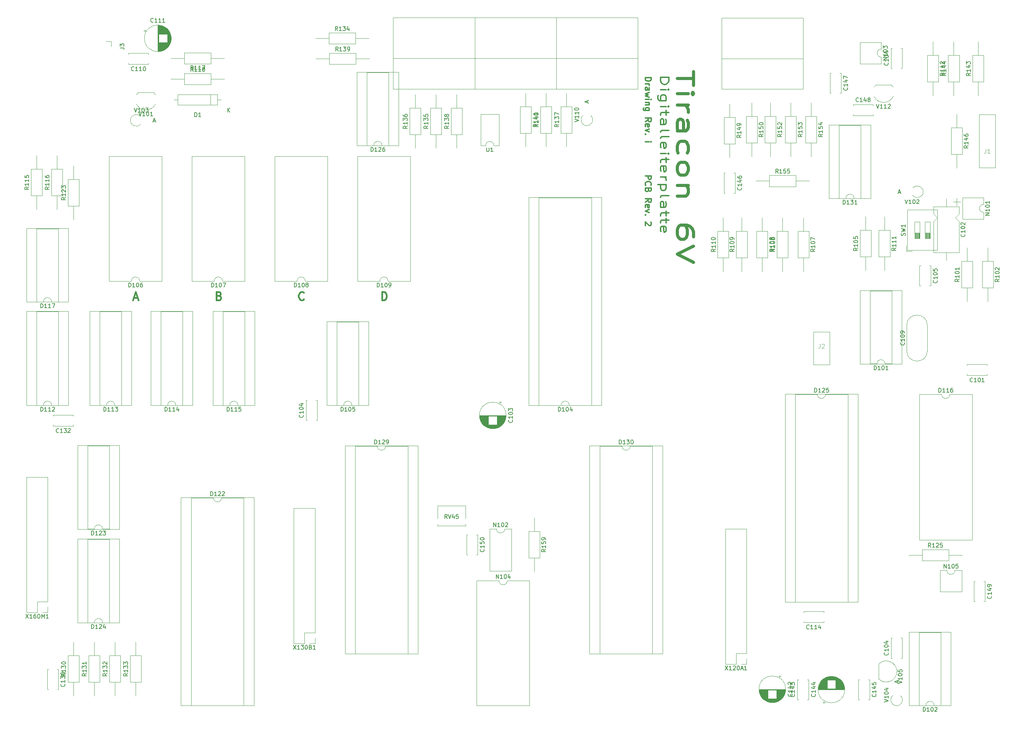
<source format=gbr>
%TF.GenerationSoftware,KiCad,Pcbnew,7.0.1*%
%TF.CreationDate,2023-10-18T16:20:57+02:00*%
%TF.ProjectId,DLP,444c502e-6b69-4636-9164-5f7063625858,rev?*%
%TF.SameCoordinates,Original*%
%TF.FileFunction,Legend,Top*%
%TF.FilePolarity,Positive*%
%FSLAX46Y46*%
G04 Gerber Fmt 4.6, Leading zero omitted, Abs format (unit mm)*
G04 Created by KiCad (PCBNEW 7.0.1) date 2023-10-18 16:20:57*
%MOMM*%
%LPD*%
G01*
G04 APERTURE LIST*
%ADD10C,0.400000*%
%ADD11C,0.300000*%
%ADD12C,0.800000*%
%ADD13C,0.150000*%
%ADD14C,0.100000*%
%ADD15C,0.120000*%
G04 APERTURE END LIST*
D10*
X165846190Y-131735238D02*
X165846190Y-129735238D01*
X165846190Y-129735238D02*
X166322380Y-129735238D01*
X166322380Y-129735238D02*
X166608095Y-129830476D01*
X166608095Y-129830476D02*
X166798571Y-130020952D01*
X166798571Y-130020952D02*
X166893809Y-130211428D01*
X166893809Y-130211428D02*
X166989047Y-130592380D01*
X166989047Y-130592380D02*
X166989047Y-130878095D01*
X166989047Y-130878095D02*
X166893809Y-131259047D01*
X166893809Y-131259047D02*
X166798571Y-131449523D01*
X166798571Y-131449523D02*
X166608095Y-131640000D01*
X166608095Y-131640000D02*
X166322380Y-131735238D01*
X166322380Y-131735238D02*
X165846190Y-131735238D01*
D11*
X234214761Y-77086426D02*
X236214761Y-77086426D01*
X236214761Y-77086426D02*
X236214761Y-77800712D01*
X236214761Y-77800712D02*
X236119523Y-78229283D01*
X236119523Y-78229283D02*
X235929047Y-78514998D01*
X235929047Y-78514998D02*
X235738571Y-78657855D01*
X235738571Y-78657855D02*
X235357619Y-78800712D01*
X235357619Y-78800712D02*
X235071904Y-78800712D01*
X235071904Y-78800712D02*
X234690952Y-78657855D01*
X234690952Y-78657855D02*
X234500476Y-78514998D01*
X234500476Y-78514998D02*
X234310000Y-78229283D01*
X234310000Y-78229283D02*
X234214761Y-77800712D01*
X234214761Y-77800712D02*
X234214761Y-77086426D01*
X234214761Y-80086426D02*
X235548095Y-80086426D01*
X236214761Y-80086426D02*
X236119523Y-79943569D01*
X236119523Y-79943569D02*
X236024285Y-80086426D01*
X236024285Y-80086426D02*
X236119523Y-80229283D01*
X236119523Y-80229283D02*
X236214761Y-80086426D01*
X236214761Y-80086426D02*
X236024285Y-80086426D01*
X235548095Y-82800712D02*
X233929047Y-82800712D01*
X233929047Y-82800712D02*
X233738571Y-82657854D01*
X233738571Y-82657854D02*
X233643333Y-82514997D01*
X233643333Y-82514997D02*
X233548095Y-82229283D01*
X233548095Y-82229283D02*
X233548095Y-81800712D01*
X233548095Y-81800712D02*
X233643333Y-81514997D01*
X234310000Y-82800712D02*
X234214761Y-82514997D01*
X234214761Y-82514997D02*
X234214761Y-81943569D01*
X234214761Y-81943569D02*
X234310000Y-81657854D01*
X234310000Y-81657854D02*
X234405238Y-81514997D01*
X234405238Y-81514997D02*
X234595714Y-81372140D01*
X234595714Y-81372140D02*
X235167142Y-81372140D01*
X235167142Y-81372140D02*
X235357619Y-81514997D01*
X235357619Y-81514997D02*
X235452857Y-81657854D01*
X235452857Y-81657854D02*
X235548095Y-81943569D01*
X235548095Y-81943569D02*
X235548095Y-82514997D01*
X235548095Y-82514997D02*
X235452857Y-82800712D01*
X234214761Y-84229283D02*
X235548095Y-84229283D01*
X236214761Y-84229283D02*
X236119523Y-84086426D01*
X236119523Y-84086426D02*
X236024285Y-84229283D01*
X236024285Y-84229283D02*
X236119523Y-84372140D01*
X236119523Y-84372140D02*
X236214761Y-84229283D01*
X236214761Y-84229283D02*
X236024285Y-84229283D01*
X235548095Y-85229283D02*
X235548095Y-86372140D01*
X236214761Y-85657854D02*
X234500476Y-85657854D01*
X234500476Y-85657854D02*
X234310000Y-85800711D01*
X234310000Y-85800711D02*
X234214761Y-86086426D01*
X234214761Y-86086426D02*
X234214761Y-86372140D01*
X234214761Y-88657855D02*
X235262380Y-88657855D01*
X235262380Y-88657855D02*
X235452857Y-88514997D01*
X235452857Y-88514997D02*
X235548095Y-88229283D01*
X235548095Y-88229283D02*
X235548095Y-87657855D01*
X235548095Y-87657855D02*
X235452857Y-87372140D01*
X234310000Y-88657855D02*
X234214761Y-88372140D01*
X234214761Y-88372140D02*
X234214761Y-87657855D01*
X234214761Y-87657855D02*
X234310000Y-87372140D01*
X234310000Y-87372140D02*
X234500476Y-87229283D01*
X234500476Y-87229283D02*
X234690952Y-87229283D01*
X234690952Y-87229283D02*
X234881428Y-87372140D01*
X234881428Y-87372140D02*
X234976666Y-87657855D01*
X234976666Y-87657855D02*
X234976666Y-88372140D01*
X234976666Y-88372140D02*
X235071904Y-88657855D01*
X234214761Y-90514998D02*
X234310000Y-90229283D01*
X234310000Y-90229283D02*
X234500476Y-90086426D01*
X234500476Y-90086426D02*
X236214761Y-90086426D01*
X234214761Y-92086427D02*
X234310000Y-91800712D01*
X234310000Y-91800712D02*
X234500476Y-91657855D01*
X234500476Y-91657855D02*
X236214761Y-91657855D01*
X234310000Y-94372141D02*
X234214761Y-94086427D01*
X234214761Y-94086427D02*
X234214761Y-93514999D01*
X234214761Y-93514999D02*
X234310000Y-93229284D01*
X234310000Y-93229284D02*
X234500476Y-93086427D01*
X234500476Y-93086427D02*
X235262380Y-93086427D01*
X235262380Y-93086427D02*
X235452857Y-93229284D01*
X235452857Y-93229284D02*
X235548095Y-93514999D01*
X235548095Y-93514999D02*
X235548095Y-94086427D01*
X235548095Y-94086427D02*
X235452857Y-94372141D01*
X235452857Y-94372141D02*
X235262380Y-94514999D01*
X235262380Y-94514999D02*
X235071904Y-94514999D01*
X235071904Y-94514999D02*
X234881428Y-93086427D01*
X234214761Y-95800713D02*
X235548095Y-95800713D01*
X236214761Y-95800713D02*
X236119523Y-95657856D01*
X236119523Y-95657856D02*
X236024285Y-95800713D01*
X236024285Y-95800713D02*
X236119523Y-95943570D01*
X236119523Y-95943570D02*
X236214761Y-95800713D01*
X236214761Y-95800713D02*
X236024285Y-95800713D01*
X235548095Y-96800713D02*
X235548095Y-97943570D01*
X236214761Y-97229284D02*
X234500476Y-97229284D01*
X234500476Y-97229284D02*
X234310000Y-97372141D01*
X234310000Y-97372141D02*
X234214761Y-97657856D01*
X234214761Y-97657856D02*
X234214761Y-97943570D01*
X234310000Y-100086427D02*
X234214761Y-99800713D01*
X234214761Y-99800713D02*
X234214761Y-99229285D01*
X234214761Y-99229285D02*
X234310000Y-98943570D01*
X234310000Y-98943570D02*
X234500476Y-98800713D01*
X234500476Y-98800713D02*
X235262380Y-98800713D01*
X235262380Y-98800713D02*
X235452857Y-98943570D01*
X235452857Y-98943570D02*
X235548095Y-99229285D01*
X235548095Y-99229285D02*
X235548095Y-99800713D01*
X235548095Y-99800713D02*
X235452857Y-100086427D01*
X235452857Y-100086427D02*
X235262380Y-100229285D01*
X235262380Y-100229285D02*
X235071904Y-100229285D01*
X235071904Y-100229285D02*
X234881428Y-98800713D01*
X234214761Y-101514999D02*
X235548095Y-101514999D01*
X235167142Y-101514999D02*
X235357619Y-101657856D01*
X235357619Y-101657856D02*
X235452857Y-101800714D01*
X235452857Y-101800714D02*
X235548095Y-102086428D01*
X235548095Y-102086428D02*
X235548095Y-102372142D01*
X235548095Y-103372142D02*
X233548095Y-103372142D01*
X235452857Y-103372142D02*
X235548095Y-103657857D01*
X235548095Y-103657857D02*
X235548095Y-104229285D01*
X235548095Y-104229285D02*
X235452857Y-104514999D01*
X235452857Y-104514999D02*
X235357619Y-104657857D01*
X235357619Y-104657857D02*
X235167142Y-104800714D01*
X235167142Y-104800714D02*
X234595714Y-104800714D01*
X234595714Y-104800714D02*
X234405238Y-104657857D01*
X234405238Y-104657857D02*
X234310000Y-104514999D01*
X234310000Y-104514999D02*
X234214761Y-104229285D01*
X234214761Y-104229285D02*
X234214761Y-103657857D01*
X234214761Y-103657857D02*
X234310000Y-103372142D01*
X234214761Y-106515000D02*
X234310000Y-106229285D01*
X234310000Y-106229285D02*
X234500476Y-106086428D01*
X234500476Y-106086428D02*
X236214761Y-106086428D01*
X234214761Y-108943572D02*
X235262380Y-108943572D01*
X235262380Y-108943572D02*
X235452857Y-108800714D01*
X235452857Y-108800714D02*
X235548095Y-108515000D01*
X235548095Y-108515000D02*
X235548095Y-107943572D01*
X235548095Y-107943572D02*
X235452857Y-107657857D01*
X234310000Y-108943572D02*
X234214761Y-108657857D01*
X234214761Y-108657857D02*
X234214761Y-107943572D01*
X234214761Y-107943572D02*
X234310000Y-107657857D01*
X234310000Y-107657857D02*
X234500476Y-107515000D01*
X234500476Y-107515000D02*
X234690952Y-107515000D01*
X234690952Y-107515000D02*
X234881428Y-107657857D01*
X234881428Y-107657857D02*
X234976666Y-107943572D01*
X234976666Y-107943572D02*
X234976666Y-108657857D01*
X234976666Y-108657857D02*
X235071904Y-108943572D01*
X235548095Y-109943572D02*
X235548095Y-111086429D01*
X236214761Y-110372143D02*
X234500476Y-110372143D01*
X234500476Y-110372143D02*
X234310000Y-110515000D01*
X234310000Y-110515000D02*
X234214761Y-110800715D01*
X234214761Y-110800715D02*
X234214761Y-111086429D01*
X235548095Y-111657858D02*
X235548095Y-112800715D01*
X236214761Y-112086429D02*
X234500476Y-112086429D01*
X234500476Y-112086429D02*
X234310000Y-112229286D01*
X234310000Y-112229286D02*
X234214761Y-112515001D01*
X234214761Y-112515001D02*
X234214761Y-112800715D01*
X234310000Y-114943572D02*
X234214761Y-114657858D01*
X234214761Y-114657858D02*
X234214761Y-114086430D01*
X234214761Y-114086430D02*
X234310000Y-113800715D01*
X234310000Y-113800715D02*
X234500476Y-113657858D01*
X234500476Y-113657858D02*
X235262380Y-113657858D01*
X235262380Y-113657858D02*
X235452857Y-113800715D01*
X235452857Y-113800715D02*
X235548095Y-114086430D01*
X235548095Y-114086430D02*
X235548095Y-114657858D01*
X235548095Y-114657858D02*
X235452857Y-114943572D01*
X235452857Y-114943572D02*
X235262380Y-115086430D01*
X235262380Y-115086430D02*
X235071904Y-115086430D01*
X235071904Y-115086430D02*
X234881428Y-113657858D01*
D10*
X104933809Y-131163809D02*
X105886190Y-131163809D01*
X104743333Y-131735238D02*
X105409999Y-129735238D01*
X105409999Y-129735238D02*
X106076666Y-131735238D01*
D11*
X230446071Y-77157856D02*
X231946071Y-77157856D01*
X231946071Y-77157856D02*
X231946071Y-77514999D01*
X231946071Y-77514999D02*
X231874642Y-77729285D01*
X231874642Y-77729285D02*
X231731785Y-77872142D01*
X231731785Y-77872142D02*
X231588928Y-77943571D01*
X231588928Y-77943571D02*
X231303214Y-78014999D01*
X231303214Y-78014999D02*
X231088928Y-78014999D01*
X231088928Y-78014999D02*
X230803214Y-77943571D01*
X230803214Y-77943571D02*
X230660357Y-77872142D01*
X230660357Y-77872142D02*
X230517500Y-77729285D01*
X230517500Y-77729285D02*
X230446071Y-77514999D01*
X230446071Y-77514999D02*
X230446071Y-77157856D01*
X230446071Y-78657856D02*
X231446071Y-78657856D01*
X231160357Y-78657856D02*
X231303214Y-78729285D01*
X231303214Y-78729285D02*
X231374642Y-78800714D01*
X231374642Y-78800714D02*
X231446071Y-78943571D01*
X231446071Y-78943571D02*
X231446071Y-79086428D01*
X230446071Y-80229285D02*
X231231785Y-80229285D01*
X231231785Y-80229285D02*
X231374642Y-80157856D01*
X231374642Y-80157856D02*
X231446071Y-80014999D01*
X231446071Y-80014999D02*
X231446071Y-79729285D01*
X231446071Y-79729285D02*
X231374642Y-79586427D01*
X230517500Y-80229285D02*
X230446071Y-80086427D01*
X230446071Y-80086427D02*
X230446071Y-79729285D01*
X230446071Y-79729285D02*
X230517500Y-79586427D01*
X230517500Y-79586427D02*
X230660357Y-79514999D01*
X230660357Y-79514999D02*
X230803214Y-79514999D01*
X230803214Y-79514999D02*
X230946071Y-79586427D01*
X230946071Y-79586427D02*
X231017500Y-79729285D01*
X231017500Y-79729285D02*
X231017500Y-80086427D01*
X231017500Y-80086427D02*
X231088928Y-80229285D01*
X231446071Y-80800713D02*
X230446071Y-81086428D01*
X230446071Y-81086428D02*
X231160357Y-81372142D01*
X231160357Y-81372142D02*
X230446071Y-81657856D01*
X230446071Y-81657856D02*
X231446071Y-81943570D01*
X230446071Y-82514999D02*
X231446071Y-82514999D01*
X231946071Y-82514999D02*
X231874642Y-82443571D01*
X231874642Y-82443571D02*
X231803214Y-82514999D01*
X231803214Y-82514999D02*
X231874642Y-82586428D01*
X231874642Y-82586428D02*
X231946071Y-82514999D01*
X231946071Y-82514999D02*
X231803214Y-82514999D01*
X231446071Y-83229285D02*
X230446071Y-83229285D01*
X231303214Y-83229285D02*
X231374642Y-83300714D01*
X231374642Y-83300714D02*
X231446071Y-83443571D01*
X231446071Y-83443571D02*
X231446071Y-83657857D01*
X231446071Y-83657857D02*
X231374642Y-83800714D01*
X231374642Y-83800714D02*
X231231785Y-83872143D01*
X231231785Y-83872143D02*
X230446071Y-83872143D01*
X231446071Y-85229286D02*
X230231785Y-85229286D01*
X230231785Y-85229286D02*
X230088928Y-85157857D01*
X230088928Y-85157857D02*
X230017500Y-85086428D01*
X230017500Y-85086428D02*
X229946071Y-84943571D01*
X229946071Y-84943571D02*
X229946071Y-84729286D01*
X229946071Y-84729286D02*
X230017500Y-84586428D01*
X230517500Y-85229286D02*
X230446071Y-85086428D01*
X230446071Y-85086428D02*
X230446071Y-84800714D01*
X230446071Y-84800714D02*
X230517500Y-84657857D01*
X230517500Y-84657857D02*
X230588928Y-84586428D01*
X230588928Y-84586428D02*
X230731785Y-84515000D01*
X230731785Y-84515000D02*
X231160357Y-84515000D01*
X231160357Y-84515000D02*
X231303214Y-84586428D01*
X231303214Y-84586428D02*
X231374642Y-84657857D01*
X231374642Y-84657857D02*
X231446071Y-84800714D01*
X231446071Y-84800714D02*
X231446071Y-85086428D01*
X231446071Y-85086428D02*
X231374642Y-85229286D01*
X230446071Y-87943571D02*
X231160357Y-87443571D01*
X230446071Y-87086428D02*
X231946071Y-87086428D01*
X231946071Y-87086428D02*
X231946071Y-87657857D01*
X231946071Y-87657857D02*
X231874642Y-87800714D01*
X231874642Y-87800714D02*
X231803214Y-87872143D01*
X231803214Y-87872143D02*
X231660357Y-87943571D01*
X231660357Y-87943571D02*
X231446071Y-87943571D01*
X231446071Y-87943571D02*
X231303214Y-87872143D01*
X231303214Y-87872143D02*
X231231785Y-87800714D01*
X231231785Y-87800714D02*
X231160357Y-87657857D01*
X231160357Y-87657857D02*
X231160357Y-87086428D01*
X230517500Y-89157857D02*
X230446071Y-89015000D01*
X230446071Y-89015000D02*
X230446071Y-88729286D01*
X230446071Y-88729286D02*
X230517500Y-88586428D01*
X230517500Y-88586428D02*
X230660357Y-88515000D01*
X230660357Y-88515000D02*
X231231785Y-88515000D01*
X231231785Y-88515000D02*
X231374642Y-88586428D01*
X231374642Y-88586428D02*
X231446071Y-88729286D01*
X231446071Y-88729286D02*
X231446071Y-89015000D01*
X231446071Y-89015000D02*
X231374642Y-89157857D01*
X231374642Y-89157857D02*
X231231785Y-89229286D01*
X231231785Y-89229286D02*
X231088928Y-89229286D01*
X231088928Y-89229286D02*
X230946071Y-88515000D01*
X231446071Y-89729285D02*
X230446071Y-90086428D01*
X230446071Y-90086428D02*
X231446071Y-90443571D01*
X230588928Y-91014999D02*
X230517500Y-91086428D01*
X230517500Y-91086428D02*
X230446071Y-91014999D01*
X230446071Y-91014999D02*
X230517500Y-90943571D01*
X230517500Y-90943571D02*
X230588928Y-91014999D01*
X230588928Y-91014999D02*
X230446071Y-91014999D01*
X230446071Y-92872142D02*
X231446071Y-92872142D01*
X231946071Y-92872142D02*
X231874642Y-92800714D01*
X231874642Y-92800714D02*
X231803214Y-92872142D01*
X231803214Y-92872142D02*
X231874642Y-92943571D01*
X231874642Y-92943571D02*
X231946071Y-92872142D01*
X231946071Y-92872142D02*
X231803214Y-92872142D01*
X230446071Y-101243571D02*
X231946071Y-101243571D01*
X231946071Y-101243571D02*
X231946071Y-101815000D01*
X231946071Y-101815000D02*
X231874642Y-101957857D01*
X231874642Y-101957857D02*
X231803214Y-102029286D01*
X231803214Y-102029286D02*
X231660357Y-102100714D01*
X231660357Y-102100714D02*
X231446071Y-102100714D01*
X231446071Y-102100714D02*
X231303214Y-102029286D01*
X231303214Y-102029286D02*
X231231785Y-101957857D01*
X231231785Y-101957857D02*
X231160357Y-101815000D01*
X231160357Y-101815000D02*
X231160357Y-101243571D01*
X230588928Y-103600714D02*
X230517500Y-103529286D01*
X230517500Y-103529286D02*
X230446071Y-103315000D01*
X230446071Y-103315000D02*
X230446071Y-103172143D01*
X230446071Y-103172143D02*
X230517500Y-102957857D01*
X230517500Y-102957857D02*
X230660357Y-102815000D01*
X230660357Y-102815000D02*
X230803214Y-102743571D01*
X230803214Y-102743571D02*
X231088928Y-102672143D01*
X231088928Y-102672143D02*
X231303214Y-102672143D01*
X231303214Y-102672143D02*
X231588928Y-102743571D01*
X231588928Y-102743571D02*
X231731785Y-102815000D01*
X231731785Y-102815000D02*
X231874642Y-102957857D01*
X231874642Y-102957857D02*
X231946071Y-103172143D01*
X231946071Y-103172143D02*
X231946071Y-103315000D01*
X231946071Y-103315000D02*
X231874642Y-103529286D01*
X231874642Y-103529286D02*
X231803214Y-103600714D01*
X231231785Y-104743571D02*
X231160357Y-104957857D01*
X231160357Y-104957857D02*
X231088928Y-105029286D01*
X231088928Y-105029286D02*
X230946071Y-105100714D01*
X230946071Y-105100714D02*
X230731785Y-105100714D01*
X230731785Y-105100714D02*
X230588928Y-105029286D01*
X230588928Y-105029286D02*
X230517500Y-104957857D01*
X230517500Y-104957857D02*
X230446071Y-104815000D01*
X230446071Y-104815000D02*
X230446071Y-104243571D01*
X230446071Y-104243571D02*
X231946071Y-104243571D01*
X231946071Y-104243571D02*
X231946071Y-104743571D01*
X231946071Y-104743571D02*
X231874642Y-104886429D01*
X231874642Y-104886429D02*
X231803214Y-104957857D01*
X231803214Y-104957857D02*
X231660357Y-105029286D01*
X231660357Y-105029286D02*
X231517500Y-105029286D01*
X231517500Y-105029286D02*
X231374642Y-104957857D01*
X231374642Y-104957857D02*
X231303214Y-104886429D01*
X231303214Y-104886429D02*
X231231785Y-104743571D01*
X231231785Y-104743571D02*
X231231785Y-104243571D01*
X230446071Y-107743571D02*
X231160357Y-107243571D01*
X230446071Y-106886428D02*
X231946071Y-106886428D01*
X231946071Y-106886428D02*
X231946071Y-107457857D01*
X231946071Y-107457857D02*
X231874642Y-107600714D01*
X231874642Y-107600714D02*
X231803214Y-107672143D01*
X231803214Y-107672143D02*
X231660357Y-107743571D01*
X231660357Y-107743571D02*
X231446071Y-107743571D01*
X231446071Y-107743571D02*
X231303214Y-107672143D01*
X231303214Y-107672143D02*
X231231785Y-107600714D01*
X231231785Y-107600714D02*
X231160357Y-107457857D01*
X231160357Y-107457857D02*
X231160357Y-106886428D01*
X230517500Y-108957857D02*
X230446071Y-108815000D01*
X230446071Y-108815000D02*
X230446071Y-108529286D01*
X230446071Y-108529286D02*
X230517500Y-108386428D01*
X230517500Y-108386428D02*
X230660357Y-108315000D01*
X230660357Y-108315000D02*
X231231785Y-108315000D01*
X231231785Y-108315000D02*
X231374642Y-108386428D01*
X231374642Y-108386428D02*
X231446071Y-108529286D01*
X231446071Y-108529286D02*
X231446071Y-108815000D01*
X231446071Y-108815000D02*
X231374642Y-108957857D01*
X231374642Y-108957857D02*
X231231785Y-109029286D01*
X231231785Y-109029286D02*
X231088928Y-109029286D01*
X231088928Y-109029286D02*
X230946071Y-108315000D01*
X231446071Y-109529285D02*
X230446071Y-109886428D01*
X230446071Y-109886428D02*
X231446071Y-110243571D01*
X230588928Y-110814999D02*
X230517500Y-110886428D01*
X230517500Y-110886428D02*
X230446071Y-110814999D01*
X230446071Y-110814999D02*
X230517500Y-110743571D01*
X230517500Y-110743571D02*
X230588928Y-110814999D01*
X230588928Y-110814999D02*
X230446071Y-110814999D01*
X231803214Y-112600714D02*
X231874642Y-112672142D01*
X231874642Y-112672142D02*
X231946071Y-112815000D01*
X231946071Y-112815000D02*
X231946071Y-113172142D01*
X231946071Y-113172142D02*
X231874642Y-113315000D01*
X231874642Y-113315000D02*
X231803214Y-113386428D01*
X231803214Y-113386428D02*
X231660357Y-113457857D01*
X231660357Y-113457857D02*
X231517500Y-113457857D01*
X231517500Y-113457857D02*
X231303214Y-113386428D01*
X231303214Y-113386428D02*
X230446071Y-112529285D01*
X230446071Y-112529285D02*
X230446071Y-113457857D01*
D10*
X125872857Y-130687619D02*
X126158571Y-130782857D01*
X126158571Y-130782857D02*
X126253809Y-130878095D01*
X126253809Y-130878095D02*
X126349047Y-131068571D01*
X126349047Y-131068571D02*
X126349047Y-131354285D01*
X126349047Y-131354285D02*
X126253809Y-131544761D01*
X126253809Y-131544761D02*
X126158571Y-131640000D01*
X126158571Y-131640000D02*
X125968095Y-131735238D01*
X125968095Y-131735238D02*
X125206190Y-131735238D01*
X125206190Y-131735238D02*
X125206190Y-129735238D01*
X125206190Y-129735238D02*
X125872857Y-129735238D01*
X125872857Y-129735238D02*
X126063333Y-129830476D01*
X126063333Y-129830476D02*
X126158571Y-129925714D01*
X126158571Y-129925714D02*
X126253809Y-130116190D01*
X126253809Y-130116190D02*
X126253809Y-130306666D01*
X126253809Y-130306666D02*
X126158571Y-130497142D01*
X126158571Y-130497142D02*
X126063333Y-130592380D01*
X126063333Y-130592380D02*
X125872857Y-130687619D01*
X125872857Y-130687619D02*
X125206190Y-130687619D01*
D12*
X242289523Y-75586428D02*
X242289523Y-79015000D01*
X238289523Y-77300714D02*
X242289523Y-77300714D01*
X238289523Y-81015000D02*
X240956190Y-81015000D01*
X242289523Y-81015000D02*
X242099047Y-80729286D01*
X242099047Y-80729286D02*
X241908571Y-81015000D01*
X241908571Y-81015000D02*
X242099047Y-81300714D01*
X242099047Y-81300714D02*
X242289523Y-81015000D01*
X242289523Y-81015000D02*
X241908571Y-81015000D01*
X238289523Y-83872143D02*
X240956190Y-83872143D01*
X240194285Y-83872143D02*
X240575238Y-84157857D01*
X240575238Y-84157857D02*
X240765714Y-84443572D01*
X240765714Y-84443572D02*
X240956190Y-85015000D01*
X240956190Y-85015000D02*
X240956190Y-85586429D01*
X238289523Y-90157858D02*
X240384761Y-90157858D01*
X240384761Y-90157858D02*
X240765714Y-89872143D01*
X240765714Y-89872143D02*
X240956190Y-89300715D01*
X240956190Y-89300715D02*
X240956190Y-88157858D01*
X240956190Y-88157858D02*
X240765714Y-87586429D01*
X238480000Y-90157858D02*
X238289523Y-89586429D01*
X238289523Y-89586429D02*
X238289523Y-88157858D01*
X238289523Y-88157858D02*
X238480000Y-87586429D01*
X238480000Y-87586429D02*
X238860952Y-87300715D01*
X238860952Y-87300715D02*
X239241904Y-87300715D01*
X239241904Y-87300715D02*
X239622857Y-87586429D01*
X239622857Y-87586429D02*
X239813333Y-88157858D01*
X239813333Y-88157858D02*
X239813333Y-89586429D01*
X239813333Y-89586429D02*
X240003809Y-90157858D01*
X238480000Y-95586429D02*
X238289523Y-95015000D01*
X238289523Y-95015000D02*
X238289523Y-93872143D01*
X238289523Y-93872143D02*
X238480000Y-93300714D01*
X238480000Y-93300714D02*
X238670476Y-93015000D01*
X238670476Y-93015000D02*
X239051428Y-92729286D01*
X239051428Y-92729286D02*
X240194285Y-92729286D01*
X240194285Y-92729286D02*
X240575238Y-93015000D01*
X240575238Y-93015000D02*
X240765714Y-93300714D01*
X240765714Y-93300714D02*
X240956190Y-93872143D01*
X240956190Y-93872143D02*
X240956190Y-95015000D01*
X240956190Y-95015000D02*
X240765714Y-95586429D01*
X238289523Y-99015000D02*
X238480000Y-98443571D01*
X238480000Y-98443571D02*
X238670476Y-98157857D01*
X238670476Y-98157857D02*
X239051428Y-97872143D01*
X239051428Y-97872143D02*
X240194285Y-97872143D01*
X240194285Y-97872143D02*
X240575238Y-98157857D01*
X240575238Y-98157857D02*
X240765714Y-98443571D01*
X240765714Y-98443571D02*
X240956190Y-99015000D01*
X240956190Y-99015000D02*
X240956190Y-99872143D01*
X240956190Y-99872143D02*
X240765714Y-100443571D01*
X240765714Y-100443571D02*
X240575238Y-100729286D01*
X240575238Y-100729286D02*
X240194285Y-101015000D01*
X240194285Y-101015000D02*
X239051428Y-101015000D01*
X239051428Y-101015000D02*
X238670476Y-100729286D01*
X238670476Y-100729286D02*
X238480000Y-100443571D01*
X238480000Y-100443571D02*
X238289523Y-99872143D01*
X238289523Y-99872143D02*
X238289523Y-99015000D01*
X240956190Y-103586428D02*
X238289523Y-103586428D01*
X240575238Y-103586428D02*
X240765714Y-103872142D01*
X240765714Y-103872142D02*
X240956190Y-104443571D01*
X240956190Y-104443571D02*
X240956190Y-105300714D01*
X240956190Y-105300714D02*
X240765714Y-105872142D01*
X240765714Y-105872142D02*
X240384761Y-106157857D01*
X240384761Y-106157857D02*
X238289523Y-106157857D01*
X242289523Y-116157857D02*
X242289523Y-115014999D01*
X242289523Y-115014999D02*
X242099047Y-114443571D01*
X242099047Y-114443571D02*
X241908571Y-114157857D01*
X241908571Y-114157857D02*
X241337142Y-113586428D01*
X241337142Y-113586428D02*
X240575238Y-113300714D01*
X240575238Y-113300714D02*
X239051428Y-113300714D01*
X239051428Y-113300714D02*
X238670476Y-113586428D01*
X238670476Y-113586428D02*
X238480000Y-113872142D01*
X238480000Y-113872142D02*
X238289523Y-114443571D01*
X238289523Y-114443571D02*
X238289523Y-115586428D01*
X238289523Y-115586428D02*
X238480000Y-116157857D01*
X238480000Y-116157857D02*
X238670476Y-116443571D01*
X238670476Y-116443571D02*
X239051428Y-116729285D01*
X239051428Y-116729285D02*
X240003809Y-116729285D01*
X240003809Y-116729285D02*
X240384761Y-116443571D01*
X240384761Y-116443571D02*
X240575238Y-116157857D01*
X240575238Y-116157857D02*
X240765714Y-115586428D01*
X240765714Y-115586428D02*
X240765714Y-114443571D01*
X240765714Y-114443571D02*
X240575238Y-113872142D01*
X240575238Y-113872142D02*
X240384761Y-113586428D01*
X240384761Y-113586428D02*
X240003809Y-113300714D01*
X242289523Y-118443571D02*
X238289523Y-120443571D01*
X238289523Y-120443571D02*
X242289523Y-122443571D01*
D10*
X146669047Y-131544761D02*
X146573809Y-131640000D01*
X146573809Y-131640000D02*
X146288095Y-131735238D01*
X146288095Y-131735238D02*
X146097619Y-131735238D01*
X146097619Y-131735238D02*
X145811904Y-131640000D01*
X145811904Y-131640000D02*
X145621428Y-131449523D01*
X145621428Y-131449523D02*
X145526190Y-131259047D01*
X145526190Y-131259047D02*
X145430952Y-130878095D01*
X145430952Y-130878095D02*
X145430952Y-130592380D01*
X145430952Y-130592380D02*
X145526190Y-130211428D01*
X145526190Y-130211428D02*
X145621428Y-130020952D01*
X145621428Y-130020952D02*
X145811904Y-129830476D01*
X145811904Y-129830476D02*
X146097619Y-129735238D01*
X146097619Y-129735238D02*
X146288095Y-129735238D01*
X146288095Y-129735238D02*
X146573809Y-129830476D01*
X146573809Y-129830476D02*
X146669047Y-129925714D01*
D13*
%TO.C,D101*%
X286599524Y-148832619D02*
X286599524Y-147832619D01*
X286599524Y-147832619D02*
X286837619Y-147832619D01*
X286837619Y-147832619D02*
X286980476Y-147880238D01*
X286980476Y-147880238D02*
X287075714Y-147975476D01*
X287075714Y-147975476D02*
X287123333Y-148070714D01*
X287123333Y-148070714D02*
X287170952Y-148261190D01*
X287170952Y-148261190D02*
X287170952Y-148404047D01*
X287170952Y-148404047D02*
X287123333Y-148594523D01*
X287123333Y-148594523D02*
X287075714Y-148689761D01*
X287075714Y-148689761D02*
X286980476Y-148785000D01*
X286980476Y-148785000D02*
X286837619Y-148832619D01*
X286837619Y-148832619D02*
X286599524Y-148832619D01*
X288123333Y-148832619D02*
X287551905Y-148832619D01*
X287837619Y-148832619D02*
X287837619Y-147832619D01*
X287837619Y-147832619D02*
X287742381Y-147975476D01*
X287742381Y-147975476D02*
X287647143Y-148070714D01*
X287647143Y-148070714D02*
X287551905Y-148118333D01*
X288742381Y-147832619D02*
X288837619Y-147832619D01*
X288837619Y-147832619D02*
X288932857Y-147880238D01*
X288932857Y-147880238D02*
X288980476Y-147927857D01*
X288980476Y-147927857D02*
X289028095Y-148023095D01*
X289028095Y-148023095D02*
X289075714Y-148213571D01*
X289075714Y-148213571D02*
X289075714Y-148451666D01*
X289075714Y-148451666D02*
X289028095Y-148642142D01*
X289028095Y-148642142D02*
X288980476Y-148737380D01*
X288980476Y-148737380D02*
X288932857Y-148785000D01*
X288932857Y-148785000D02*
X288837619Y-148832619D01*
X288837619Y-148832619D02*
X288742381Y-148832619D01*
X288742381Y-148832619D02*
X288647143Y-148785000D01*
X288647143Y-148785000D02*
X288599524Y-148737380D01*
X288599524Y-148737380D02*
X288551905Y-148642142D01*
X288551905Y-148642142D02*
X288504286Y-148451666D01*
X288504286Y-148451666D02*
X288504286Y-148213571D01*
X288504286Y-148213571D02*
X288551905Y-148023095D01*
X288551905Y-148023095D02*
X288599524Y-147927857D01*
X288599524Y-147927857D02*
X288647143Y-147880238D01*
X288647143Y-147880238D02*
X288742381Y-147832619D01*
X290028095Y-148832619D02*
X289456667Y-148832619D01*
X289742381Y-148832619D02*
X289742381Y-147832619D01*
X289742381Y-147832619D02*
X289647143Y-147975476D01*
X289647143Y-147975476D02*
X289551905Y-148070714D01*
X289551905Y-148070714D02*
X289456667Y-148118333D01*
%TO.C,D102*%
X298619524Y-232662619D02*
X298619524Y-231662619D01*
X298619524Y-231662619D02*
X298857619Y-231662619D01*
X298857619Y-231662619D02*
X299000476Y-231710238D01*
X299000476Y-231710238D02*
X299095714Y-231805476D01*
X299095714Y-231805476D02*
X299143333Y-231900714D01*
X299143333Y-231900714D02*
X299190952Y-232091190D01*
X299190952Y-232091190D02*
X299190952Y-232234047D01*
X299190952Y-232234047D02*
X299143333Y-232424523D01*
X299143333Y-232424523D02*
X299095714Y-232519761D01*
X299095714Y-232519761D02*
X299000476Y-232615000D01*
X299000476Y-232615000D02*
X298857619Y-232662619D01*
X298857619Y-232662619D02*
X298619524Y-232662619D01*
X300143333Y-232662619D02*
X299571905Y-232662619D01*
X299857619Y-232662619D02*
X299857619Y-231662619D01*
X299857619Y-231662619D02*
X299762381Y-231805476D01*
X299762381Y-231805476D02*
X299667143Y-231900714D01*
X299667143Y-231900714D02*
X299571905Y-231948333D01*
X300762381Y-231662619D02*
X300857619Y-231662619D01*
X300857619Y-231662619D02*
X300952857Y-231710238D01*
X300952857Y-231710238D02*
X301000476Y-231757857D01*
X301000476Y-231757857D02*
X301048095Y-231853095D01*
X301048095Y-231853095D02*
X301095714Y-232043571D01*
X301095714Y-232043571D02*
X301095714Y-232281666D01*
X301095714Y-232281666D02*
X301048095Y-232472142D01*
X301048095Y-232472142D02*
X301000476Y-232567380D01*
X301000476Y-232567380D02*
X300952857Y-232615000D01*
X300952857Y-232615000D02*
X300857619Y-232662619D01*
X300857619Y-232662619D02*
X300762381Y-232662619D01*
X300762381Y-232662619D02*
X300667143Y-232615000D01*
X300667143Y-232615000D02*
X300619524Y-232567380D01*
X300619524Y-232567380D02*
X300571905Y-232472142D01*
X300571905Y-232472142D02*
X300524286Y-232281666D01*
X300524286Y-232281666D02*
X300524286Y-232043571D01*
X300524286Y-232043571D02*
X300571905Y-231853095D01*
X300571905Y-231853095D02*
X300619524Y-231757857D01*
X300619524Y-231757857D02*
X300667143Y-231710238D01*
X300667143Y-231710238D02*
X300762381Y-231662619D01*
X301476667Y-231757857D02*
X301524286Y-231710238D01*
X301524286Y-231710238D02*
X301619524Y-231662619D01*
X301619524Y-231662619D02*
X301857619Y-231662619D01*
X301857619Y-231662619D02*
X301952857Y-231710238D01*
X301952857Y-231710238D02*
X302000476Y-231757857D01*
X302000476Y-231757857D02*
X302048095Y-231853095D01*
X302048095Y-231853095D02*
X302048095Y-231948333D01*
X302048095Y-231948333D02*
X302000476Y-232091190D01*
X302000476Y-232091190D02*
X301429048Y-232662619D01*
X301429048Y-232662619D02*
X302048095Y-232662619D01*
%TO.C,D104*%
X209129524Y-159002619D02*
X209129524Y-158002619D01*
X209129524Y-158002619D02*
X209367619Y-158002619D01*
X209367619Y-158002619D02*
X209510476Y-158050238D01*
X209510476Y-158050238D02*
X209605714Y-158145476D01*
X209605714Y-158145476D02*
X209653333Y-158240714D01*
X209653333Y-158240714D02*
X209700952Y-158431190D01*
X209700952Y-158431190D02*
X209700952Y-158574047D01*
X209700952Y-158574047D02*
X209653333Y-158764523D01*
X209653333Y-158764523D02*
X209605714Y-158859761D01*
X209605714Y-158859761D02*
X209510476Y-158955000D01*
X209510476Y-158955000D02*
X209367619Y-159002619D01*
X209367619Y-159002619D02*
X209129524Y-159002619D01*
X210653333Y-159002619D02*
X210081905Y-159002619D01*
X210367619Y-159002619D02*
X210367619Y-158002619D01*
X210367619Y-158002619D02*
X210272381Y-158145476D01*
X210272381Y-158145476D02*
X210177143Y-158240714D01*
X210177143Y-158240714D02*
X210081905Y-158288333D01*
X211272381Y-158002619D02*
X211367619Y-158002619D01*
X211367619Y-158002619D02*
X211462857Y-158050238D01*
X211462857Y-158050238D02*
X211510476Y-158097857D01*
X211510476Y-158097857D02*
X211558095Y-158193095D01*
X211558095Y-158193095D02*
X211605714Y-158383571D01*
X211605714Y-158383571D02*
X211605714Y-158621666D01*
X211605714Y-158621666D02*
X211558095Y-158812142D01*
X211558095Y-158812142D02*
X211510476Y-158907380D01*
X211510476Y-158907380D02*
X211462857Y-158955000D01*
X211462857Y-158955000D02*
X211367619Y-159002619D01*
X211367619Y-159002619D02*
X211272381Y-159002619D01*
X211272381Y-159002619D02*
X211177143Y-158955000D01*
X211177143Y-158955000D02*
X211129524Y-158907380D01*
X211129524Y-158907380D02*
X211081905Y-158812142D01*
X211081905Y-158812142D02*
X211034286Y-158621666D01*
X211034286Y-158621666D02*
X211034286Y-158383571D01*
X211034286Y-158383571D02*
X211081905Y-158193095D01*
X211081905Y-158193095D02*
X211129524Y-158097857D01*
X211129524Y-158097857D02*
X211177143Y-158050238D01*
X211177143Y-158050238D02*
X211272381Y-158002619D01*
X212462857Y-158335952D02*
X212462857Y-159002619D01*
X212224762Y-157955000D02*
X211986667Y-158669285D01*
X211986667Y-158669285D02*
X212605714Y-158669285D01*
%TO.C,D105*%
X155789524Y-159002619D02*
X155789524Y-158002619D01*
X155789524Y-158002619D02*
X156027619Y-158002619D01*
X156027619Y-158002619D02*
X156170476Y-158050238D01*
X156170476Y-158050238D02*
X156265714Y-158145476D01*
X156265714Y-158145476D02*
X156313333Y-158240714D01*
X156313333Y-158240714D02*
X156360952Y-158431190D01*
X156360952Y-158431190D02*
X156360952Y-158574047D01*
X156360952Y-158574047D02*
X156313333Y-158764523D01*
X156313333Y-158764523D02*
X156265714Y-158859761D01*
X156265714Y-158859761D02*
X156170476Y-158955000D01*
X156170476Y-158955000D02*
X156027619Y-159002619D01*
X156027619Y-159002619D02*
X155789524Y-159002619D01*
X157313333Y-159002619D02*
X156741905Y-159002619D01*
X157027619Y-159002619D02*
X157027619Y-158002619D01*
X157027619Y-158002619D02*
X156932381Y-158145476D01*
X156932381Y-158145476D02*
X156837143Y-158240714D01*
X156837143Y-158240714D02*
X156741905Y-158288333D01*
X157932381Y-158002619D02*
X158027619Y-158002619D01*
X158027619Y-158002619D02*
X158122857Y-158050238D01*
X158122857Y-158050238D02*
X158170476Y-158097857D01*
X158170476Y-158097857D02*
X158218095Y-158193095D01*
X158218095Y-158193095D02*
X158265714Y-158383571D01*
X158265714Y-158383571D02*
X158265714Y-158621666D01*
X158265714Y-158621666D02*
X158218095Y-158812142D01*
X158218095Y-158812142D02*
X158170476Y-158907380D01*
X158170476Y-158907380D02*
X158122857Y-158955000D01*
X158122857Y-158955000D02*
X158027619Y-159002619D01*
X158027619Y-159002619D02*
X157932381Y-159002619D01*
X157932381Y-159002619D02*
X157837143Y-158955000D01*
X157837143Y-158955000D02*
X157789524Y-158907380D01*
X157789524Y-158907380D02*
X157741905Y-158812142D01*
X157741905Y-158812142D02*
X157694286Y-158621666D01*
X157694286Y-158621666D02*
X157694286Y-158383571D01*
X157694286Y-158383571D02*
X157741905Y-158193095D01*
X157741905Y-158193095D02*
X157789524Y-158097857D01*
X157789524Y-158097857D02*
X157837143Y-158050238D01*
X157837143Y-158050238D02*
X157932381Y-158002619D01*
X159170476Y-158002619D02*
X158694286Y-158002619D01*
X158694286Y-158002619D02*
X158646667Y-158478809D01*
X158646667Y-158478809D02*
X158694286Y-158431190D01*
X158694286Y-158431190D02*
X158789524Y-158383571D01*
X158789524Y-158383571D02*
X159027619Y-158383571D01*
X159027619Y-158383571D02*
X159122857Y-158431190D01*
X159122857Y-158431190D02*
X159170476Y-158478809D01*
X159170476Y-158478809D02*
X159218095Y-158574047D01*
X159218095Y-158574047D02*
X159218095Y-158812142D01*
X159218095Y-158812142D02*
X159170476Y-158907380D01*
X159170476Y-158907380D02*
X159122857Y-158955000D01*
X159122857Y-158955000D02*
X159027619Y-159002619D01*
X159027619Y-159002619D02*
X158789524Y-159002619D01*
X158789524Y-159002619D02*
X158694286Y-158955000D01*
X158694286Y-158955000D02*
X158646667Y-158907380D01*
%TO.C,N101*%
X314912619Y-110934285D02*
X313912619Y-110934285D01*
X313912619Y-110934285D02*
X314912619Y-110362857D01*
X314912619Y-110362857D02*
X313912619Y-110362857D01*
X314912619Y-109362857D02*
X314912619Y-109934285D01*
X314912619Y-109648571D02*
X313912619Y-109648571D01*
X313912619Y-109648571D02*
X314055476Y-109743809D01*
X314055476Y-109743809D02*
X314150714Y-109839047D01*
X314150714Y-109839047D02*
X314198333Y-109934285D01*
X313912619Y-108743809D02*
X313912619Y-108648571D01*
X313912619Y-108648571D02*
X313960238Y-108553333D01*
X313960238Y-108553333D02*
X314007857Y-108505714D01*
X314007857Y-108505714D02*
X314103095Y-108458095D01*
X314103095Y-108458095D02*
X314293571Y-108410476D01*
X314293571Y-108410476D02*
X314531666Y-108410476D01*
X314531666Y-108410476D02*
X314722142Y-108458095D01*
X314722142Y-108458095D02*
X314817380Y-108505714D01*
X314817380Y-108505714D02*
X314865000Y-108553333D01*
X314865000Y-108553333D02*
X314912619Y-108648571D01*
X314912619Y-108648571D02*
X314912619Y-108743809D01*
X314912619Y-108743809D02*
X314865000Y-108839047D01*
X314865000Y-108839047D02*
X314817380Y-108886666D01*
X314817380Y-108886666D02*
X314722142Y-108934285D01*
X314722142Y-108934285D02*
X314531666Y-108981904D01*
X314531666Y-108981904D02*
X314293571Y-108981904D01*
X314293571Y-108981904D02*
X314103095Y-108934285D01*
X314103095Y-108934285D02*
X314007857Y-108886666D01*
X314007857Y-108886666D02*
X313960238Y-108839047D01*
X313960238Y-108839047D02*
X313912619Y-108743809D01*
X314912619Y-107458095D02*
X314912619Y-108029523D01*
X314912619Y-107743809D02*
X313912619Y-107743809D01*
X313912619Y-107743809D02*
X314055476Y-107839047D01*
X314055476Y-107839047D02*
X314150714Y-107934285D01*
X314150714Y-107934285D02*
X314198333Y-108029523D01*
%TO.C,RV45*%
X181848571Y-185334619D02*
X181515238Y-184858428D01*
X181277143Y-185334619D02*
X181277143Y-184334619D01*
X181277143Y-184334619D02*
X181658095Y-184334619D01*
X181658095Y-184334619D02*
X181753333Y-184382238D01*
X181753333Y-184382238D02*
X181800952Y-184429857D01*
X181800952Y-184429857D02*
X181848571Y-184525095D01*
X181848571Y-184525095D02*
X181848571Y-184667952D01*
X181848571Y-184667952D02*
X181800952Y-184763190D01*
X181800952Y-184763190D02*
X181753333Y-184810809D01*
X181753333Y-184810809D02*
X181658095Y-184858428D01*
X181658095Y-184858428D02*
X181277143Y-184858428D01*
X182134286Y-184334619D02*
X182467619Y-185334619D01*
X182467619Y-185334619D02*
X182800952Y-184334619D01*
X183562857Y-184667952D02*
X183562857Y-185334619D01*
X183324762Y-184287000D02*
X183086667Y-185001285D01*
X183086667Y-185001285D02*
X183705714Y-185001285D01*
X184562857Y-184334619D02*
X184086667Y-184334619D01*
X184086667Y-184334619D02*
X184039048Y-184810809D01*
X184039048Y-184810809D02*
X184086667Y-184763190D01*
X184086667Y-184763190D02*
X184181905Y-184715571D01*
X184181905Y-184715571D02*
X184420000Y-184715571D01*
X184420000Y-184715571D02*
X184515238Y-184763190D01*
X184515238Y-184763190D02*
X184562857Y-184810809D01*
X184562857Y-184810809D02*
X184610476Y-184906047D01*
X184610476Y-184906047D02*
X184610476Y-185144142D01*
X184610476Y-185144142D02*
X184562857Y-185239380D01*
X184562857Y-185239380D02*
X184515238Y-185287000D01*
X184515238Y-185287000D02*
X184420000Y-185334619D01*
X184420000Y-185334619D02*
X184181905Y-185334619D01*
X184181905Y-185334619D02*
X184086667Y-185287000D01*
X184086667Y-185287000D02*
X184039048Y-185239380D01*
%TO.C,D129*%
X164049524Y-167042619D02*
X164049524Y-166042619D01*
X164049524Y-166042619D02*
X164287619Y-166042619D01*
X164287619Y-166042619D02*
X164430476Y-166090238D01*
X164430476Y-166090238D02*
X164525714Y-166185476D01*
X164525714Y-166185476D02*
X164573333Y-166280714D01*
X164573333Y-166280714D02*
X164620952Y-166471190D01*
X164620952Y-166471190D02*
X164620952Y-166614047D01*
X164620952Y-166614047D02*
X164573333Y-166804523D01*
X164573333Y-166804523D02*
X164525714Y-166899761D01*
X164525714Y-166899761D02*
X164430476Y-166995000D01*
X164430476Y-166995000D02*
X164287619Y-167042619D01*
X164287619Y-167042619D02*
X164049524Y-167042619D01*
X165573333Y-167042619D02*
X165001905Y-167042619D01*
X165287619Y-167042619D02*
X165287619Y-166042619D01*
X165287619Y-166042619D02*
X165192381Y-166185476D01*
X165192381Y-166185476D02*
X165097143Y-166280714D01*
X165097143Y-166280714D02*
X165001905Y-166328333D01*
X165954286Y-166137857D02*
X166001905Y-166090238D01*
X166001905Y-166090238D02*
X166097143Y-166042619D01*
X166097143Y-166042619D02*
X166335238Y-166042619D01*
X166335238Y-166042619D02*
X166430476Y-166090238D01*
X166430476Y-166090238D02*
X166478095Y-166137857D01*
X166478095Y-166137857D02*
X166525714Y-166233095D01*
X166525714Y-166233095D02*
X166525714Y-166328333D01*
X166525714Y-166328333D02*
X166478095Y-166471190D01*
X166478095Y-166471190D02*
X165906667Y-167042619D01*
X165906667Y-167042619D02*
X166525714Y-167042619D01*
X167001905Y-167042619D02*
X167192381Y-167042619D01*
X167192381Y-167042619D02*
X167287619Y-166995000D01*
X167287619Y-166995000D02*
X167335238Y-166947380D01*
X167335238Y-166947380D02*
X167430476Y-166804523D01*
X167430476Y-166804523D02*
X167478095Y-166614047D01*
X167478095Y-166614047D02*
X167478095Y-166233095D01*
X167478095Y-166233095D02*
X167430476Y-166137857D01*
X167430476Y-166137857D02*
X167382857Y-166090238D01*
X167382857Y-166090238D02*
X167287619Y-166042619D01*
X167287619Y-166042619D02*
X167097143Y-166042619D01*
X167097143Y-166042619D02*
X167001905Y-166090238D01*
X167001905Y-166090238D02*
X166954286Y-166137857D01*
X166954286Y-166137857D02*
X166906667Y-166233095D01*
X166906667Y-166233095D02*
X166906667Y-166471190D01*
X166906667Y-166471190D02*
X166954286Y-166566428D01*
X166954286Y-166566428D02*
X167001905Y-166614047D01*
X167001905Y-166614047D02*
X167097143Y-166661666D01*
X167097143Y-166661666D02*
X167287619Y-166661666D01*
X167287619Y-166661666D02*
X167382857Y-166614047D01*
X167382857Y-166614047D02*
X167430476Y-166566428D01*
X167430476Y-166566428D02*
X167478095Y-166471190D01*
%TO.C,D130*%
X224049524Y-167042619D02*
X224049524Y-166042619D01*
X224049524Y-166042619D02*
X224287619Y-166042619D01*
X224287619Y-166042619D02*
X224430476Y-166090238D01*
X224430476Y-166090238D02*
X224525714Y-166185476D01*
X224525714Y-166185476D02*
X224573333Y-166280714D01*
X224573333Y-166280714D02*
X224620952Y-166471190D01*
X224620952Y-166471190D02*
X224620952Y-166614047D01*
X224620952Y-166614047D02*
X224573333Y-166804523D01*
X224573333Y-166804523D02*
X224525714Y-166899761D01*
X224525714Y-166899761D02*
X224430476Y-166995000D01*
X224430476Y-166995000D02*
X224287619Y-167042619D01*
X224287619Y-167042619D02*
X224049524Y-167042619D01*
X225573333Y-167042619D02*
X225001905Y-167042619D01*
X225287619Y-167042619D02*
X225287619Y-166042619D01*
X225287619Y-166042619D02*
X225192381Y-166185476D01*
X225192381Y-166185476D02*
X225097143Y-166280714D01*
X225097143Y-166280714D02*
X225001905Y-166328333D01*
X225906667Y-166042619D02*
X226525714Y-166042619D01*
X226525714Y-166042619D02*
X226192381Y-166423571D01*
X226192381Y-166423571D02*
X226335238Y-166423571D01*
X226335238Y-166423571D02*
X226430476Y-166471190D01*
X226430476Y-166471190D02*
X226478095Y-166518809D01*
X226478095Y-166518809D02*
X226525714Y-166614047D01*
X226525714Y-166614047D02*
X226525714Y-166852142D01*
X226525714Y-166852142D02*
X226478095Y-166947380D01*
X226478095Y-166947380D02*
X226430476Y-166995000D01*
X226430476Y-166995000D02*
X226335238Y-167042619D01*
X226335238Y-167042619D02*
X226049524Y-167042619D01*
X226049524Y-167042619D02*
X225954286Y-166995000D01*
X225954286Y-166995000D02*
X225906667Y-166947380D01*
X227144762Y-166042619D02*
X227240000Y-166042619D01*
X227240000Y-166042619D02*
X227335238Y-166090238D01*
X227335238Y-166090238D02*
X227382857Y-166137857D01*
X227382857Y-166137857D02*
X227430476Y-166233095D01*
X227430476Y-166233095D02*
X227478095Y-166423571D01*
X227478095Y-166423571D02*
X227478095Y-166661666D01*
X227478095Y-166661666D02*
X227430476Y-166852142D01*
X227430476Y-166852142D02*
X227382857Y-166947380D01*
X227382857Y-166947380D02*
X227335238Y-166995000D01*
X227335238Y-166995000D02*
X227240000Y-167042619D01*
X227240000Y-167042619D02*
X227144762Y-167042619D01*
X227144762Y-167042619D02*
X227049524Y-166995000D01*
X227049524Y-166995000D02*
X227001905Y-166947380D01*
X227001905Y-166947380D02*
X226954286Y-166852142D01*
X226954286Y-166852142D02*
X226906667Y-166661666D01*
X226906667Y-166661666D02*
X226906667Y-166423571D01*
X226906667Y-166423571D02*
X226954286Y-166233095D01*
X226954286Y-166233095D02*
X227001905Y-166137857D01*
X227001905Y-166137857D02*
X227049524Y-166090238D01*
X227049524Y-166090238D02*
X227144762Y-166042619D01*
%TO.C,D122*%
X123809524Y-179742619D02*
X123809524Y-178742619D01*
X123809524Y-178742619D02*
X124047619Y-178742619D01*
X124047619Y-178742619D02*
X124190476Y-178790238D01*
X124190476Y-178790238D02*
X124285714Y-178885476D01*
X124285714Y-178885476D02*
X124333333Y-178980714D01*
X124333333Y-178980714D02*
X124380952Y-179171190D01*
X124380952Y-179171190D02*
X124380952Y-179314047D01*
X124380952Y-179314047D02*
X124333333Y-179504523D01*
X124333333Y-179504523D02*
X124285714Y-179599761D01*
X124285714Y-179599761D02*
X124190476Y-179695000D01*
X124190476Y-179695000D02*
X124047619Y-179742619D01*
X124047619Y-179742619D02*
X123809524Y-179742619D01*
X125333333Y-179742619D02*
X124761905Y-179742619D01*
X125047619Y-179742619D02*
X125047619Y-178742619D01*
X125047619Y-178742619D02*
X124952381Y-178885476D01*
X124952381Y-178885476D02*
X124857143Y-178980714D01*
X124857143Y-178980714D02*
X124761905Y-179028333D01*
X125714286Y-178837857D02*
X125761905Y-178790238D01*
X125761905Y-178790238D02*
X125857143Y-178742619D01*
X125857143Y-178742619D02*
X126095238Y-178742619D01*
X126095238Y-178742619D02*
X126190476Y-178790238D01*
X126190476Y-178790238D02*
X126238095Y-178837857D01*
X126238095Y-178837857D02*
X126285714Y-178933095D01*
X126285714Y-178933095D02*
X126285714Y-179028333D01*
X126285714Y-179028333D02*
X126238095Y-179171190D01*
X126238095Y-179171190D02*
X125666667Y-179742619D01*
X125666667Y-179742619D02*
X126285714Y-179742619D01*
X126666667Y-178837857D02*
X126714286Y-178790238D01*
X126714286Y-178790238D02*
X126809524Y-178742619D01*
X126809524Y-178742619D02*
X127047619Y-178742619D01*
X127047619Y-178742619D02*
X127142857Y-178790238D01*
X127142857Y-178790238D02*
X127190476Y-178837857D01*
X127190476Y-178837857D02*
X127238095Y-178933095D01*
X127238095Y-178933095D02*
X127238095Y-179028333D01*
X127238095Y-179028333D02*
X127190476Y-179171190D01*
X127190476Y-179171190D02*
X126619048Y-179742619D01*
X126619048Y-179742619D02*
X127238095Y-179742619D01*
%TO.C,D114*%
X112609524Y-159002619D02*
X112609524Y-158002619D01*
X112609524Y-158002619D02*
X112847619Y-158002619D01*
X112847619Y-158002619D02*
X112990476Y-158050238D01*
X112990476Y-158050238D02*
X113085714Y-158145476D01*
X113085714Y-158145476D02*
X113133333Y-158240714D01*
X113133333Y-158240714D02*
X113180952Y-158431190D01*
X113180952Y-158431190D02*
X113180952Y-158574047D01*
X113180952Y-158574047D02*
X113133333Y-158764523D01*
X113133333Y-158764523D02*
X113085714Y-158859761D01*
X113085714Y-158859761D02*
X112990476Y-158955000D01*
X112990476Y-158955000D02*
X112847619Y-159002619D01*
X112847619Y-159002619D02*
X112609524Y-159002619D01*
X114133333Y-159002619D02*
X113561905Y-159002619D01*
X113847619Y-159002619D02*
X113847619Y-158002619D01*
X113847619Y-158002619D02*
X113752381Y-158145476D01*
X113752381Y-158145476D02*
X113657143Y-158240714D01*
X113657143Y-158240714D02*
X113561905Y-158288333D01*
X115085714Y-159002619D02*
X114514286Y-159002619D01*
X114800000Y-159002619D02*
X114800000Y-158002619D01*
X114800000Y-158002619D02*
X114704762Y-158145476D01*
X114704762Y-158145476D02*
X114609524Y-158240714D01*
X114609524Y-158240714D02*
X114514286Y-158288333D01*
X115942857Y-158335952D02*
X115942857Y-159002619D01*
X115704762Y-157955000D02*
X115466667Y-158669285D01*
X115466667Y-158669285D02*
X116085714Y-158669285D01*
%TO.C,D112*%
X82129524Y-159002619D02*
X82129524Y-158002619D01*
X82129524Y-158002619D02*
X82367619Y-158002619D01*
X82367619Y-158002619D02*
X82510476Y-158050238D01*
X82510476Y-158050238D02*
X82605714Y-158145476D01*
X82605714Y-158145476D02*
X82653333Y-158240714D01*
X82653333Y-158240714D02*
X82700952Y-158431190D01*
X82700952Y-158431190D02*
X82700952Y-158574047D01*
X82700952Y-158574047D02*
X82653333Y-158764523D01*
X82653333Y-158764523D02*
X82605714Y-158859761D01*
X82605714Y-158859761D02*
X82510476Y-158955000D01*
X82510476Y-158955000D02*
X82367619Y-159002619D01*
X82367619Y-159002619D02*
X82129524Y-159002619D01*
X83653333Y-159002619D02*
X83081905Y-159002619D01*
X83367619Y-159002619D02*
X83367619Y-158002619D01*
X83367619Y-158002619D02*
X83272381Y-158145476D01*
X83272381Y-158145476D02*
X83177143Y-158240714D01*
X83177143Y-158240714D02*
X83081905Y-158288333D01*
X84605714Y-159002619D02*
X84034286Y-159002619D01*
X84320000Y-159002619D02*
X84320000Y-158002619D01*
X84320000Y-158002619D02*
X84224762Y-158145476D01*
X84224762Y-158145476D02*
X84129524Y-158240714D01*
X84129524Y-158240714D02*
X84034286Y-158288333D01*
X84986667Y-158097857D02*
X85034286Y-158050238D01*
X85034286Y-158050238D02*
X85129524Y-158002619D01*
X85129524Y-158002619D02*
X85367619Y-158002619D01*
X85367619Y-158002619D02*
X85462857Y-158050238D01*
X85462857Y-158050238D02*
X85510476Y-158097857D01*
X85510476Y-158097857D02*
X85558095Y-158193095D01*
X85558095Y-158193095D02*
X85558095Y-158288333D01*
X85558095Y-158288333D02*
X85510476Y-158431190D01*
X85510476Y-158431190D02*
X84939048Y-159002619D01*
X84939048Y-159002619D02*
X85558095Y-159002619D01*
%TO.C,D115*%
X127849524Y-159002619D02*
X127849524Y-158002619D01*
X127849524Y-158002619D02*
X128087619Y-158002619D01*
X128087619Y-158002619D02*
X128230476Y-158050238D01*
X128230476Y-158050238D02*
X128325714Y-158145476D01*
X128325714Y-158145476D02*
X128373333Y-158240714D01*
X128373333Y-158240714D02*
X128420952Y-158431190D01*
X128420952Y-158431190D02*
X128420952Y-158574047D01*
X128420952Y-158574047D02*
X128373333Y-158764523D01*
X128373333Y-158764523D02*
X128325714Y-158859761D01*
X128325714Y-158859761D02*
X128230476Y-158955000D01*
X128230476Y-158955000D02*
X128087619Y-159002619D01*
X128087619Y-159002619D02*
X127849524Y-159002619D01*
X129373333Y-159002619D02*
X128801905Y-159002619D01*
X129087619Y-159002619D02*
X129087619Y-158002619D01*
X129087619Y-158002619D02*
X128992381Y-158145476D01*
X128992381Y-158145476D02*
X128897143Y-158240714D01*
X128897143Y-158240714D02*
X128801905Y-158288333D01*
X130325714Y-159002619D02*
X129754286Y-159002619D01*
X130040000Y-159002619D02*
X130040000Y-158002619D01*
X130040000Y-158002619D02*
X129944762Y-158145476D01*
X129944762Y-158145476D02*
X129849524Y-158240714D01*
X129849524Y-158240714D02*
X129754286Y-158288333D01*
X131230476Y-158002619D02*
X130754286Y-158002619D01*
X130754286Y-158002619D02*
X130706667Y-158478809D01*
X130706667Y-158478809D02*
X130754286Y-158431190D01*
X130754286Y-158431190D02*
X130849524Y-158383571D01*
X130849524Y-158383571D02*
X131087619Y-158383571D01*
X131087619Y-158383571D02*
X131182857Y-158431190D01*
X131182857Y-158431190D02*
X131230476Y-158478809D01*
X131230476Y-158478809D02*
X131278095Y-158574047D01*
X131278095Y-158574047D02*
X131278095Y-158812142D01*
X131278095Y-158812142D02*
X131230476Y-158907380D01*
X131230476Y-158907380D02*
X131182857Y-158955000D01*
X131182857Y-158955000D02*
X131087619Y-159002619D01*
X131087619Y-159002619D02*
X130849524Y-159002619D01*
X130849524Y-159002619D02*
X130754286Y-158955000D01*
X130754286Y-158955000D02*
X130706667Y-158907380D01*
%TO.C,D113*%
X97619524Y-159002619D02*
X97619524Y-158002619D01*
X97619524Y-158002619D02*
X97857619Y-158002619D01*
X97857619Y-158002619D02*
X98000476Y-158050238D01*
X98000476Y-158050238D02*
X98095714Y-158145476D01*
X98095714Y-158145476D02*
X98143333Y-158240714D01*
X98143333Y-158240714D02*
X98190952Y-158431190D01*
X98190952Y-158431190D02*
X98190952Y-158574047D01*
X98190952Y-158574047D02*
X98143333Y-158764523D01*
X98143333Y-158764523D02*
X98095714Y-158859761D01*
X98095714Y-158859761D02*
X98000476Y-158955000D01*
X98000476Y-158955000D02*
X97857619Y-159002619D01*
X97857619Y-159002619D02*
X97619524Y-159002619D01*
X99143333Y-159002619D02*
X98571905Y-159002619D01*
X98857619Y-159002619D02*
X98857619Y-158002619D01*
X98857619Y-158002619D02*
X98762381Y-158145476D01*
X98762381Y-158145476D02*
X98667143Y-158240714D01*
X98667143Y-158240714D02*
X98571905Y-158288333D01*
X100095714Y-159002619D02*
X99524286Y-159002619D01*
X99810000Y-159002619D02*
X99810000Y-158002619D01*
X99810000Y-158002619D02*
X99714762Y-158145476D01*
X99714762Y-158145476D02*
X99619524Y-158240714D01*
X99619524Y-158240714D02*
X99524286Y-158288333D01*
X100429048Y-158002619D02*
X101048095Y-158002619D01*
X101048095Y-158002619D02*
X100714762Y-158383571D01*
X100714762Y-158383571D02*
X100857619Y-158383571D01*
X100857619Y-158383571D02*
X100952857Y-158431190D01*
X100952857Y-158431190D02*
X101000476Y-158478809D01*
X101000476Y-158478809D02*
X101048095Y-158574047D01*
X101048095Y-158574047D02*
X101048095Y-158812142D01*
X101048095Y-158812142D02*
X101000476Y-158907380D01*
X101000476Y-158907380D02*
X100952857Y-158955000D01*
X100952857Y-158955000D02*
X100857619Y-159002619D01*
X100857619Y-159002619D02*
X100571905Y-159002619D01*
X100571905Y-159002619D02*
X100476667Y-158955000D01*
X100476667Y-158955000D02*
X100429048Y-158907380D01*
%TO.C,D117*%
X82129524Y-133602619D02*
X82129524Y-132602619D01*
X82129524Y-132602619D02*
X82367619Y-132602619D01*
X82367619Y-132602619D02*
X82510476Y-132650238D01*
X82510476Y-132650238D02*
X82605714Y-132745476D01*
X82605714Y-132745476D02*
X82653333Y-132840714D01*
X82653333Y-132840714D02*
X82700952Y-133031190D01*
X82700952Y-133031190D02*
X82700952Y-133174047D01*
X82700952Y-133174047D02*
X82653333Y-133364523D01*
X82653333Y-133364523D02*
X82605714Y-133459761D01*
X82605714Y-133459761D02*
X82510476Y-133555000D01*
X82510476Y-133555000D02*
X82367619Y-133602619D01*
X82367619Y-133602619D02*
X82129524Y-133602619D01*
X83653333Y-133602619D02*
X83081905Y-133602619D01*
X83367619Y-133602619D02*
X83367619Y-132602619D01*
X83367619Y-132602619D02*
X83272381Y-132745476D01*
X83272381Y-132745476D02*
X83177143Y-132840714D01*
X83177143Y-132840714D02*
X83081905Y-132888333D01*
X84605714Y-133602619D02*
X84034286Y-133602619D01*
X84320000Y-133602619D02*
X84320000Y-132602619D01*
X84320000Y-132602619D02*
X84224762Y-132745476D01*
X84224762Y-132745476D02*
X84129524Y-132840714D01*
X84129524Y-132840714D02*
X84034286Y-132888333D01*
X84939048Y-132602619D02*
X85605714Y-132602619D01*
X85605714Y-132602619D02*
X85177143Y-133602619D01*
%TO.C,D116*%
X302474524Y-154342619D02*
X302474524Y-153342619D01*
X302474524Y-153342619D02*
X302712619Y-153342619D01*
X302712619Y-153342619D02*
X302855476Y-153390238D01*
X302855476Y-153390238D02*
X302950714Y-153485476D01*
X302950714Y-153485476D02*
X302998333Y-153580714D01*
X302998333Y-153580714D02*
X303045952Y-153771190D01*
X303045952Y-153771190D02*
X303045952Y-153914047D01*
X303045952Y-153914047D02*
X302998333Y-154104523D01*
X302998333Y-154104523D02*
X302950714Y-154199761D01*
X302950714Y-154199761D02*
X302855476Y-154295000D01*
X302855476Y-154295000D02*
X302712619Y-154342619D01*
X302712619Y-154342619D02*
X302474524Y-154342619D01*
X303998333Y-154342619D02*
X303426905Y-154342619D01*
X303712619Y-154342619D02*
X303712619Y-153342619D01*
X303712619Y-153342619D02*
X303617381Y-153485476D01*
X303617381Y-153485476D02*
X303522143Y-153580714D01*
X303522143Y-153580714D02*
X303426905Y-153628333D01*
X304950714Y-154342619D02*
X304379286Y-154342619D01*
X304665000Y-154342619D02*
X304665000Y-153342619D01*
X304665000Y-153342619D02*
X304569762Y-153485476D01*
X304569762Y-153485476D02*
X304474524Y-153580714D01*
X304474524Y-153580714D02*
X304379286Y-153628333D01*
X305807857Y-153342619D02*
X305617381Y-153342619D01*
X305617381Y-153342619D02*
X305522143Y-153390238D01*
X305522143Y-153390238D02*
X305474524Y-153437857D01*
X305474524Y-153437857D02*
X305379286Y-153580714D01*
X305379286Y-153580714D02*
X305331667Y-153771190D01*
X305331667Y-153771190D02*
X305331667Y-154152142D01*
X305331667Y-154152142D02*
X305379286Y-154247380D01*
X305379286Y-154247380D02*
X305426905Y-154295000D01*
X305426905Y-154295000D02*
X305522143Y-154342619D01*
X305522143Y-154342619D02*
X305712619Y-154342619D01*
X305712619Y-154342619D02*
X305807857Y-154295000D01*
X305807857Y-154295000D02*
X305855476Y-154247380D01*
X305855476Y-154247380D02*
X305903095Y-154152142D01*
X305903095Y-154152142D02*
X305903095Y-153914047D01*
X305903095Y-153914047D02*
X305855476Y-153818809D01*
X305855476Y-153818809D02*
X305807857Y-153771190D01*
X305807857Y-153771190D02*
X305712619Y-153723571D01*
X305712619Y-153723571D02*
X305522143Y-153723571D01*
X305522143Y-153723571D02*
X305426905Y-153771190D01*
X305426905Y-153771190D02*
X305379286Y-153818809D01*
X305379286Y-153818809D02*
X305331667Y-153914047D01*
%TO.C,N105*%
X303720714Y-197522619D02*
X303720714Y-196522619D01*
X303720714Y-196522619D02*
X304292142Y-197522619D01*
X304292142Y-197522619D02*
X304292142Y-196522619D01*
X305292142Y-197522619D02*
X304720714Y-197522619D01*
X305006428Y-197522619D02*
X305006428Y-196522619D01*
X305006428Y-196522619D02*
X304911190Y-196665476D01*
X304911190Y-196665476D02*
X304815952Y-196760714D01*
X304815952Y-196760714D02*
X304720714Y-196808333D01*
X305911190Y-196522619D02*
X306006428Y-196522619D01*
X306006428Y-196522619D02*
X306101666Y-196570238D01*
X306101666Y-196570238D02*
X306149285Y-196617857D01*
X306149285Y-196617857D02*
X306196904Y-196713095D01*
X306196904Y-196713095D02*
X306244523Y-196903571D01*
X306244523Y-196903571D02*
X306244523Y-197141666D01*
X306244523Y-197141666D02*
X306196904Y-197332142D01*
X306196904Y-197332142D02*
X306149285Y-197427380D01*
X306149285Y-197427380D02*
X306101666Y-197475000D01*
X306101666Y-197475000D02*
X306006428Y-197522619D01*
X306006428Y-197522619D02*
X305911190Y-197522619D01*
X305911190Y-197522619D02*
X305815952Y-197475000D01*
X305815952Y-197475000D02*
X305768333Y-197427380D01*
X305768333Y-197427380D02*
X305720714Y-197332142D01*
X305720714Y-197332142D02*
X305673095Y-197141666D01*
X305673095Y-197141666D02*
X305673095Y-196903571D01*
X305673095Y-196903571D02*
X305720714Y-196713095D01*
X305720714Y-196713095D02*
X305768333Y-196617857D01*
X305768333Y-196617857D02*
X305815952Y-196570238D01*
X305815952Y-196570238D02*
X305911190Y-196522619D01*
X307149285Y-196522619D02*
X306673095Y-196522619D01*
X306673095Y-196522619D02*
X306625476Y-196998809D01*
X306625476Y-196998809D02*
X306673095Y-196951190D01*
X306673095Y-196951190D02*
X306768333Y-196903571D01*
X306768333Y-196903571D02*
X307006428Y-196903571D01*
X307006428Y-196903571D02*
X307101666Y-196951190D01*
X307101666Y-196951190D02*
X307149285Y-196998809D01*
X307149285Y-196998809D02*
X307196904Y-197094047D01*
X307196904Y-197094047D02*
X307196904Y-197332142D01*
X307196904Y-197332142D02*
X307149285Y-197427380D01*
X307149285Y-197427380D02*
X307101666Y-197475000D01*
X307101666Y-197475000D02*
X307006428Y-197522619D01*
X307006428Y-197522619D02*
X306768333Y-197522619D01*
X306768333Y-197522619D02*
X306673095Y-197475000D01*
X306673095Y-197475000D02*
X306625476Y-197427380D01*
%TO.C,N102*%
X193240714Y-187362619D02*
X193240714Y-186362619D01*
X193240714Y-186362619D02*
X193812142Y-187362619D01*
X193812142Y-187362619D02*
X193812142Y-186362619D01*
X194812142Y-187362619D02*
X194240714Y-187362619D01*
X194526428Y-187362619D02*
X194526428Y-186362619D01*
X194526428Y-186362619D02*
X194431190Y-186505476D01*
X194431190Y-186505476D02*
X194335952Y-186600714D01*
X194335952Y-186600714D02*
X194240714Y-186648333D01*
X195431190Y-186362619D02*
X195526428Y-186362619D01*
X195526428Y-186362619D02*
X195621666Y-186410238D01*
X195621666Y-186410238D02*
X195669285Y-186457857D01*
X195669285Y-186457857D02*
X195716904Y-186553095D01*
X195716904Y-186553095D02*
X195764523Y-186743571D01*
X195764523Y-186743571D02*
X195764523Y-186981666D01*
X195764523Y-186981666D02*
X195716904Y-187172142D01*
X195716904Y-187172142D02*
X195669285Y-187267380D01*
X195669285Y-187267380D02*
X195621666Y-187315000D01*
X195621666Y-187315000D02*
X195526428Y-187362619D01*
X195526428Y-187362619D02*
X195431190Y-187362619D01*
X195431190Y-187362619D02*
X195335952Y-187315000D01*
X195335952Y-187315000D02*
X195288333Y-187267380D01*
X195288333Y-187267380D02*
X195240714Y-187172142D01*
X195240714Y-187172142D02*
X195193095Y-186981666D01*
X195193095Y-186981666D02*
X195193095Y-186743571D01*
X195193095Y-186743571D02*
X195240714Y-186553095D01*
X195240714Y-186553095D02*
X195288333Y-186457857D01*
X195288333Y-186457857D02*
X195335952Y-186410238D01*
X195335952Y-186410238D02*
X195431190Y-186362619D01*
X196145476Y-186457857D02*
X196193095Y-186410238D01*
X196193095Y-186410238D02*
X196288333Y-186362619D01*
X196288333Y-186362619D02*
X196526428Y-186362619D01*
X196526428Y-186362619D02*
X196621666Y-186410238D01*
X196621666Y-186410238D02*
X196669285Y-186457857D01*
X196669285Y-186457857D02*
X196716904Y-186553095D01*
X196716904Y-186553095D02*
X196716904Y-186648333D01*
X196716904Y-186648333D02*
X196669285Y-186791190D01*
X196669285Y-186791190D02*
X196097857Y-187362619D01*
X196097857Y-187362619D02*
X196716904Y-187362619D01*
%TO.C,C105*%
X301987380Y-126889047D02*
X302035000Y-126936666D01*
X302035000Y-126936666D02*
X302082619Y-127079523D01*
X302082619Y-127079523D02*
X302082619Y-127174761D01*
X302082619Y-127174761D02*
X302035000Y-127317618D01*
X302035000Y-127317618D02*
X301939761Y-127412856D01*
X301939761Y-127412856D02*
X301844523Y-127460475D01*
X301844523Y-127460475D02*
X301654047Y-127508094D01*
X301654047Y-127508094D02*
X301511190Y-127508094D01*
X301511190Y-127508094D02*
X301320714Y-127460475D01*
X301320714Y-127460475D02*
X301225476Y-127412856D01*
X301225476Y-127412856D02*
X301130238Y-127317618D01*
X301130238Y-127317618D02*
X301082619Y-127174761D01*
X301082619Y-127174761D02*
X301082619Y-127079523D01*
X301082619Y-127079523D02*
X301130238Y-126936666D01*
X301130238Y-126936666D02*
X301177857Y-126889047D01*
X302082619Y-125936666D02*
X302082619Y-126508094D01*
X302082619Y-126222380D02*
X301082619Y-126222380D01*
X301082619Y-126222380D02*
X301225476Y-126317618D01*
X301225476Y-126317618D02*
X301320714Y-126412856D01*
X301320714Y-126412856D02*
X301368333Y-126508094D01*
X301082619Y-125317618D02*
X301082619Y-125222380D01*
X301082619Y-125222380D02*
X301130238Y-125127142D01*
X301130238Y-125127142D02*
X301177857Y-125079523D01*
X301177857Y-125079523D02*
X301273095Y-125031904D01*
X301273095Y-125031904D02*
X301463571Y-124984285D01*
X301463571Y-124984285D02*
X301701666Y-124984285D01*
X301701666Y-124984285D02*
X301892142Y-125031904D01*
X301892142Y-125031904D02*
X301987380Y-125079523D01*
X301987380Y-125079523D02*
X302035000Y-125127142D01*
X302035000Y-125127142D02*
X302082619Y-125222380D01*
X302082619Y-125222380D02*
X302082619Y-125317618D01*
X302082619Y-125317618D02*
X302035000Y-125412856D01*
X302035000Y-125412856D02*
X301987380Y-125460475D01*
X301987380Y-125460475D02*
X301892142Y-125508094D01*
X301892142Y-125508094D02*
X301701666Y-125555713D01*
X301701666Y-125555713D02*
X301463571Y-125555713D01*
X301463571Y-125555713D02*
X301273095Y-125508094D01*
X301273095Y-125508094D02*
X301177857Y-125460475D01*
X301177857Y-125460475D02*
X301130238Y-125412856D01*
X301130238Y-125412856D02*
X301082619Y-125317618D01*
X301082619Y-124079523D02*
X301082619Y-124555713D01*
X301082619Y-124555713D02*
X301558809Y-124603332D01*
X301558809Y-124603332D02*
X301511190Y-124555713D01*
X301511190Y-124555713D02*
X301463571Y-124460475D01*
X301463571Y-124460475D02*
X301463571Y-124222380D01*
X301463571Y-124222380D02*
X301511190Y-124127142D01*
X301511190Y-124127142D02*
X301558809Y-124079523D01*
X301558809Y-124079523D02*
X301654047Y-124031904D01*
X301654047Y-124031904D02*
X301892142Y-124031904D01*
X301892142Y-124031904D02*
X301987380Y-124079523D01*
X301987380Y-124079523D02*
X302035000Y-124127142D01*
X302035000Y-124127142D02*
X302082619Y-124222380D01*
X302082619Y-124222380D02*
X302082619Y-124460475D01*
X302082619Y-124460475D02*
X302035000Y-124555713D01*
X302035000Y-124555713D02*
X301987380Y-124603332D01*
%TO.C,C101*%
X310752952Y-151711380D02*
X310705333Y-151759000D01*
X310705333Y-151759000D02*
X310562476Y-151806619D01*
X310562476Y-151806619D02*
X310467238Y-151806619D01*
X310467238Y-151806619D02*
X310324381Y-151759000D01*
X310324381Y-151759000D02*
X310229143Y-151663761D01*
X310229143Y-151663761D02*
X310181524Y-151568523D01*
X310181524Y-151568523D02*
X310133905Y-151378047D01*
X310133905Y-151378047D02*
X310133905Y-151235190D01*
X310133905Y-151235190D02*
X310181524Y-151044714D01*
X310181524Y-151044714D02*
X310229143Y-150949476D01*
X310229143Y-150949476D02*
X310324381Y-150854238D01*
X310324381Y-150854238D02*
X310467238Y-150806619D01*
X310467238Y-150806619D02*
X310562476Y-150806619D01*
X310562476Y-150806619D02*
X310705333Y-150854238D01*
X310705333Y-150854238D02*
X310752952Y-150901857D01*
X311705333Y-151806619D02*
X311133905Y-151806619D01*
X311419619Y-151806619D02*
X311419619Y-150806619D01*
X311419619Y-150806619D02*
X311324381Y-150949476D01*
X311324381Y-150949476D02*
X311229143Y-151044714D01*
X311229143Y-151044714D02*
X311133905Y-151092333D01*
X312324381Y-150806619D02*
X312419619Y-150806619D01*
X312419619Y-150806619D02*
X312514857Y-150854238D01*
X312514857Y-150854238D02*
X312562476Y-150901857D01*
X312562476Y-150901857D02*
X312610095Y-150997095D01*
X312610095Y-150997095D02*
X312657714Y-151187571D01*
X312657714Y-151187571D02*
X312657714Y-151425666D01*
X312657714Y-151425666D02*
X312610095Y-151616142D01*
X312610095Y-151616142D02*
X312562476Y-151711380D01*
X312562476Y-151711380D02*
X312514857Y-151759000D01*
X312514857Y-151759000D02*
X312419619Y-151806619D01*
X312419619Y-151806619D02*
X312324381Y-151806619D01*
X312324381Y-151806619D02*
X312229143Y-151759000D01*
X312229143Y-151759000D02*
X312181524Y-151711380D01*
X312181524Y-151711380D02*
X312133905Y-151616142D01*
X312133905Y-151616142D02*
X312086286Y-151425666D01*
X312086286Y-151425666D02*
X312086286Y-151187571D01*
X312086286Y-151187571D02*
X312133905Y-150997095D01*
X312133905Y-150997095D02*
X312181524Y-150901857D01*
X312181524Y-150901857D02*
X312229143Y-150854238D01*
X312229143Y-150854238D02*
X312324381Y-150806619D01*
X313610095Y-151806619D02*
X313038667Y-151806619D01*
X313324381Y-151806619D02*
X313324381Y-150806619D01*
X313324381Y-150806619D02*
X313229143Y-150949476D01*
X313229143Y-150949476D02*
X313133905Y-151044714D01*
X313133905Y-151044714D02*
X313038667Y-151092333D01*
%TO.C,C102*%
X308779380Y-115563047D02*
X308827000Y-115610666D01*
X308827000Y-115610666D02*
X308874619Y-115753523D01*
X308874619Y-115753523D02*
X308874619Y-115848761D01*
X308874619Y-115848761D02*
X308827000Y-115991618D01*
X308827000Y-115991618D02*
X308731761Y-116086856D01*
X308731761Y-116086856D02*
X308636523Y-116134475D01*
X308636523Y-116134475D02*
X308446047Y-116182094D01*
X308446047Y-116182094D02*
X308303190Y-116182094D01*
X308303190Y-116182094D02*
X308112714Y-116134475D01*
X308112714Y-116134475D02*
X308017476Y-116086856D01*
X308017476Y-116086856D02*
X307922238Y-115991618D01*
X307922238Y-115991618D02*
X307874619Y-115848761D01*
X307874619Y-115848761D02*
X307874619Y-115753523D01*
X307874619Y-115753523D02*
X307922238Y-115610666D01*
X307922238Y-115610666D02*
X307969857Y-115563047D01*
X308874619Y-114610666D02*
X308874619Y-115182094D01*
X308874619Y-114896380D02*
X307874619Y-114896380D01*
X307874619Y-114896380D02*
X308017476Y-114991618D01*
X308017476Y-114991618D02*
X308112714Y-115086856D01*
X308112714Y-115086856D02*
X308160333Y-115182094D01*
X307874619Y-113991618D02*
X307874619Y-113896380D01*
X307874619Y-113896380D02*
X307922238Y-113801142D01*
X307922238Y-113801142D02*
X307969857Y-113753523D01*
X307969857Y-113753523D02*
X308065095Y-113705904D01*
X308065095Y-113705904D02*
X308255571Y-113658285D01*
X308255571Y-113658285D02*
X308493666Y-113658285D01*
X308493666Y-113658285D02*
X308684142Y-113705904D01*
X308684142Y-113705904D02*
X308779380Y-113753523D01*
X308779380Y-113753523D02*
X308827000Y-113801142D01*
X308827000Y-113801142D02*
X308874619Y-113896380D01*
X308874619Y-113896380D02*
X308874619Y-113991618D01*
X308874619Y-113991618D02*
X308827000Y-114086856D01*
X308827000Y-114086856D02*
X308779380Y-114134475D01*
X308779380Y-114134475D02*
X308684142Y-114182094D01*
X308684142Y-114182094D02*
X308493666Y-114229713D01*
X308493666Y-114229713D02*
X308255571Y-114229713D01*
X308255571Y-114229713D02*
X308065095Y-114182094D01*
X308065095Y-114182094D02*
X307969857Y-114134475D01*
X307969857Y-114134475D02*
X307922238Y-114086856D01*
X307922238Y-114086856D02*
X307874619Y-113991618D01*
X307969857Y-113277332D02*
X307922238Y-113229713D01*
X307922238Y-113229713D02*
X307874619Y-113134475D01*
X307874619Y-113134475D02*
X307874619Y-112896380D01*
X307874619Y-112896380D02*
X307922238Y-112801142D01*
X307922238Y-112801142D02*
X307969857Y-112753523D01*
X307969857Y-112753523D02*
X308065095Y-112705904D01*
X308065095Y-112705904D02*
X308160333Y-112705904D01*
X308160333Y-112705904D02*
X308303190Y-112753523D01*
X308303190Y-112753523D02*
X308874619Y-113324951D01*
X308874619Y-113324951D02*
X308874619Y-112705904D01*
%TO.C,C103*%
X197807380Y-161159047D02*
X197855000Y-161206666D01*
X197855000Y-161206666D02*
X197902619Y-161349523D01*
X197902619Y-161349523D02*
X197902619Y-161444761D01*
X197902619Y-161444761D02*
X197855000Y-161587618D01*
X197855000Y-161587618D02*
X197759761Y-161682856D01*
X197759761Y-161682856D02*
X197664523Y-161730475D01*
X197664523Y-161730475D02*
X197474047Y-161778094D01*
X197474047Y-161778094D02*
X197331190Y-161778094D01*
X197331190Y-161778094D02*
X197140714Y-161730475D01*
X197140714Y-161730475D02*
X197045476Y-161682856D01*
X197045476Y-161682856D02*
X196950238Y-161587618D01*
X196950238Y-161587618D02*
X196902619Y-161444761D01*
X196902619Y-161444761D02*
X196902619Y-161349523D01*
X196902619Y-161349523D02*
X196950238Y-161206666D01*
X196950238Y-161206666D02*
X196997857Y-161159047D01*
X197902619Y-160206666D02*
X197902619Y-160778094D01*
X197902619Y-160492380D02*
X196902619Y-160492380D01*
X196902619Y-160492380D02*
X197045476Y-160587618D01*
X197045476Y-160587618D02*
X197140714Y-160682856D01*
X197140714Y-160682856D02*
X197188333Y-160778094D01*
X196902619Y-159587618D02*
X196902619Y-159492380D01*
X196902619Y-159492380D02*
X196950238Y-159397142D01*
X196950238Y-159397142D02*
X196997857Y-159349523D01*
X196997857Y-159349523D02*
X197093095Y-159301904D01*
X197093095Y-159301904D02*
X197283571Y-159254285D01*
X197283571Y-159254285D02*
X197521666Y-159254285D01*
X197521666Y-159254285D02*
X197712142Y-159301904D01*
X197712142Y-159301904D02*
X197807380Y-159349523D01*
X197807380Y-159349523D02*
X197855000Y-159397142D01*
X197855000Y-159397142D02*
X197902619Y-159492380D01*
X197902619Y-159492380D02*
X197902619Y-159587618D01*
X197902619Y-159587618D02*
X197855000Y-159682856D01*
X197855000Y-159682856D02*
X197807380Y-159730475D01*
X197807380Y-159730475D02*
X197712142Y-159778094D01*
X197712142Y-159778094D02*
X197521666Y-159825713D01*
X197521666Y-159825713D02*
X197283571Y-159825713D01*
X197283571Y-159825713D02*
X197093095Y-159778094D01*
X197093095Y-159778094D02*
X196997857Y-159730475D01*
X196997857Y-159730475D02*
X196950238Y-159682856D01*
X196950238Y-159682856D02*
X196902619Y-159587618D01*
X196902619Y-158920951D02*
X196902619Y-158301904D01*
X196902619Y-158301904D02*
X197283571Y-158635237D01*
X197283571Y-158635237D02*
X197283571Y-158492380D01*
X197283571Y-158492380D02*
X197331190Y-158397142D01*
X197331190Y-158397142D02*
X197378809Y-158349523D01*
X197378809Y-158349523D02*
X197474047Y-158301904D01*
X197474047Y-158301904D02*
X197712142Y-158301904D01*
X197712142Y-158301904D02*
X197807380Y-158349523D01*
X197807380Y-158349523D02*
X197855000Y-158397142D01*
X197855000Y-158397142D02*
X197902619Y-158492380D01*
X197902619Y-158492380D02*
X197902619Y-158778094D01*
X197902619Y-158778094D02*
X197855000Y-158873332D01*
X197855000Y-158873332D02*
X197807380Y-158920951D01*
%TO.C,C104*%
X289967380Y-218249047D02*
X290015000Y-218296666D01*
X290015000Y-218296666D02*
X290062619Y-218439523D01*
X290062619Y-218439523D02*
X290062619Y-218534761D01*
X290062619Y-218534761D02*
X290015000Y-218677618D01*
X290015000Y-218677618D02*
X289919761Y-218772856D01*
X289919761Y-218772856D02*
X289824523Y-218820475D01*
X289824523Y-218820475D02*
X289634047Y-218868094D01*
X289634047Y-218868094D02*
X289491190Y-218868094D01*
X289491190Y-218868094D02*
X289300714Y-218820475D01*
X289300714Y-218820475D02*
X289205476Y-218772856D01*
X289205476Y-218772856D02*
X289110238Y-218677618D01*
X289110238Y-218677618D02*
X289062619Y-218534761D01*
X289062619Y-218534761D02*
X289062619Y-218439523D01*
X289062619Y-218439523D02*
X289110238Y-218296666D01*
X289110238Y-218296666D02*
X289157857Y-218249047D01*
X290062619Y-217296666D02*
X290062619Y-217868094D01*
X290062619Y-217582380D02*
X289062619Y-217582380D01*
X289062619Y-217582380D02*
X289205476Y-217677618D01*
X289205476Y-217677618D02*
X289300714Y-217772856D01*
X289300714Y-217772856D02*
X289348333Y-217868094D01*
X289062619Y-216677618D02*
X289062619Y-216582380D01*
X289062619Y-216582380D02*
X289110238Y-216487142D01*
X289110238Y-216487142D02*
X289157857Y-216439523D01*
X289157857Y-216439523D02*
X289253095Y-216391904D01*
X289253095Y-216391904D02*
X289443571Y-216344285D01*
X289443571Y-216344285D02*
X289681666Y-216344285D01*
X289681666Y-216344285D02*
X289872142Y-216391904D01*
X289872142Y-216391904D02*
X289967380Y-216439523D01*
X289967380Y-216439523D02*
X290015000Y-216487142D01*
X290015000Y-216487142D02*
X290062619Y-216582380D01*
X290062619Y-216582380D02*
X290062619Y-216677618D01*
X290062619Y-216677618D02*
X290015000Y-216772856D01*
X290015000Y-216772856D02*
X289967380Y-216820475D01*
X289967380Y-216820475D02*
X289872142Y-216868094D01*
X289872142Y-216868094D02*
X289681666Y-216915713D01*
X289681666Y-216915713D02*
X289443571Y-216915713D01*
X289443571Y-216915713D02*
X289253095Y-216868094D01*
X289253095Y-216868094D02*
X289157857Y-216820475D01*
X289157857Y-216820475D02*
X289110238Y-216772856D01*
X289110238Y-216772856D02*
X289062619Y-216677618D01*
X289395952Y-215487142D02*
X290062619Y-215487142D01*
X289015000Y-215725237D02*
X289729285Y-215963332D01*
X289729285Y-215963332D02*
X289729285Y-215344285D01*
%TO.C,C109*%
X293962380Y-142179047D02*
X294010000Y-142226666D01*
X294010000Y-142226666D02*
X294057619Y-142369523D01*
X294057619Y-142369523D02*
X294057619Y-142464761D01*
X294057619Y-142464761D02*
X294010000Y-142607618D01*
X294010000Y-142607618D02*
X293914761Y-142702856D01*
X293914761Y-142702856D02*
X293819523Y-142750475D01*
X293819523Y-142750475D02*
X293629047Y-142798094D01*
X293629047Y-142798094D02*
X293486190Y-142798094D01*
X293486190Y-142798094D02*
X293295714Y-142750475D01*
X293295714Y-142750475D02*
X293200476Y-142702856D01*
X293200476Y-142702856D02*
X293105238Y-142607618D01*
X293105238Y-142607618D02*
X293057619Y-142464761D01*
X293057619Y-142464761D02*
X293057619Y-142369523D01*
X293057619Y-142369523D02*
X293105238Y-142226666D01*
X293105238Y-142226666D02*
X293152857Y-142179047D01*
X294057619Y-141226666D02*
X294057619Y-141798094D01*
X294057619Y-141512380D02*
X293057619Y-141512380D01*
X293057619Y-141512380D02*
X293200476Y-141607618D01*
X293200476Y-141607618D02*
X293295714Y-141702856D01*
X293295714Y-141702856D02*
X293343333Y-141798094D01*
X293057619Y-140607618D02*
X293057619Y-140512380D01*
X293057619Y-140512380D02*
X293105238Y-140417142D01*
X293105238Y-140417142D02*
X293152857Y-140369523D01*
X293152857Y-140369523D02*
X293248095Y-140321904D01*
X293248095Y-140321904D02*
X293438571Y-140274285D01*
X293438571Y-140274285D02*
X293676666Y-140274285D01*
X293676666Y-140274285D02*
X293867142Y-140321904D01*
X293867142Y-140321904D02*
X293962380Y-140369523D01*
X293962380Y-140369523D02*
X294010000Y-140417142D01*
X294010000Y-140417142D02*
X294057619Y-140512380D01*
X294057619Y-140512380D02*
X294057619Y-140607618D01*
X294057619Y-140607618D02*
X294010000Y-140702856D01*
X294010000Y-140702856D02*
X293962380Y-140750475D01*
X293962380Y-140750475D02*
X293867142Y-140798094D01*
X293867142Y-140798094D02*
X293676666Y-140845713D01*
X293676666Y-140845713D02*
X293438571Y-140845713D01*
X293438571Y-140845713D02*
X293248095Y-140798094D01*
X293248095Y-140798094D02*
X293152857Y-140750475D01*
X293152857Y-140750475D02*
X293105238Y-140702856D01*
X293105238Y-140702856D02*
X293057619Y-140607618D01*
X294057619Y-139798094D02*
X294057619Y-139607618D01*
X294057619Y-139607618D02*
X294010000Y-139512380D01*
X294010000Y-139512380D02*
X293962380Y-139464761D01*
X293962380Y-139464761D02*
X293819523Y-139369523D01*
X293819523Y-139369523D02*
X293629047Y-139321904D01*
X293629047Y-139321904D02*
X293248095Y-139321904D01*
X293248095Y-139321904D02*
X293152857Y-139369523D01*
X293152857Y-139369523D02*
X293105238Y-139417142D01*
X293105238Y-139417142D02*
X293057619Y-139512380D01*
X293057619Y-139512380D02*
X293057619Y-139702856D01*
X293057619Y-139702856D02*
X293105238Y-139798094D01*
X293105238Y-139798094D02*
X293152857Y-139845713D01*
X293152857Y-139845713D02*
X293248095Y-139893332D01*
X293248095Y-139893332D02*
X293486190Y-139893332D01*
X293486190Y-139893332D02*
X293581428Y-139845713D01*
X293581428Y-139845713D02*
X293629047Y-139798094D01*
X293629047Y-139798094D02*
X293676666Y-139702856D01*
X293676666Y-139702856D02*
X293676666Y-139512380D01*
X293676666Y-139512380D02*
X293629047Y-139417142D01*
X293629047Y-139417142D02*
X293581428Y-139369523D01*
X293581428Y-139369523D02*
X293486190Y-139321904D01*
%TO.C,C110*%
X105000952Y-75367380D02*
X104953333Y-75415000D01*
X104953333Y-75415000D02*
X104810476Y-75462619D01*
X104810476Y-75462619D02*
X104715238Y-75462619D01*
X104715238Y-75462619D02*
X104572381Y-75415000D01*
X104572381Y-75415000D02*
X104477143Y-75319761D01*
X104477143Y-75319761D02*
X104429524Y-75224523D01*
X104429524Y-75224523D02*
X104381905Y-75034047D01*
X104381905Y-75034047D02*
X104381905Y-74891190D01*
X104381905Y-74891190D02*
X104429524Y-74700714D01*
X104429524Y-74700714D02*
X104477143Y-74605476D01*
X104477143Y-74605476D02*
X104572381Y-74510238D01*
X104572381Y-74510238D02*
X104715238Y-74462619D01*
X104715238Y-74462619D02*
X104810476Y-74462619D01*
X104810476Y-74462619D02*
X104953333Y-74510238D01*
X104953333Y-74510238D02*
X105000952Y-74557857D01*
X105953333Y-75462619D02*
X105381905Y-75462619D01*
X105667619Y-75462619D02*
X105667619Y-74462619D01*
X105667619Y-74462619D02*
X105572381Y-74605476D01*
X105572381Y-74605476D02*
X105477143Y-74700714D01*
X105477143Y-74700714D02*
X105381905Y-74748333D01*
X106905714Y-75462619D02*
X106334286Y-75462619D01*
X106620000Y-75462619D02*
X106620000Y-74462619D01*
X106620000Y-74462619D02*
X106524762Y-74605476D01*
X106524762Y-74605476D02*
X106429524Y-74700714D01*
X106429524Y-74700714D02*
X106334286Y-74748333D01*
X107524762Y-74462619D02*
X107620000Y-74462619D01*
X107620000Y-74462619D02*
X107715238Y-74510238D01*
X107715238Y-74510238D02*
X107762857Y-74557857D01*
X107762857Y-74557857D02*
X107810476Y-74653095D01*
X107810476Y-74653095D02*
X107858095Y-74843571D01*
X107858095Y-74843571D02*
X107858095Y-75081666D01*
X107858095Y-75081666D02*
X107810476Y-75272142D01*
X107810476Y-75272142D02*
X107762857Y-75367380D01*
X107762857Y-75367380D02*
X107715238Y-75415000D01*
X107715238Y-75415000D02*
X107620000Y-75462619D01*
X107620000Y-75462619D02*
X107524762Y-75462619D01*
X107524762Y-75462619D02*
X107429524Y-75415000D01*
X107429524Y-75415000D02*
X107381905Y-75367380D01*
X107381905Y-75367380D02*
X107334286Y-75272142D01*
X107334286Y-75272142D02*
X107286667Y-75081666D01*
X107286667Y-75081666D02*
X107286667Y-74843571D01*
X107286667Y-74843571D02*
X107334286Y-74653095D01*
X107334286Y-74653095D02*
X107381905Y-74557857D01*
X107381905Y-74557857D02*
X107429524Y-74510238D01*
X107429524Y-74510238D02*
X107524762Y-74462619D01*
%TO.C,C111*%
X109750952Y-63467380D02*
X109703333Y-63515000D01*
X109703333Y-63515000D02*
X109560476Y-63562619D01*
X109560476Y-63562619D02*
X109465238Y-63562619D01*
X109465238Y-63562619D02*
X109322381Y-63515000D01*
X109322381Y-63515000D02*
X109227143Y-63419761D01*
X109227143Y-63419761D02*
X109179524Y-63324523D01*
X109179524Y-63324523D02*
X109131905Y-63134047D01*
X109131905Y-63134047D02*
X109131905Y-62991190D01*
X109131905Y-62991190D02*
X109179524Y-62800714D01*
X109179524Y-62800714D02*
X109227143Y-62705476D01*
X109227143Y-62705476D02*
X109322381Y-62610238D01*
X109322381Y-62610238D02*
X109465238Y-62562619D01*
X109465238Y-62562619D02*
X109560476Y-62562619D01*
X109560476Y-62562619D02*
X109703333Y-62610238D01*
X109703333Y-62610238D02*
X109750952Y-62657857D01*
X110703333Y-63562619D02*
X110131905Y-63562619D01*
X110417619Y-63562619D02*
X110417619Y-62562619D01*
X110417619Y-62562619D02*
X110322381Y-62705476D01*
X110322381Y-62705476D02*
X110227143Y-62800714D01*
X110227143Y-62800714D02*
X110131905Y-62848333D01*
X111655714Y-63562619D02*
X111084286Y-63562619D01*
X111370000Y-63562619D02*
X111370000Y-62562619D01*
X111370000Y-62562619D02*
X111274762Y-62705476D01*
X111274762Y-62705476D02*
X111179524Y-62800714D01*
X111179524Y-62800714D02*
X111084286Y-62848333D01*
X112608095Y-63562619D02*
X112036667Y-63562619D01*
X112322381Y-63562619D02*
X112322381Y-62562619D01*
X112322381Y-62562619D02*
X112227143Y-62705476D01*
X112227143Y-62705476D02*
X112131905Y-62800714D01*
X112131905Y-62800714D02*
X112036667Y-62848333D01*
%TO.C,C114*%
X270660952Y-212367380D02*
X270613333Y-212415000D01*
X270613333Y-212415000D02*
X270470476Y-212462619D01*
X270470476Y-212462619D02*
X270375238Y-212462619D01*
X270375238Y-212462619D02*
X270232381Y-212415000D01*
X270232381Y-212415000D02*
X270137143Y-212319761D01*
X270137143Y-212319761D02*
X270089524Y-212224523D01*
X270089524Y-212224523D02*
X270041905Y-212034047D01*
X270041905Y-212034047D02*
X270041905Y-211891190D01*
X270041905Y-211891190D02*
X270089524Y-211700714D01*
X270089524Y-211700714D02*
X270137143Y-211605476D01*
X270137143Y-211605476D02*
X270232381Y-211510238D01*
X270232381Y-211510238D02*
X270375238Y-211462619D01*
X270375238Y-211462619D02*
X270470476Y-211462619D01*
X270470476Y-211462619D02*
X270613333Y-211510238D01*
X270613333Y-211510238D02*
X270660952Y-211557857D01*
X271613333Y-212462619D02*
X271041905Y-212462619D01*
X271327619Y-212462619D02*
X271327619Y-211462619D01*
X271327619Y-211462619D02*
X271232381Y-211605476D01*
X271232381Y-211605476D02*
X271137143Y-211700714D01*
X271137143Y-211700714D02*
X271041905Y-211748333D01*
X272565714Y-212462619D02*
X271994286Y-212462619D01*
X272280000Y-212462619D02*
X272280000Y-211462619D01*
X272280000Y-211462619D02*
X272184762Y-211605476D01*
X272184762Y-211605476D02*
X272089524Y-211700714D01*
X272089524Y-211700714D02*
X271994286Y-211748333D01*
X273422857Y-211795952D02*
X273422857Y-212462619D01*
X273184762Y-211415000D02*
X272946667Y-212129285D01*
X272946667Y-212129285D02*
X273565714Y-212129285D01*
%TO.C,C130*%
X87987380Y-225949047D02*
X88035000Y-225996666D01*
X88035000Y-225996666D02*
X88082619Y-226139523D01*
X88082619Y-226139523D02*
X88082619Y-226234761D01*
X88082619Y-226234761D02*
X88035000Y-226377618D01*
X88035000Y-226377618D02*
X87939761Y-226472856D01*
X87939761Y-226472856D02*
X87844523Y-226520475D01*
X87844523Y-226520475D02*
X87654047Y-226568094D01*
X87654047Y-226568094D02*
X87511190Y-226568094D01*
X87511190Y-226568094D02*
X87320714Y-226520475D01*
X87320714Y-226520475D02*
X87225476Y-226472856D01*
X87225476Y-226472856D02*
X87130238Y-226377618D01*
X87130238Y-226377618D02*
X87082619Y-226234761D01*
X87082619Y-226234761D02*
X87082619Y-226139523D01*
X87082619Y-226139523D02*
X87130238Y-225996666D01*
X87130238Y-225996666D02*
X87177857Y-225949047D01*
X88082619Y-224996666D02*
X88082619Y-225568094D01*
X88082619Y-225282380D02*
X87082619Y-225282380D01*
X87082619Y-225282380D02*
X87225476Y-225377618D01*
X87225476Y-225377618D02*
X87320714Y-225472856D01*
X87320714Y-225472856D02*
X87368333Y-225568094D01*
X87082619Y-224663332D02*
X87082619Y-224044285D01*
X87082619Y-224044285D02*
X87463571Y-224377618D01*
X87463571Y-224377618D02*
X87463571Y-224234761D01*
X87463571Y-224234761D02*
X87511190Y-224139523D01*
X87511190Y-224139523D02*
X87558809Y-224091904D01*
X87558809Y-224091904D02*
X87654047Y-224044285D01*
X87654047Y-224044285D02*
X87892142Y-224044285D01*
X87892142Y-224044285D02*
X87987380Y-224091904D01*
X87987380Y-224091904D02*
X88035000Y-224139523D01*
X88035000Y-224139523D02*
X88082619Y-224234761D01*
X88082619Y-224234761D02*
X88082619Y-224520475D01*
X88082619Y-224520475D02*
X88035000Y-224615713D01*
X88035000Y-224615713D02*
X87987380Y-224663332D01*
X87082619Y-223425237D02*
X87082619Y-223329999D01*
X87082619Y-223329999D02*
X87130238Y-223234761D01*
X87130238Y-223234761D02*
X87177857Y-223187142D01*
X87177857Y-223187142D02*
X87273095Y-223139523D01*
X87273095Y-223139523D02*
X87463571Y-223091904D01*
X87463571Y-223091904D02*
X87701666Y-223091904D01*
X87701666Y-223091904D02*
X87892142Y-223139523D01*
X87892142Y-223139523D02*
X87987380Y-223187142D01*
X87987380Y-223187142D02*
X88035000Y-223234761D01*
X88035000Y-223234761D02*
X88082619Y-223329999D01*
X88082619Y-223329999D02*
X88082619Y-223425237D01*
X88082619Y-223425237D02*
X88035000Y-223520475D01*
X88035000Y-223520475D02*
X87987380Y-223568094D01*
X87987380Y-223568094D02*
X87892142Y-223615713D01*
X87892142Y-223615713D02*
X87701666Y-223663332D01*
X87701666Y-223663332D02*
X87463571Y-223663332D01*
X87463571Y-223663332D02*
X87273095Y-223615713D01*
X87273095Y-223615713D02*
X87177857Y-223568094D01*
X87177857Y-223568094D02*
X87130238Y-223520475D01*
X87130238Y-223520475D02*
X87082619Y-223425237D01*
%TO.C,C132*%
X86550952Y-164157380D02*
X86503333Y-164205000D01*
X86503333Y-164205000D02*
X86360476Y-164252619D01*
X86360476Y-164252619D02*
X86265238Y-164252619D01*
X86265238Y-164252619D02*
X86122381Y-164205000D01*
X86122381Y-164205000D02*
X86027143Y-164109761D01*
X86027143Y-164109761D02*
X85979524Y-164014523D01*
X85979524Y-164014523D02*
X85931905Y-163824047D01*
X85931905Y-163824047D02*
X85931905Y-163681190D01*
X85931905Y-163681190D02*
X85979524Y-163490714D01*
X85979524Y-163490714D02*
X86027143Y-163395476D01*
X86027143Y-163395476D02*
X86122381Y-163300238D01*
X86122381Y-163300238D02*
X86265238Y-163252619D01*
X86265238Y-163252619D02*
X86360476Y-163252619D01*
X86360476Y-163252619D02*
X86503333Y-163300238D01*
X86503333Y-163300238D02*
X86550952Y-163347857D01*
X87503333Y-164252619D02*
X86931905Y-164252619D01*
X87217619Y-164252619D02*
X87217619Y-163252619D01*
X87217619Y-163252619D02*
X87122381Y-163395476D01*
X87122381Y-163395476D02*
X87027143Y-163490714D01*
X87027143Y-163490714D02*
X86931905Y-163538333D01*
X87836667Y-163252619D02*
X88455714Y-163252619D01*
X88455714Y-163252619D02*
X88122381Y-163633571D01*
X88122381Y-163633571D02*
X88265238Y-163633571D01*
X88265238Y-163633571D02*
X88360476Y-163681190D01*
X88360476Y-163681190D02*
X88408095Y-163728809D01*
X88408095Y-163728809D02*
X88455714Y-163824047D01*
X88455714Y-163824047D02*
X88455714Y-164062142D01*
X88455714Y-164062142D02*
X88408095Y-164157380D01*
X88408095Y-164157380D02*
X88360476Y-164205000D01*
X88360476Y-164205000D02*
X88265238Y-164252619D01*
X88265238Y-164252619D02*
X87979524Y-164252619D01*
X87979524Y-164252619D02*
X87884286Y-164205000D01*
X87884286Y-164205000D02*
X87836667Y-164157380D01*
X88836667Y-163347857D02*
X88884286Y-163300238D01*
X88884286Y-163300238D02*
X88979524Y-163252619D01*
X88979524Y-163252619D02*
X89217619Y-163252619D01*
X89217619Y-163252619D02*
X89312857Y-163300238D01*
X89312857Y-163300238D02*
X89360476Y-163347857D01*
X89360476Y-163347857D02*
X89408095Y-163443095D01*
X89408095Y-163443095D02*
X89408095Y-163538333D01*
X89408095Y-163538333D02*
X89360476Y-163681190D01*
X89360476Y-163681190D02*
X88789048Y-164252619D01*
X88789048Y-164252619D02*
X89408095Y-164252619D01*
%TO.C,C134*%
X289967380Y-73509047D02*
X290015000Y-73556666D01*
X290015000Y-73556666D02*
X290062619Y-73699523D01*
X290062619Y-73699523D02*
X290062619Y-73794761D01*
X290062619Y-73794761D02*
X290015000Y-73937618D01*
X290015000Y-73937618D02*
X289919761Y-74032856D01*
X289919761Y-74032856D02*
X289824523Y-74080475D01*
X289824523Y-74080475D02*
X289634047Y-74128094D01*
X289634047Y-74128094D02*
X289491190Y-74128094D01*
X289491190Y-74128094D02*
X289300714Y-74080475D01*
X289300714Y-74080475D02*
X289205476Y-74032856D01*
X289205476Y-74032856D02*
X289110238Y-73937618D01*
X289110238Y-73937618D02*
X289062619Y-73794761D01*
X289062619Y-73794761D02*
X289062619Y-73699523D01*
X289062619Y-73699523D02*
X289110238Y-73556666D01*
X289110238Y-73556666D02*
X289157857Y-73509047D01*
X290062619Y-72556666D02*
X290062619Y-73128094D01*
X290062619Y-72842380D02*
X289062619Y-72842380D01*
X289062619Y-72842380D02*
X289205476Y-72937618D01*
X289205476Y-72937618D02*
X289300714Y-73032856D01*
X289300714Y-73032856D02*
X289348333Y-73128094D01*
X289062619Y-72223332D02*
X289062619Y-71604285D01*
X289062619Y-71604285D02*
X289443571Y-71937618D01*
X289443571Y-71937618D02*
X289443571Y-71794761D01*
X289443571Y-71794761D02*
X289491190Y-71699523D01*
X289491190Y-71699523D02*
X289538809Y-71651904D01*
X289538809Y-71651904D02*
X289634047Y-71604285D01*
X289634047Y-71604285D02*
X289872142Y-71604285D01*
X289872142Y-71604285D02*
X289967380Y-71651904D01*
X289967380Y-71651904D02*
X290015000Y-71699523D01*
X290015000Y-71699523D02*
X290062619Y-71794761D01*
X290062619Y-71794761D02*
X290062619Y-72080475D01*
X290062619Y-72080475D02*
X290015000Y-72175713D01*
X290015000Y-72175713D02*
X289967380Y-72223332D01*
X289395952Y-70747142D02*
X290062619Y-70747142D01*
X289015000Y-70985237D02*
X289729285Y-71223332D01*
X289729285Y-71223332D02*
X289729285Y-70604285D01*
%TO.C,C142*%
X266387380Y-228369047D02*
X266435000Y-228416666D01*
X266435000Y-228416666D02*
X266482619Y-228559523D01*
X266482619Y-228559523D02*
X266482619Y-228654761D01*
X266482619Y-228654761D02*
X266435000Y-228797618D01*
X266435000Y-228797618D02*
X266339761Y-228892856D01*
X266339761Y-228892856D02*
X266244523Y-228940475D01*
X266244523Y-228940475D02*
X266054047Y-228988094D01*
X266054047Y-228988094D02*
X265911190Y-228988094D01*
X265911190Y-228988094D02*
X265720714Y-228940475D01*
X265720714Y-228940475D02*
X265625476Y-228892856D01*
X265625476Y-228892856D02*
X265530238Y-228797618D01*
X265530238Y-228797618D02*
X265482619Y-228654761D01*
X265482619Y-228654761D02*
X265482619Y-228559523D01*
X265482619Y-228559523D02*
X265530238Y-228416666D01*
X265530238Y-228416666D02*
X265577857Y-228369047D01*
X266482619Y-227416666D02*
X266482619Y-227988094D01*
X266482619Y-227702380D02*
X265482619Y-227702380D01*
X265482619Y-227702380D02*
X265625476Y-227797618D01*
X265625476Y-227797618D02*
X265720714Y-227892856D01*
X265720714Y-227892856D02*
X265768333Y-227988094D01*
X265815952Y-226559523D02*
X266482619Y-226559523D01*
X265435000Y-226797618D02*
X266149285Y-227035713D01*
X266149285Y-227035713D02*
X266149285Y-226416666D01*
X265577857Y-226083332D02*
X265530238Y-226035713D01*
X265530238Y-226035713D02*
X265482619Y-225940475D01*
X265482619Y-225940475D02*
X265482619Y-225702380D01*
X265482619Y-225702380D02*
X265530238Y-225607142D01*
X265530238Y-225607142D02*
X265577857Y-225559523D01*
X265577857Y-225559523D02*
X265673095Y-225511904D01*
X265673095Y-225511904D02*
X265768333Y-225511904D01*
X265768333Y-225511904D02*
X265911190Y-225559523D01*
X265911190Y-225559523D02*
X266482619Y-226130951D01*
X266482619Y-226130951D02*
X266482619Y-225511904D01*
%TO.C,C143*%
X266987380Y-228449047D02*
X267035000Y-228496666D01*
X267035000Y-228496666D02*
X267082619Y-228639523D01*
X267082619Y-228639523D02*
X267082619Y-228734761D01*
X267082619Y-228734761D02*
X267035000Y-228877618D01*
X267035000Y-228877618D02*
X266939761Y-228972856D01*
X266939761Y-228972856D02*
X266844523Y-229020475D01*
X266844523Y-229020475D02*
X266654047Y-229068094D01*
X266654047Y-229068094D02*
X266511190Y-229068094D01*
X266511190Y-229068094D02*
X266320714Y-229020475D01*
X266320714Y-229020475D02*
X266225476Y-228972856D01*
X266225476Y-228972856D02*
X266130238Y-228877618D01*
X266130238Y-228877618D02*
X266082619Y-228734761D01*
X266082619Y-228734761D02*
X266082619Y-228639523D01*
X266082619Y-228639523D02*
X266130238Y-228496666D01*
X266130238Y-228496666D02*
X266177857Y-228449047D01*
X267082619Y-227496666D02*
X267082619Y-228068094D01*
X267082619Y-227782380D02*
X266082619Y-227782380D01*
X266082619Y-227782380D02*
X266225476Y-227877618D01*
X266225476Y-227877618D02*
X266320714Y-227972856D01*
X266320714Y-227972856D02*
X266368333Y-228068094D01*
X266415952Y-226639523D02*
X267082619Y-226639523D01*
X266035000Y-226877618D02*
X266749285Y-227115713D01*
X266749285Y-227115713D02*
X266749285Y-226496666D01*
X266082619Y-226210951D02*
X266082619Y-225591904D01*
X266082619Y-225591904D02*
X266463571Y-225925237D01*
X266463571Y-225925237D02*
X266463571Y-225782380D01*
X266463571Y-225782380D02*
X266511190Y-225687142D01*
X266511190Y-225687142D02*
X266558809Y-225639523D01*
X266558809Y-225639523D02*
X266654047Y-225591904D01*
X266654047Y-225591904D02*
X266892142Y-225591904D01*
X266892142Y-225591904D02*
X266987380Y-225639523D01*
X266987380Y-225639523D02*
X267035000Y-225687142D01*
X267035000Y-225687142D02*
X267082619Y-225782380D01*
X267082619Y-225782380D02*
X267082619Y-226068094D01*
X267082619Y-226068094D02*
X267035000Y-226163332D01*
X267035000Y-226163332D02*
X266987380Y-226210951D01*
%TO.C,C144*%
X272087380Y-228429047D02*
X272135000Y-228476666D01*
X272135000Y-228476666D02*
X272182619Y-228619523D01*
X272182619Y-228619523D02*
X272182619Y-228714761D01*
X272182619Y-228714761D02*
X272135000Y-228857618D01*
X272135000Y-228857618D02*
X272039761Y-228952856D01*
X272039761Y-228952856D02*
X271944523Y-229000475D01*
X271944523Y-229000475D02*
X271754047Y-229048094D01*
X271754047Y-229048094D02*
X271611190Y-229048094D01*
X271611190Y-229048094D02*
X271420714Y-229000475D01*
X271420714Y-229000475D02*
X271325476Y-228952856D01*
X271325476Y-228952856D02*
X271230238Y-228857618D01*
X271230238Y-228857618D02*
X271182619Y-228714761D01*
X271182619Y-228714761D02*
X271182619Y-228619523D01*
X271182619Y-228619523D02*
X271230238Y-228476666D01*
X271230238Y-228476666D02*
X271277857Y-228429047D01*
X272182619Y-227476666D02*
X272182619Y-228048094D01*
X272182619Y-227762380D02*
X271182619Y-227762380D01*
X271182619Y-227762380D02*
X271325476Y-227857618D01*
X271325476Y-227857618D02*
X271420714Y-227952856D01*
X271420714Y-227952856D02*
X271468333Y-228048094D01*
X271515952Y-226619523D02*
X272182619Y-226619523D01*
X271135000Y-226857618D02*
X271849285Y-227095713D01*
X271849285Y-227095713D02*
X271849285Y-226476666D01*
X271515952Y-225667142D02*
X272182619Y-225667142D01*
X271135000Y-225905237D02*
X271849285Y-226143332D01*
X271849285Y-226143332D02*
X271849285Y-225524285D01*
%TO.C,C145*%
X286987380Y-228449047D02*
X287035000Y-228496666D01*
X287035000Y-228496666D02*
X287082619Y-228639523D01*
X287082619Y-228639523D02*
X287082619Y-228734761D01*
X287082619Y-228734761D02*
X287035000Y-228877618D01*
X287035000Y-228877618D02*
X286939761Y-228972856D01*
X286939761Y-228972856D02*
X286844523Y-229020475D01*
X286844523Y-229020475D02*
X286654047Y-229068094D01*
X286654047Y-229068094D02*
X286511190Y-229068094D01*
X286511190Y-229068094D02*
X286320714Y-229020475D01*
X286320714Y-229020475D02*
X286225476Y-228972856D01*
X286225476Y-228972856D02*
X286130238Y-228877618D01*
X286130238Y-228877618D02*
X286082619Y-228734761D01*
X286082619Y-228734761D02*
X286082619Y-228639523D01*
X286082619Y-228639523D02*
X286130238Y-228496666D01*
X286130238Y-228496666D02*
X286177857Y-228449047D01*
X287082619Y-227496666D02*
X287082619Y-228068094D01*
X287082619Y-227782380D02*
X286082619Y-227782380D01*
X286082619Y-227782380D02*
X286225476Y-227877618D01*
X286225476Y-227877618D02*
X286320714Y-227972856D01*
X286320714Y-227972856D02*
X286368333Y-228068094D01*
X286415952Y-226639523D02*
X287082619Y-226639523D01*
X286035000Y-226877618D02*
X286749285Y-227115713D01*
X286749285Y-227115713D02*
X286749285Y-226496666D01*
X286082619Y-225639523D02*
X286082619Y-226115713D01*
X286082619Y-226115713D02*
X286558809Y-226163332D01*
X286558809Y-226163332D02*
X286511190Y-226115713D01*
X286511190Y-226115713D02*
X286463571Y-226020475D01*
X286463571Y-226020475D02*
X286463571Y-225782380D01*
X286463571Y-225782380D02*
X286511190Y-225687142D01*
X286511190Y-225687142D02*
X286558809Y-225639523D01*
X286558809Y-225639523D02*
X286654047Y-225591904D01*
X286654047Y-225591904D02*
X286892142Y-225591904D01*
X286892142Y-225591904D02*
X286987380Y-225639523D01*
X286987380Y-225639523D02*
X287035000Y-225687142D01*
X287035000Y-225687142D02*
X287082619Y-225782380D01*
X287082619Y-225782380D02*
X287082619Y-226020475D01*
X287082619Y-226020475D02*
X287035000Y-226115713D01*
X287035000Y-226115713D02*
X286987380Y-226163332D01*
%TO.C,C146*%
X253987380Y-104119047D02*
X254035000Y-104166666D01*
X254035000Y-104166666D02*
X254082619Y-104309523D01*
X254082619Y-104309523D02*
X254082619Y-104404761D01*
X254082619Y-104404761D02*
X254035000Y-104547618D01*
X254035000Y-104547618D02*
X253939761Y-104642856D01*
X253939761Y-104642856D02*
X253844523Y-104690475D01*
X253844523Y-104690475D02*
X253654047Y-104738094D01*
X253654047Y-104738094D02*
X253511190Y-104738094D01*
X253511190Y-104738094D02*
X253320714Y-104690475D01*
X253320714Y-104690475D02*
X253225476Y-104642856D01*
X253225476Y-104642856D02*
X253130238Y-104547618D01*
X253130238Y-104547618D02*
X253082619Y-104404761D01*
X253082619Y-104404761D02*
X253082619Y-104309523D01*
X253082619Y-104309523D02*
X253130238Y-104166666D01*
X253130238Y-104166666D02*
X253177857Y-104119047D01*
X254082619Y-103166666D02*
X254082619Y-103738094D01*
X254082619Y-103452380D02*
X253082619Y-103452380D01*
X253082619Y-103452380D02*
X253225476Y-103547618D01*
X253225476Y-103547618D02*
X253320714Y-103642856D01*
X253320714Y-103642856D02*
X253368333Y-103738094D01*
X253415952Y-102309523D02*
X254082619Y-102309523D01*
X253035000Y-102547618D02*
X253749285Y-102785713D01*
X253749285Y-102785713D02*
X253749285Y-102166666D01*
X253082619Y-101357142D02*
X253082619Y-101547618D01*
X253082619Y-101547618D02*
X253130238Y-101642856D01*
X253130238Y-101642856D02*
X253177857Y-101690475D01*
X253177857Y-101690475D02*
X253320714Y-101785713D01*
X253320714Y-101785713D02*
X253511190Y-101833332D01*
X253511190Y-101833332D02*
X253892142Y-101833332D01*
X253892142Y-101833332D02*
X253987380Y-101785713D01*
X253987380Y-101785713D02*
X254035000Y-101738094D01*
X254035000Y-101738094D02*
X254082619Y-101642856D01*
X254082619Y-101642856D02*
X254082619Y-101452380D01*
X254082619Y-101452380D02*
X254035000Y-101357142D01*
X254035000Y-101357142D02*
X253987380Y-101309523D01*
X253987380Y-101309523D02*
X253892142Y-101261904D01*
X253892142Y-101261904D02*
X253654047Y-101261904D01*
X253654047Y-101261904D02*
X253558809Y-101309523D01*
X253558809Y-101309523D02*
X253511190Y-101357142D01*
X253511190Y-101357142D02*
X253463571Y-101452380D01*
X253463571Y-101452380D02*
X253463571Y-101642856D01*
X253463571Y-101642856D02*
X253511190Y-101738094D01*
X253511190Y-101738094D02*
X253558809Y-101785713D01*
X253558809Y-101785713D02*
X253654047Y-101833332D01*
%TO.C,C147*%
X279987380Y-79619047D02*
X280035000Y-79666666D01*
X280035000Y-79666666D02*
X280082619Y-79809523D01*
X280082619Y-79809523D02*
X280082619Y-79904761D01*
X280082619Y-79904761D02*
X280035000Y-80047618D01*
X280035000Y-80047618D02*
X279939761Y-80142856D01*
X279939761Y-80142856D02*
X279844523Y-80190475D01*
X279844523Y-80190475D02*
X279654047Y-80238094D01*
X279654047Y-80238094D02*
X279511190Y-80238094D01*
X279511190Y-80238094D02*
X279320714Y-80190475D01*
X279320714Y-80190475D02*
X279225476Y-80142856D01*
X279225476Y-80142856D02*
X279130238Y-80047618D01*
X279130238Y-80047618D02*
X279082619Y-79904761D01*
X279082619Y-79904761D02*
X279082619Y-79809523D01*
X279082619Y-79809523D02*
X279130238Y-79666666D01*
X279130238Y-79666666D02*
X279177857Y-79619047D01*
X280082619Y-78666666D02*
X280082619Y-79238094D01*
X280082619Y-78952380D02*
X279082619Y-78952380D01*
X279082619Y-78952380D02*
X279225476Y-79047618D01*
X279225476Y-79047618D02*
X279320714Y-79142856D01*
X279320714Y-79142856D02*
X279368333Y-79238094D01*
X279415952Y-77809523D02*
X280082619Y-77809523D01*
X279035000Y-78047618D02*
X279749285Y-78285713D01*
X279749285Y-78285713D02*
X279749285Y-77666666D01*
X279082619Y-77380951D02*
X279082619Y-76714285D01*
X279082619Y-76714285D02*
X280082619Y-77142856D01*
%TO.C,C148*%
X282765952Y-82957380D02*
X282718333Y-83005000D01*
X282718333Y-83005000D02*
X282575476Y-83052619D01*
X282575476Y-83052619D02*
X282480238Y-83052619D01*
X282480238Y-83052619D02*
X282337381Y-83005000D01*
X282337381Y-83005000D02*
X282242143Y-82909761D01*
X282242143Y-82909761D02*
X282194524Y-82814523D01*
X282194524Y-82814523D02*
X282146905Y-82624047D01*
X282146905Y-82624047D02*
X282146905Y-82481190D01*
X282146905Y-82481190D02*
X282194524Y-82290714D01*
X282194524Y-82290714D02*
X282242143Y-82195476D01*
X282242143Y-82195476D02*
X282337381Y-82100238D01*
X282337381Y-82100238D02*
X282480238Y-82052619D01*
X282480238Y-82052619D02*
X282575476Y-82052619D01*
X282575476Y-82052619D02*
X282718333Y-82100238D01*
X282718333Y-82100238D02*
X282765952Y-82147857D01*
X283718333Y-83052619D02*
X283146905Y-83052619D01*
X283432619Y-83052619D02*
X283432619Y-82052619D01*
X283432619Y-82052619D02*
X283337381Y-82195476D01*
X283337381Y-82195476D02*
X283242143Y-82290714D01*
X283242143Y-82290714D02*
X283146905Y-82338333D01*
X284575476Y-82385952D02*
X284575476Y-83052619D01*
X284337381Y-82005000D02*
X284099286Y-82719285D01*
X284099286Y-82719285D02*
X284718333Y-82719285D01*
X285242143Y-82481190D02*
X285146905Y-82433571D01*
X285146905Y-82433571D02*
X285099286Y-82385952D01*
X285099286Y-82385952D02*
X285051667Y-82290714D01*
X285051667Y-82290714D02*
X285051667Y-82243095D01*
X285051667Y-82243095D02*
X285099286Y-82147857D01*
X285099286Y-82147857D02*
X285146905Y-82100238D01*
X285146905Y-82100238D02*
X285242143Y-82052619D01*
X285242143Y-82052619D02*
X285432619Y-82052619D01*
X285432619Y-82052619D02*
X285527857Y-82100238D01*
X285527857Y-82100238D02*
X285575476Y-82147857D01*
X285575476Y-82147857D02*
X285623095Y-82243095D01*
X285623095Y-82243095D02*
X285623095Y-82290714D01*
X285623095Y-82290714D02*
X285575476Y-82385952D01*
X285575476Y-82385952D02*
X285527857Y-82433571D01*
X285527857Y-82433571D02*
X285432619Y-82481190D01*
X285432619Y-82481190D02*
X285242143Y-82481190D01*
X285242143Y-82481190D02*
X285146905Y-82528809D01*
X285146905Y-82528809D02*
X285099286Y-82576428D01*
X285099286Y-82576428D02*
X285051667Y-82671666D01*
X285051667Y-82671666D02*
X285051667Y-82862142D01*
X285051667Y-82862142D02*
X285099286Y-82957380D01*
X285099286Y-82957380D02*
X285146905Y-83005000D01*
X285146905Y-83005000D02*
X285242143Y-83052619D01*
X285242143Y-83052619D02*
X285432619Y-83052619D01*
X285432619Y-83052619D02*
X285527857Y-83005000D01*
X285527857Y-83005000D02*
X285575476Y-82957380D01*
X285575476Y-82957380D02*
X285623095Y-82862142D01*
X285623095Y-82862142D02*
X285623095Y-82671666D01*
X285623095Y-82671666D02*
X285575476Y-82576428D01*
X285575476Y-82576428D02*
X285527857Y-82528809D01*
X285527857Y-82528809D02*
X285432619Y-82481190D01*
%TO.C,C149*%
X315287380Y-204359047D02*
X315335000Y-204406666D01*
X315335000Y-204406666D02*
X315382619Y-204549523D01*
X315382619Y-204549523D02*
X315382619Y-204644761D01*
X315382619Y-204644761D02*
X315335000Y-204787618D01*
X315335000Y-204787618D02*
X315239761Y-204882856D01*
X315239761Y-204882856D02*
X315144523Y-204930475D01*
X315144523Y-204930475D02*
X314954047Y-204978094D01*
X314954047Y-204978094D02*
X314811190Y-204978094D01*
X314811190Y-204978094D02*
X314620714Y-204930475D01*
X314620714Y-204930475D02*
X314525476Y-204882856D01*
X314525476Y-204882856D02*
X314430238Y-204787618D01*
X314430238Y-204787618D02*
X314382619Y-204644761D01*
X314382619Y-204644761D02*
X314382619Y-204549523D01*
X314382619Y-204549523D02*
X314430238Y-204406666D01*
X314430238Y-204406666D02*
X314477857Y-204359047D01*
X315382619Y-203406666D02*
X315382619Y-203978094D01*
X315382619Y-203692380D02*
X314382619Y-203692380D01*
X314382619Y-203692380D02*
X314525476Y-203787618D01*
X314525476Y-203787618D02*
X314620714Y-203882856D01*
X314620714Y-203882856D02*
X314668333Y-203978094D01*
X314715952Y-202549523D02*
X315382619Y-202549523D01*
X314335000Y-202787618D02*
X315049285Y-203025713D01*
X315049285Y-203025713D02*
X315049285Y-202406666D01*
X315382619Y-201978094D02*
X315382619Y-201787618D01*
X315382619Y-201787618D02*
X315335000Y-201692380D01*
X315335000Y-201692380D02*
X315287380Y-201644761D01*
X315287380Y-201644761D02*
X315144523Y-201549523D01*
X315144523Y-201549523D02*
X314954047Y-201501904D01*
X314954047Y-201501904D02*
X314573095Y-201501904D01*
X314573095Y-201501904D02*
X314477857Y-201549523D01*
X314477857Y-201549523D02*
X314430238Y-201597142D01*
X314430238Y-201597142D02*
X314382619Y-201692380D01*
X314382619Y-201692380D02*
X314382619Y-201882856D01*
X314382619Y-201882856D02*
X314430238Y-201978094D01*
X314430238Y-201978094D02*
X314477857Y-202025713D01*
X314477857Y-202025713D02*
X314573095Y-202073332D01*
X314573095Y-202073332D02*
X314811190Y-202073332D01*
X314811190Y-202073332D02*
X314906428Y-202025713D01*
X314906428Y-202025713D02*
X314954047Y-201978094D01*
X314954047Y-201978094D02*
X315001666Y-201882856D01*
X315001666Y-201882856D02*
X315001666Y-201692380D01*
X315001666Y-201692380D02*
X314954047Y-201597142D01*
X314954047Y-201597142D02*
X314906428Y-201549523D01*
X314906428Y-201549523D02*
X314811190Y-201501904D01*
%TO.C,C150*%
X190827380Y-192889047D02*
X190875000Y-192936666D01*
X190875000Y-192936666D02*
X190922619Y-193079523D01*
X190922619Y-193079523D02*
X190922619Y-193174761D01*
X190922619Y-193174761D02*
X190875000Y-193317618D01*
X190875000Y-193317618D02*
X190779761Y-193412856D01*
X190779761Y-193412856D02*
X190684523Y-193460475D01*
X190684523Y-193460475D02*
X190494047Y-193508094D01*
X190494047Y-193508094D02*
X190351190Y-193508094D01*
X190351190Y-193508094D02*
X190160714Y-193460475D01*
X190160714Y-193460475D02*
X190065476Y-193412856D01*
X190065476Y-193412856D02*
X189970238Y-193317618D01*
X189970238Y-193317618D02*
X189922619Y-193174761D01*
X189922619Y-193174761D02*
X189922619Y-193079523D01*
X189922619Y-193079523D02*
X189970238Y-192936666D01*
X189970238Y-192936666D02*
X190017857Y-192889047D01*
X190922619Y-191936666D02*
X190922619Y-192508094D01*
X190922619Y-192222380D02*
X189922619Y-192222380D01*
X189922619Y-192222380D02*
X190065476Y-192317618D01*
X190065476Y-192317618D02*
X190160714Y-192412856D01*
X190160714Y-192412856D02*
X190208333Y-192508094D01*
X189922619Y-191031904D02*
X189922619Y-191508094D01*
X189922619Y-191508094D02*
X190398809Y-191555713D01*
X190398809Y-191555713D02*
X190351190Y-191508094D01*
X190351190Y-191508094D02*
X190303571Y-191412856D01*
X190303571Y-191412856D02*
X190303571Y-191174761D01*
X190303571Y-191174761D02*
X190351190Y-191079523D01*
X190351190Y-191079523D02*
X190398809Y-191031904D01*
X190398809Y-191031904D02*
X190494047Y-190984285D01*
X190494047Y-190984285D02*
X190732142Y-190984285D01*
X190732142Y-190984285D02*
X190827380Y-191031904D01*
X190827380Y-191031904D02*
X190875000Y-191079523D01*
X190875000Y-191079523D02*
X190922619Y-191174761D01*
X190922619Y-191174761D02*
X190922619Y-191412856D01*
X190922619Y-191412856D02*
X190875000Y-191508094D01*
X190875000Y-191508094D02*
X190827380Y-191555713D01*
X189922619Y-190365237D02*
X189922619Y-190269999D01*
X189922619Y-190269999D02*
X189970238Y-190174761D01*
X189970238Y-190174761D02*
X190017857Y-190127142D01*
X190017857Y-190127142D02*
X190113095Y-190079523D01*
X190113095Y-190079523D02*
X190303571Y-190031904D01*
X190303571Y-190031904D02*
X190541666Y-190031904D01*
X190541666Y-190031904D02*
X190732142Y-190079523D01*
X190732142Y-190079523D02*
X190827380Y-190127142D01*
X190827380Y-190127142D02*
X190875000Y-190174761D01*
X190875000Y-190174761D02*
X190922619Y-190269999D01*
X190922619Y-190269999D02*
X190922619Y-190365237D01*
X190922619Y-190365237D02*
X190875000Y-190460475D01*
X190875000Y-190460475D02*
X190827380Y-190508094D01*
X190827380Y-190508094D02*
X190732142Y-190555713D01*
X190732142Y-190555713D02*
X190541666Y-190603332D01*
X190541666Y-190603332D02*
X190303571Y-190603332D01*
X190303571Y-190603332D02*
X190113095Y-190555713D01*
X190113095Y-190555713D02*
X190017857Y-190508094D01*
X190017857Y-190508094D02*
X189970238Y-190460475D01*
X189970238Y-190460475D02*
X189922619Y-190365237D01*
%TO.C,D1*%
X119911905Y-86732619D02*
X119911905Y-85732619D01*
X119911905Y-85732619D02*
X120150000Y-85732619D01*
X120150000Y-85732619D02*
X120292857Y-85780238D01*
X120292857Y-85780238D02*
X120388095Y-85875476D01*
X120388095Y-85875476D02*
X120435714Y-85970714D01*
X120435714Y-85970714D02*
X120483333Y-86161190D01*
X120483333Y-86161190D02*
X120483333Y-86304047D01*
X120483333Y-86304047D02*
X120435714Y-86494523D01*
X120435714Y-86494523D02*
X120388095Y-86589761D01*
X120388095Y-86589761D02*
X120292857Y-86685000D01*
X120292857Y-86685000D02*
X120150000Y-86732619D01*
X120150000Y-86732619D02*
X119911905Y-86732619D01*
X121435714Y-86732619D02*
X120864286Y-86732619D01*
X121150000Y-86732619D02*
X121150000Y-85732619D01*
X121150000Y-85732619D02*
X121054762Y-85875476D01*
X121054762Y-85875476D02*
X120959524Y-85970714D01*
X120959524Y-85970714D02*
X120864286Y-86018333D01*
X128008095Y-85612619D02*
X128008095Y-84612619D01*
X128579523Y-85612619D02*
X128150952Y-85041190D01*
X128579523Y-84612619D02*
X128008095Y-85184047D01*
%TO.C,D123*%
X94619524Y-189372619D02*
X94619524Y-188372619D01*
X94619524Y-188372619D02*
X94857619Y-188372619D01*
X94857619Y-188372619D02*
X95000476Y-188420238D01*
X95000476Y-188420238D02*
X95095714Y-188515476D01*
X95095714Y-188515476D02*
X95143333Y-188610714D01*
X95143333Y-188610714D02*
X95190952Y-188801190D01*
X95190952Y-188801190D02*
X95190952Y-188944047D01*
X95190952Y-188944047D02*
X95143333Y-189134523D01*
X95143333Y-189134523D02*
X95095714Y-189229761D01*
X95095714Y-189229761D02*
X95000476Y-189325000D01*
X95000476Y-189325000D02*
X94857619Y-189372619D01*
X94857619Y-189372619D02*
X94619524Y-189372619D01*
X96143333Y-189372619D02*
X95571905Y-189372619D01*
X95857619Y-189372619D02*
X95857619Y-188372619D01*
X95857619Y-188372619D02*
X95762381Y-188515476D01*
X95762381Y-188515476D02*
X95667143Y-188610714D01*
X95667143Y-188610714D02*
X95571905Y-188658333D01*
X96524286Y-188467857D02*
X96571905Y-188420238D01*
X96571905Y-188420238D02*
X96667143Y-188372619D01*
X96667143Y-188372619D02*
X96905238Y-188372619D01*
X96905238Y-188372619D02*
X97000476Y-188420238D01*
X97000476Y-188420238D02*
X97048095Y-188467857D01*
X97048095Y-188467857D02*
X97095714Y-188563095D01*
X97095714Y-188563095D02*
X97095714Y-188658333D01*
X97095714Y-188658333D02*
X97048095Y-188801190D01*
X97048095Y-188801190D02*
X96476667Y-189372619D01*
X96476667Y-189372619D02*
X97095714Y-189372619D01*
X97429048Y-188372619D02*
X98048095Y-188372619D01*
X98048095Y-188372619D02*
X97714762Y-188753571D01*
X97714762Y-188753571D02*
X97857619Y-188753571D01*
X97857619Y-188753571D02*
X97952857Y-188801190D01*
X97952857Y-188801190D02*
X98000476Y-188848809D01*
X98000476Y-188848809D02*
X98048095Y-188944047D01*
X98048095Y-188944047D02*
X98048095Y-189182142D01*
X98048095Y-189182142D02*
X98000476Y-189277380D01*
X98000476Y-189277380D02*
X97952857Y-189325000D01*
X97952857Y-189325000D02*
X97857619Y-189372619D01*
X97857619Y-189372619D02*
X97571905Y-189372619D01*
X97571905Y-189372619D02*
X97476667Y-189325000D01*
X97476667Y-189325000D02*
X97429048Y-189277380D01*
%TO.C,D124*%
X94619524Y-212342619D02*
X94619524Y-211342619D01*
X94619524Y-211342619D02*
X94857619Y-211342619D01*
X94857619Y-211342619D02*
X95000476Y-211390238D01*
X95000476Y-211390238D02*
X95095714Y-211485476D01*
X95095714Y-211485476D02*
X95143333Y-211580714D01*
X95143333Y-211580714D02*
X95190952Y-211771190D01*
X95190952Y-211771190D02*
X95190952Y-211914047D01*
X95190952Y-211914047D02*
X95143333Y-212104523D01*
X95143333Y-212104523D02*
X95095714Y-212199761D01*
X95095714Y-212199761D02*
X95000476Y-212295000D01*
X95000476Y-212295000D02*
X94857619Y-212342619D01*
X94857619Y-212342619D02*
X94619524Y-212342619D01*
X96143333Y-212342619D02*
X95571905Y-212342619D01*
X95857619Y-212342619D02*
X95857619Y-211342619D01*
X95857619Y-211342619D02*
X95762381Y-211485476D01*
X95762381Y-211485476D02*
X95667143Y-211580714D01*
X95667143Y-211580714D02*
X95571905Y-211628333D01*
X96524286Y-211437857D02*
X96571905Y-211390238D01*
X96571905Y-211390238D02*
X96667143Y-211342619D01*
X96667143Y-211342619D02*
X96905238Y-211342619D01*
X96905238Y-211342619D02*
X97000476Y-211390238D01*
X97000476Y-211390238D02*
X97048095Y-211437857D01*
X97048095Y-211437857D02*
X97095714Y-211533095D01*
X97095714Y-211533095D02*
X97095714Y-211628333D01*
X97095714Y-211628333D02*
X97048095Y-211771190D01*
X97048095Y-211771190D02*
X96476667Y-212342619D01*
X96476667Y-212342619D02*
X97095714Y-212342619D01*
X97952857Y-211675952D02*
X97952857Y-212342619D01*
X97714762Y-211295000D02*
X97476667Y-212009285D01*
X97476667Y-212009285D02*
X98095714Y-212009285D01*
%TO.C,D125*%
X271994524Y-154342619D02*
X271994524Y-153342619D01*
X271994524Y-153342619D02*
X272232619Y-153342619D01*
X272232619Y-153342619D02*
X272375476Y-153390238D01*
X272375476Y-153390238D02*
X272470714Y-153485476D01*
X272470714Y-153485476D02*
X272518333Y-153580714D01*
X272518333Y-153580714D02*
X272565952Y-153771190D01*
X272565952Y-153771190D02*
X272565952Y-153914047D01*
X272565952Y-153914047D02*
X272518333Y-154104523D01*
X272518333Y-154104523D02*
X272470714Y-154199761D01*
X272470714Y-154199761D02*
X272375476Y-154295000D01*
X272375476Y-154295000D02*
X272232619Y-154342619D01*
X272232619Y-154342619D02*
X271994524Y-154342619D01*
X273518333Y-154342619D02*
X272946905Y-154342619D01*
X273232619Y-154342619D02*
X273232619Y-153342619D01*
X273232619Y-153342619D02*
X273137381Y-153485476D01*
X273137381Y-153485476D02*
X273042143Y-153580714D01*
X273042143Y-153580714D02*
X272946905Y-153628333D01*
X273899286Y-153437857D02*
X273946905Y-153390238D01*
X273946905Y-153390238D02*
X274042143Y-153342619D01*
X274042143Y-153342619D02*
X274280238Y-153342619D01*
X274280238Y-153342619D02*
X274375476Y-153390238D01*
X274375476Y-153390238D02*
X274423095Y-153437857D01*
X274423095Y-153437857D02*
X274470714Y-153533095D01*
X274470714Y-153533095D02*
X274470714Y-153628333D01*
X274470714Y-153628333D02*
X274423095Y-153771190D01*
X274423095Y-153771190D02*
X273851667Y-154342619D01*
X273851667Y-154342619D02*
X274470714Y-154342619D01*
X275375476Y-153342619D02*
X274899286Y-153342619D01*
X274899286Y-153342619D02*
X274851667Y-153818809D01*
X274851667Y-153818809D02*
X274899286Y-153771190D01*
X274899286Y-153771190D02*
X274994524Y-153723571D01*
X274994524Y-153723571D02*
X275232619Y-153723571D01*
X275232619Y-153723571D02*
X275327857Y-153771190D01*
X275327857Y-153771190D02*
X275375476Y-153818809D01*
X275375476Y-153818809D02*
X275423095Y-153914047D01*
X275423095Y-153914047D02*
X275423095Y-154152142D01*
X275423095Y-154152142D02*
X275375476Y-154247380D01*
X275375476Y-154247380D02*
X275327857Y-154295000D01*
X275327857Y-154295000D02*
X275232619Y-154342619D01*
X275232619Y-154342619D02*
X274994524Y-154342619D01*
X274994524Y-154342619D02*
X274899286Y-154295000D01*
X274899286Y-154295000D02*
X274851667Y-154247380D01*
%TO.C,D131*%
X278979524Y-108202619D02*
X278979524Y-107202619D01*
X278979524Y-107202619D02*
X279217619Y-107202619D01*
X279217619Y-107202619D02*
X279360476Y-107250238D01*
X279360476Y-107250238D02*
X279455714Y-107345476D01*
X279455714Y-107345476D02*
X279503333Y-107440714D01*
X279503333Y-107440714D02*
X279550952Y-107631190D01*
X279550952Y-107631190D02*
X279550952Y-107774047D01*
X279550952Y-107774047D02*
X279503333Y-107964523D01*
X279503333Y-107964523D02*
X279455714Y-108059761D01*
X279455714Y-108059761D02*
X279360476Y-108155000D01*
X279360476Y-108155000D02*
X279217619Y-108202619D01*
X279217619Y-108202619D02*
X278979524Y-108202619D01*
X280503333Y-108202619D02*
X279931905Y-108202619D01*
X280217619Y-108202619D02*
X280217619Y-107202619D01*
X280217619Y-107202619D02*
X280122381Y-107345476D01*
X280122381Y-107345476D02*
X280027143Y-107440714D01*
X280027143Y-107440714D02*
X279931905Y-107488333D01*
X280836667Y-107202619D02*
X281455714Y-107202619D01*
X281455714Y-107202619D02*
X281122381Y-107583571D01*
X281122381Y-107583571D02*
X281265238Y-107583571D01*
X281265238Y-107583571D02*
X281360476Y-107631190D01*
X281360476Y-107631190D02*
X281408095Y-107678809D01*
X281408095Y-107678809D02*
X281455714Y-107774047D01*
X281455714Y-107774047D02*
X281455714Y-108012142D01*
X281455714Y-108012142D02*
X281408095Y-108107380D01*
X281408095Y-108107380D02*
X281360476Y-108155000D01*
X281360476Y-108155000D02*
X281265238Y-108202619D01*
X281265238Y-108202619D02*
X280979524Y-108202619D01*
X280979524Y-108202619D02*
X280884286Y-108155000D01*
X280884286Y-108155000D02*
X280836667Y-108107380D01*
X282408095Y-108202619D02*
X281836667Y-108202619D01*
X282122381Y-108202619D02*
X282122381Y-107202619D01*
X282122381Y-107202619D02*
X282027143Y-107345476D01*
X282027143Y-107345476D02*
X281931905Y-107440714D01*
X281931905Y-107440714D02*
X281836667Y-107488333D01*
%TO.C,J3*%
X101582619Y-69833333D02*
X102296904Y-69833333D01*
X102296904Y-69833333D02*
X102439761Y-69880952D01*
X102439761Y-69880952D02*
X102535000Y-69976190D01*
X102535000Y-69976190D02*
X102582619Y-70119047D01*
X102582619Y-70119047D02*
X102582619Y-70214285D01*
X101582619Y-69452380D02*
X101582619Y-68833333D01*
X101582619Y-68833333D02*
X101963571Y-69166666D01*
X101963571Y-69166666D02*
X101963571Y-69023809D01*
X101963571Y-69023809D02*
X102011190Y-68928571D01*
X102011190Y-68928571D02*
X102058809Y-68880952D01*
X102058809Y-68880952D02*
X102154047Y-68833333D01*
X102154047Y-68833333D02*
X102392142Y-68833333D01*
X102392142Y-68833333D02*
X102487380Y-68880952D01*
X102487380Y-68880952D02*
X102535000Y-68928571D01*
X102535000Y-68928571D02*
X102582619Y-69023809D01*
X102582619Y-69023809D02*
X102582619Y-69309523D01*
X102582619Y-69309523D02*
X102535000Y-69404761D01*
X102535000Y-69404761D02*
X102487380Y-69452380D01*
%TO.C,N103*%
X289812619Y-72834285D02*
X288812619Y-72834285D01*
X288812619Y-72834285D02*
X289812619Y-72262857D01*
X289812619Y-72262857D02*
X288812619Y-72262857D01*
X289812619Y-71262857D02*
X289812619Y-71834285D01*
X289812619Y-71548571D02*
X288812619Y-71548571D01*
X288812619Y-71548571D02*
X288955476Y-71643809D01*
X288955476Y-71643809D02*
X289050714Y-71739047D01*
X289050714Y-71739047D02*
X289098333Y-71834285D01*
X288812619Y-70643809D02*
X288812619Y-70548571D01*
X288812619Y-70548571D02*
X288860238Y-70453333D01*
X288860238Y-70453333D02*
X288907857Y-70405714D01*
X288907857Y-70405714D02*
X289003095Y-70358095D01*
X289003095Y-70358095D02*
X289193571Y-70310476D01*
X289193571Y-70310476D02*
X289431666Y-70310476D01*
X289431666Y-70310476D02*
X289622142Y-70358095D01*
X289622142Y-70358095D02*
X289717380Y-70405714D01*
X289717380Y-70405714D02*
X289765000Y-70453333D01*
X289765000Y-70453333D02*
X289812619Y-70548571D01*
X289812619Y-70548571D02*
X289812619Y-70643809D01*
X289812619Y-70643809D02*
X289765000Y-70739047D01*
X289765000Y-70739047D02*
X289717380Y-70786666D01*
X289717380Y-70786666D02*
X289622142Y-70834285D01*
X289622142Y-70834285D02*
X289431666Y-70881904D01*
X289431666Y-70881904D02*
X289193571Y-70881904D01*
X289193571Y-70881904D02*
X289003095Y-70834285D01*
X289003095Y-70834285D02*
X288907857Y-70786666D01*
X288907857Y-70786666D02*
X288860238Y-70739047D01*
X288860238Y-70739047D02*
X288812619Y-70643809D01*
X288812619Y-69977142D02*
X288812619Y-69358095D01*
X288812619Y-69358095D02*
X289193571Y-69691428D01*
X289193571Y-69691428D02*
X289193571Y-69548571D01*
X289193571Y-69548571D02*
X289241190Y-69453333D01*
X289241190Y-69453333D02*
X289288809Y-69405714D01*
X289288809Y-69405714D02*
X289384047Y-69358095D01*
X289384047Y-69358095D02*
X289622142Y-69358095D01*
X289622142Y-69358095D02*
X289717380Y-69405714D01*
X289717380Y-69405714D02*
X289765000Y-69453333D01*
X289765000Y-69453333D02*
X289812619Y-69548571D01*
X289812619Y-69548571D02*
X289812619Y-69834285D01*
X289812619Y-69834285D02*
X289765000Y-69929523D01*
X289765000Y-69929523D02*
X289717380Y-69977142D01*
%TO.C,N104*%
X193865714Y-200062619D02*
X193865714Y-199062619D01*
X193865714Y-199062619D02*
X194437142Y-200062619D01*
X194437142Y-200062619D02*
X194437142Y-199062619D01*
X195437142Y-200062619D02*
X194865714Y-200062619D01*
X195151428Y-200062619D02*
X195151428Y-199062619D01*
X195151428Y-199062619D02*
X195056190Y-199205476D01*
X195056190Y-199205476D02*
X194960952Y-199300714D01*
X194960952Y-199300714D02*
X194865714Y-199348333D01*
X196056190Y-199062619D02*
X196151428Y-199062619D01*
X196151428Y-199062619D02*
X196246666Y-199110238D01*
X196246666Y-199110238D02*
X196294285Y-199157857D01*
X196294285Y-199157857D02*
X196341904Y-199253095D01*
X196341904Y-199253095D02*
X196389523Y-199443571D01*
X196389523Y-199443571D02*
X196389523Y-199681666D01*
X196389523Y-199681666D02*
X196341904Y-199872142D01*
X196341904Y-199872142D02*
X196294285Y-199967380D01*
X196294285Y-199967380D02*
X196246666Y-200015000D01*
X196246666Y-200015000D02*
X196151428Y-200062619D01*
X196151428Y-200062619D02*
X196056190Y-200062619D01*
X196056190Y-200062619D02*
X195960952Y-200015000D01*
X195960952Y-200015000D02*
X195913333Y-199967380D01*
X195913333Y-199967380D02*
X195865714Y-199872142D01*
X195865714Y-199872142D02*
X195818095Y-199681666D01*
X195818095Y-199681666D02*
X195818095Y-199443571D01*
X195818095Y-199443571D02*
X195865714Y-199253095D01*
X195865714Y-199253095D02*
X195913333Y-199157857D01*
X195913333Y-199157857D02*
X195960952Y-199110238D01*
X195960952Y-199110238D02*
X196056190Y-199062619D01*
X197246666Y-199395952D02*
X197246666Y-200062619D01*
X197008571Y-199015000D02*
X196770476Y-199729285D01*
X196770476Y-199729285D02*
X197389523Y-199729285D01*
%TO.C,R149*%
X253952619Y-91239047D02*
X253476428Y-91572380D01*
X253952619Y-91810475D02*
X252952619Y-91810475D01*
X252952619Y-91810475D02*
X252952619Y-91429523D01*
X252952619Y-91429523D02*
X253000238Y-91334285D01*
X253000238Y-91334285D02*
X253047857Y-91286666D01*
X253047857Y-91286666D02*
X253143095Y-91239047D01*
X253143095Y-91239047D02*
X253285952Y-91239047D01*
X253285952Y-91239047D02*
X253381190Y-91286666D01*
X253381190Y-91286666D02*
X253428809Y-91334285D01*
X253428809Y-91334285D02*
X253476428Y-91429523D01*
X253476428Y-91429523D02*
X253476428Y-91810475D01*
X253952619Y-90286666D02*
X253952619Y-90858094D01*
X253952619Y-90572380D02*
X252952619Y-90572380D01*
X252952619Y-90572380D02*
X253095476Y-90667618D01*
X253095476Y-90667618D02*
X253190714Y-90762856D01*
X253190714Y-90762856D02*
X253238333Y-90858094D01*
X253285952Y-89429523D02*
X253952619Y-89429523D01*
X252905000Y-89667618D02*
X253619285Y-89905713D01*
X253619285Y-89905713D02*
X253619285Y-89286666D01*
X253952619Y-88858094D02*
X253952619Y-88667618D01*
X253952619Y-88667618D02*
X253905000Y-88572380D01*
X253905000Y-88572380D02*
X253857380Y-88524761D01*
X253857380Y-88524761D02*
X253714523Y-88429523D01*
X253714523Y-88429523D02*
X253524047Y-88381904D01*
X253524047Y-88381904D02*
X253143095Y-88381904D01*
X253143095Y-88381904D02*
X253047857Y-88429523D01*
X253047857Y-88429523D02*
X253000238Y-88477142D01*
X253000238Y-88477142D02*
X252952619Y-88572380D01*
X252952619Y-88572380D02*
X252952619Y-88762856D01*
X252952619Y-88762856D02*
X253000238Y-88858094D01*
X253000238Y-88858094D02*
X253047857Y-88905713D01*
X253047857Y-88905713D02*
X253143095Y-88953332D01*
X253143095Y-88953332D02*
X253381190Y-88953332D01*
X253381190Y-88953332D02*
X253476428Y-88905713D01*
X253476428Y-88905713D02*
X253524047Y-88858094D01*
X253524047Y-88858094D02*
X253571666Y-88762856D01*
X253571666Y-88762856D02*
X253571666Y-88572380D01*
X253571666Y-88572380D02*
X253524047Y-88477142D01*
X253524047Y-88477142D02*
X253476428Y-88429523D01*
X253476428Y-88429523D02*
X253381190Y-88381904D01*
%TO.C,R139*%
X155090952Y-70592619D02*
X154757619Y-70116428D01*
X154519524Y-70592619D02*
X154519524Y-69592619D01*
X154519524Y-69592619D02*
X154900476Y-69592619D01*
X154900476Y-69592619D02*
X154995714Y-69640238D01*
X154995714Y-69640238D02*
X155043333Y-69687857D01*
X155043333Y-69687857D02*
X155090952Y-69783095D01*
X155090952Y-69783095D02*
X155090952Y-69925952D01*
X155090952Y-69925952D02*
X155043333Y-70021190D01*
X155043333Y-70021190D02*
X154995714Y-70068809D01*
X154995714Y-70068809D02*
X154900476Y-70116428D01*
X154900476Y-70116428D02*
X154519524Y-70116428D01*
X156043333Y-70592619D02*
X155471905Y-70592619D01*
X155757619Y-70592619D02*
X155757619Y-69592619D01*
X155757619Y-69592619D02*
X155662381Y-69735476D01*
X155662381Y-69735476D02*
X155567143Y-69830714D01*
X155567143Y-69830714D02*
X155471905Y-69878333D01*
X156376667Y-69592619D02*
X156995714Y-69592619D01*
X156995714Y-69592619D02*
X156662381Y-69973571D01*
X156662381Y-69973571D02*
X156805238Y-69973571D01*
X156805238Y-69973571D02*
X156900476Y-70021190D01*
X156900476Y-70021190D02*
X156948095Y-70068809D01*
X156948095Y-70068809D02*
X156995714Y-70164047D01*
X156995714Y-70164047D02*
X156995714Y-70402142D01*
X156995714Y-70402142D02*
X156948095Y-70497380D01*
X156948095Y-70497380D02*
X156900476Y-70545000D01*
X156900476Y-70545000D02*
X156805238Y-70592619D01*
X156805238Y-70592619D02*
X156519524Y-70592619D01*
X156519524Y-70592619D02*
X156424286Y-70545000D01*
X156424286Y-70545000D02*
X156376667Y-70497380D01*
X157471905Y-70592619D02*
X157662381Y-70592619D01*
X157662381Y-70592619D02*
X157757619Y-70545000D01*
X157757619Y-70545000D02*
X157805238Y-70497380D01*
X157805238Y-70497380D02*
X157900476Y-70354523D01*
X157900476Y-70354523D02*
X157948095Y-70164047D01*
X157948095Y-70164047D02*
X157948095Y-69783095D01*
X157948095Y-69783095D02*
X157900476Y-69687857D01*
X157900476Y-69687857D02*
X157852857Y-69640238D01*
X157852857Y-69640238D02*
X157757619Y-69592619D01*
X157757619Y-69592619D02*
X157567143Y-69592619D01*
X157567143Y-69592619D02*
X157471905Y-69640238D01*
X157471905Y-69640238D02*
X157424286Y-69687857D01*
X157424286Y-69687857D02*
X157376667Y-69783095D01*
X157376667Y-69783095D02*
X157376667Y-70021190D01*
X157376667Y-70021190D02*
X157424286Y-70116428D01*
X157424286Y-70116428D02*
X157471905Y-70164047D01*
X157471905Y-70164047D02*
X157567143Y-70211666D01*
X157567143Y-70211666D02*
X157757619Y-70211666D01*
X157757619Y-70211666D02*
X157852857Y-70164047D01*
X157852857Y-70164047D02*
X157900476Y-70116428D01*
X157900476Y-70116428D02*
X157948095Y-70021190D01*
%TO.C,R102*%
X317284619Y-126595047D02*
X316808428Y-126928380D01*
X317284619Y-127166475D02*
X316284619Y-127166475D01*
X316284619Y-127166475D02*
X316284619Y-126785523D01*
X316284619Y-126785523D02*
X316332238Y-126690285D01*
X316332238Y-126690285D02*
X316379857Y-126642666D01*
X316379857Y-126642666D02*
X316475095Y-126595047D01*
X316475095Y-126595047D02*
X316617952Y-126595047D01*
X316617952Y-126595047D02*
X316713190Y-126642666D01*
X316713190Y-126642666D02*
X316760809Y-126690285D01*
X316760809Y-126690285D02*
X316808428Y-126785523D01*
X316808428Y-126785523D02*
X316808428Y-127166475D01*
X317284619Y-125642666D02*
X317284619Y-126214094D01*
X317284619Y-125928380D02*
X316284619Y-125928380D01*
X316284619Y-125928380D02*
X316427476Y-126023618D01*
X316427476Y-126023618D02*
X316522714Y-126118856D01*
X316522714Y-126118856D02*
X316570333Y-126214094D01*
X316284619Y-125023618D02*
X316284619Y-124928380D01*
X316284619Y-124928380D02*
X316332238Y-124833142D01*
X316332238Y-124833142D02*
X316379857Y-124785523D01*
X316379857Y-124785523D02*
X316475095Y-124737904D01*
X316475095Y-124737904D02*
X316665571Y-124690285D01*
X316665571Y-124690285D02*
X316903666Y-124690285D01*
X316903666Y-124690285D02*
X317094142Y-124737904D01*
X317094142Y-124737904D02*
X317189380Y-124785523D01*
X317189380Y-124785523D02*
X317237000Y-124833142D01*
X317237000Y-124833142D02*
X317284619Y-124928380D01*
X317284619Y-124928380D02*
X317284619Y-125023618D01*
X317284619Y-125023618D02*
X317237000Y-125118856D01*
X317237000Y-125118856D02*
X317189380Y-125166475D01*
X317189380Y-125166475D02*
X317094142Y-125214094D01*
X317094142Y-125214094D02*
X316903666Y-125261713D01*
X316903666Y-125261713D02*
X316665571Y-125261713D01*
X316665571Y-125261713D02*
X316475095Y-125214094D01*
X316475095Y-125214094D02*
X316379857Y-125166475D01*
X316379857Y-125166475D02*
X316332238Y-125118856D01*
X316332238Y-125118856D02*
X316284619Y-125023618D01*
X316379857Y-124309332D02*
X316332238Y-124261713D01*
X316332238Y-124261713D02*
X316284619Y-124166475D01*
X316284619Y-124166475D02*
X316284619Y-123928380D01*
X316284619Y-123928380D02*
X316332238Y-123833142D01*
X316332238Y-123833142D02*
X316379857Y-123785523D01*
X316379857Y-123785523D02*
X316475095Y-123737904D01*
X316475095Y-123737904D02*
X316570333Y-123737904D01*
X316570333Y-123737904D02*
X316713190Y-123785523D01*
X316713190Y-123785523D02*
X317284619Y-124356951D01*
X317284619Y-124356951D02*
X317284619Y-123737904D01*
%TO.C,R101*%
X307464619Y-126595047D02*
X306988428Y-126928380D01*
X307464619Y-127166475D02*
X306464619Y-127166475D01*
X306464619Y-127166475D02*
X306464619Y-126785523D01*
X306464619Y-126785523D02*
X306512238Y-126690285D01*
X306512238Y-126690285D02*
X306559857Y-126642666D01*
X306559857Y-126642666D02*
X306655095Y-126595047D01*
X306655095Y-126595047D02*
X306797952Y-126595047D01*
X306797952Y-126595047D02*
X306893190Y-126642666D01*
X306893190Y-126642666D02*
X306940809Y-126690285D01*
X306940809Y-126690285D02*
X306988428Y-126785523D01*
X306988428Y-126785523D02*
X306988428Y-127166475D01*
X307464619Y-125642666D02*
X307464619Y-126214094D01*
X307464619Y-125928380D02*
X306464619Y-125928380D01*
X306464619Y-125928380D02*
X306607476Y-126023618D01*
X306607476Y-126023618D02*
X306702714Y-126118856D01*
X306702714Y-126118856D02*
X306750333Y-126214094D01*
X306464619Y-125023618D02*
X306464619Y-124928380D01*
X306464619Y-124928380D02*
X306512238Y-124833142D01*
X306512238Y-124833142D02*
X306559857Y-124785523D01*
X306559857Y-124785523D02*
X306655095Y-124737904D01*
X306655095Y-124737904D02*
X306845571Y-124690285D01*
X306845571Y-124690285D02*
X307083666Y-124690285D01*
X307083666Y-124690285D02*
X307274142Y-124737904D01*
X307274142Y-124737904D02*
X307369380Y-124785523D01*
X307369380Y-124785523D02*
X307417000Y-124833142D01*
X307417000Y-124833142D02*
X307464619Y-124928380D01*
X307464619Y-124928380D02*
X307464619Y-125023618D01*
X307464619Y-125023618D02*
X307417000Y-125118856D01*
X307417000Y-125118856D02*
X307369380Y-125166475D01*
X307369380Y-125166475D02*
X307274142Y-125214094D01*
X307274142Y-125214094D02*
X307083666Y-125261713D01*
X307083666Y-125261713D02*
X306845571Y-125261713D01*
X306845571Y-125261713D02*
X306655095Y-125214094D01*
X306655095Y-125214094D02*
X306559857Y-125166475D01*
X306559857Y-125166475D02*
X306512238Y-125118856D01*
X306512238Y-125118856D02*
X306464619Y-125023618D01*
X307464619Y-123737904D02*
X307464619Y-124309332D01*
X307464619Y-124023618D02*
X306464619Y-124023618D01*
X306464619Y-124023618D02*
X306607476Y-124118856D01*
X306607476Y-124118856D02*
X306702714Y-124214094D01*
X306702714Y-124214094D02*
X306750333Y-124309332D01*
%TO.C,R105*%
X282572619Y-118975047D02*
X282096428Y-119308380D01*
X282572619Y-119546475D02*
X281572619Y-119546475D01*
X281572619Y-119546475D02*
X281572619Y-119165523D01*
X281572619Y-119165523D02*
X281620238Y-119070285D01*
X281620238Y-119070285D02*
X281667857Y-119022666D01*
X281667857Y-119022666D02*
X281763095Y-118975047D01*
X281763095Y-118975047D02*
X281905952Y-118975047D01*
X281905952Y-118975047D02*
X282001190Y-119022666D01*
X282001190Y-119022666D02*
X282048809Y-119070285D01*
X282048809Y-119070285D02*
X282096428Y-119165523D01*
X282096428Y-119165523D02*
X282096428Y-119546475D01*
X282572619Y-118022666D02*
X282572619Y-118594094D01*
X282572619Y-118308380D02*
X281572619Y-118308380D01*
X281572619Y-118308380D02*
X281715476Y-118403618D01*
X281715476Y-118403618D02*
X281810714Y-118498856D01*
X281810714Y-118498856D02*
X281858333Y-118594094D01*
X281572619Y-117403618D02*
X281572619Y-117308380D01*
X281572619Y-117308380D02*
X281620238Y-117213142D01*
X281620238Y-117213142D02*
X281667857Y-117165523D01*
X281667857Y-117165523D02*
X281763095Y-117117904D01*
X281763095Y-117117904D02*
X281953571Y-117070285D01*
X281953571Y-117070285D02*
X282191666Y-117070285D01*
X282191666Y-117070285D02*
X282382142Y-117117904D01*
X282382142Y-117117904D02*
X282477380Y-117165523D01*
X282477380Y-117165523D02*
X282525000Y-117213142D01*
X282525000Y-117213142D02*
X282572619Y-117308380D01*
X282572619Y-117308380D02*
X282572619Y-117403618D01*
X282572619Y-117403618D02*
X282525000Y-117498856D01*
X282525000Y-117498856D02*
X282477380Y-117546475D01*
X282477380Y-117546475D02*
X282382142Y-117594094D01*
X282382142Y-117594094D02*
X282191666Y-117641713D01*
X282191666Y-117641713D02*
X281953571Y-117641713D01*
X281953571Y-117641713D02*
X281763095Y-117594094D01*
X281763095Y-117594094D02*
X281667857Y-117546475D01*
X281667857Y-117546475D02*
X281620238Y-117498856D01*
X281620238Y-117498856D02*
X281572619Y-117403618D01*
X281572619Y-116165523D02*
X281572619Y-116641713D01*
X281572619Y-116641713D02*
X282048809Y-116689332D01*
X282048809Y-116689332D02*
X282001190Y-116641713D01*
X282001190Y-116641713D02*
X281953571Y-116546475D01*
X281953571Y-116546475D02*
X281953571Y-116308380D01*
X281953571Y-116308380D02*
X282001190Y-116213142D01*
X282001190Y-116213142D02*
X282048809Y-116165523D01*
X282048809Y-116165523D02*
X282144047Y-116117904D01*
X282144047Y-116117904D02*
X282382142Y-116117904D01*
X282382142Y-116117904D02*
X282477380Y-116165523D01*
X282477380Y-116165523D02*
X282525000Y-116213142D01*
X282525000Y-116213142D02*
X282572619Y-116308380D01*
X282572619Y-116308380D02*
X282572619Y-116546475D01*
X282572619Y-116546475D02*
X282525000Y-116641713D01*
X282525000Y-116641713D02*
X282477380Y-116689332D01*
%TO.C,R106*%
X262212619Y-119229047D02*
X261736428Y-119562380D01*
X262212619Y-119800475D02*
X261212619Y-119800475D01*
X261212619Y-119800475D02*
X261212619Y-119419523D01*
X261212619Y-119419523D02*
X261260238Y-119324285D01*
X261260238Y-119324285D02*
X261307857Y-119276666D01*
X261307857Y-119276666D02*
X261403095Y-119229047D01*
X261403095Y-119229047D02*
X261545952Y-119229047D01*
X261545952Y-119229047D02*
X261641190Y-119276666D01*
X261641190Y-119276666D02*
X261688809Y-119324285D01*
X261688809Y-119324285D02*
X261736428Y-119419523D01*
X261736428Y-119419523D02*
X261736428Y-119800475D01*
X262212619Y-118276666D02*
X262212619Y-118848094D01*
X262212619Y-118562380D02*
X261212619Y-118562380D01*
X261212619Y-118562380D02*
X261355476Y-118657618D01*
X261355476Y-118657618D02*
X261450714Y-118752856D01*
X261450714Y-118752856D02*
X261498333Y-118848094D01*
X261212619Y-117657618D02*
X261212619Y-117562380D01*
X261212619Y-117562380D02*
X261260238Y-117467142D01*
X261260238Y-117467142D02*
X261307857Y-117419523D01*
X261307857Y-117419523D02*
X261403095Y-117371904D01*
X261403095Y-117371904D02*
X261593571Y-117324285D01*
X261593571Y-117324285D02*
X261831666Y-117324285D01*
X261831666Y-117324285D02*
X262022142Y-117371904D01*
X262022142Y-117371904D02*
X262117380Y-117419523D01*
X262117380Y-117419523D02*
X262165000Y-117467142D01*
X262165000Y-117467142D02*
X262212619Y-117562380D01*
X262212619Y-117562380D02*
X262212619Y-117657618D01*
X262212619Y-117657618D02*
X262165000Y-117752856D01*
X262165000Y-117752856D02*
X262117380Y-117800475D01*
X262117380Y-117800475D02*
X262022142Y-117848094D01*
X262022142Y-117848094D02*
X261831666Y-117895713D01*
X261831666Y-117895713D02*
X261593571Y-117895713D01*
X261593571Y-117895713D02*
X261403095Y-117848094D01*
X261403095Y-117848094D02*
X261307857Y-117800475D01*
X261307857Y-117800475D02*
X261260238Y-117752856D01*
X261260238Y-117752856D02*
X261212619Y-117657618D01*
X261212619Y-116467142D02*
X261212619Y-116657618D01*
X261212619Y-116657618D02*
X261260238Y-116752856D01*
X261260238Y-116752856D02*
X261307857Y-116800475D01*
X261307857Y-116800475D02*
X261450714Y-116895713D01*
X261450714Y-116895713D02*
X261641190Y-116943332D01*
X261641190Y-116943332D02*
X262022142Y-116943332D01*
X262022142Y-116943332D02*
X262117380Y-116895713D01*
X262117380Y-116895713D02*
X262165000Y-116848094D01*
X262165000Y-116848094D02*
X262212619Y-116752856D01*
X262212619Y-116752856D02*
X262212619Y-116562380D01*
X262212619Y-116562380D02*
X262165000Y-116467142D01*
X262165000Y-116467142D02*
X262117380Y-116419523D01*
X262117380Y-116419523D02*
X262022142Y-116371904D01*
X262022142Y-116371904D02*
X261784047Y-116371904D01*
X261784047Y-116371904D02*
X261688809Y-116419523D01*
X261688809Y-116419523D02*
X261641190Y-116467142D01*
X261641190Y-116467142D02*
X261593571Y-116562380D01*
X261593571Y-116562380D02*
X261593571Y-116752856D01*
X261593571Y-116752856D02*
X261641190Y-116848094D01*
X261641190Y-116848094D02*
X261688809Y-116895713D01*
X261688809Y-116895713D02*
X261784047Y-116943332D01*
%TO.C,R107*%
X272072619Y-119229047D02*
X271596428Y-119562380D01*
X272072619Y-119800475D02*
X271072619Y-119800475D01*
X271072619Y-119800475D02*
X271072619Y-119419523D01*
X271072619Y-119419523D02*
X271120238Y-119324285D01*
X271120238Y-119324285D02*
X271167857Y-119276666D01*
X271167857Y-119276666D02*
X271263095Y-119229047D01*
X271263095Y-119229047D02*
X271405952Y-119229047D01*
X271405952Y-119229047D02*
X271501190Y-119276666D01*
X271501190Y-119276666D02*
X271548809Y-119324285D01*
X271548809Y-119324285D02*
X271596428Y-119419523D01*
X271596428Y-119419523D02*
X271596428Y-119800475D01*
X272072619Y-118276666D02*
X272072619Y-118848094D01*
X272072619Y-118562380D02*
X271072619Y-118562380D01*
X271072619Y-118562380D02*
X271215476Y-118657618D01*
X271215476Y-118657618D02*
X271310714Y-118752856D01*
X271310714Y-118752856D02*
X271358333Y-118848094D01*
X271072619Y-117657618D02*
X271072619Y-117562380D01*
X271072619Y-117562380D02*
X271120238Y-117467142D01*
X271120238Y-117467142D02*
X271167857Y-117419523D01*
X271167857Y-117419523D02*
X271263095Y-117371904D01*
X271263095Y-117371904D02*
X271453571Y-117324285D01*
X271453571Y-117324285D02*
X271691666Y-117324285D01*
X271691666Y-117324285D02*
X271882142Y-117371904D01*
X271882142Y-117371904D02*
X271977380Y-117419523D01*
X271977380Y-117419523D02*
X272025000Y-117467142D01*
X272025000Y-117467142D02*
X272072619Y-117562380D01*
X272072619Y-117562380D02*
X272072619Y-117657618D01*
X272072619Y-117657618D02*
X272025000Y-117752856D01*
X272025000Y-117752856D02*
X271977380Y-117800475D01*
X271977380Y-117800475D02*
X271882142Y-117848094D01*
X271882142Y-117848094D02*
X271691666Y-117895713D01*
X271691666Y-117895713D02*
X271453571Y-117895713D01*
X271453571Y-117895713D02*
X271263095Y-117848094D01*
X271263095Y-117848094D02*
X271167857Y-117800475D01*
X271167857Y-117800475D02*
X271120238Y-117752856D01*
X271120238Y-117752856D02*
X271072619Y-117657618D01*
X271072619Y-116990951D02*
X271072619Y-116324285D01*
X271072619Y-116324285D02*
X272072619Y-116752856D01*
%TO.C,R108*%
X261952619Y-119229047D02*
X261476428Y-119562380D01*
X261952619Y-119800475D02*
X260952619Y-119800475D01*
X260952619Y-119800475D02*
X260952619Y-119419523D01*
X260952619Y-119419523D02*
X261000238Y-119324285D01*
X261000238Y-119324285D02*
X261047857Y-119276666D01*
X261047857Y-119276666D02*
X261143095Y-119229047D01*
X261143095Y-119229047D02*
X261285952Y-119229047D01*
X261285952Y-119229047D02*
X261381190Y-119276666D01*
X261381190Y-119276666D02*
X261428809Y-119324285D01*
X261428809Y-119324285D02*
X261476428Y-119419523D01*
X261476428Y-119419523D02*
X261476428Y-119800475D01*
X261952619Y-118276666D02*
X261952619Y-118848094D01*
X261952619Y-118562380D02*
X260952619Y-118562380D01*
X260952619Y-118562380D02*
X261095476Y-118657618D01*
X261095476Y-118657618D02*
X261190714Y-118752856D01*
X261190714Y-118752856D02*
X261238333Y-118848094D01*
X260952619Y-117657618D02*
X260952619Y-117562380D01*
X260952619Y-117562380D02*
X261000238Y-117467142D01*
X261000238Y-117467142D02*
X261047857Y-117419523D01*
X261047857Y-117419523D02*
X261143095Y-117371904D01*
X261143095Y-117371904D02*
X261333571Y-117324285D01*
X261333571Y-117324285D02*
X261571666Y-117324285D01*
X261571666Y-117324285D02*
X261762142Y-117371904D01*
X261762142Y-117371904D02*
X261857380Y-117419523D01*
X261857380Y-117419523D02*
X261905000Y-117467142D01*
X261905000Y-117467142D02*
X261952619Y-117562380D01*
X261952619Y-117562380D02*
X261952619Y-117657618D01*
X261952619Y-117657618D02*
X261905000Y-117752856D01*
X261905000Y-117752856D02*
X261857380Y-117800475D01*
X261857380Y-117800475D02*
X261762142Y-117848094D01*
X261762142Y-117848094D02*
X261571666Y-117895713D01*
X261571666Y-117895713D02*
X261333571Y-117895713D01*
X261333571Y-117895713D02*
X261143095Y-117848094D01*
X261143095Y-117848094D02*
X261047857Y-117800475D01*
X261047857Y-117800475D02*
X261000238Y-117752856D01*
X261000238Y-117752856D02*
X260952619Y-117657618D01*
X261381190Y-116752856D02*
X261333571Y-116848094D01*
X261333571Y-116848094D02*
X261285952Y-116895713D01*
X261285952Y-116895713D02*
X261190714Y-116943332D01*
X261190714Y-116943332D02*
X261143095Y-116943332D01*
X261143095Y-116943332D02*
X261047857Y-116895713D01*
X261047857Y-116895713D02*
X261000238Y-116848094D01*
X261000238Y-116848094D02*
X260952619Y-116752856D01*
X260952619Y-116752856D02*
X260952619Y-116562380D01*
X260952619Y-116562380D02*
X261000238Y-116467142D01*
X261000238Y-116467142D02*
X261047857Y-116419523D01*
X261047857Y-116419523D02*
X261143095Y-116371904D01*
X261143095Y-116371904D02*
X261190714Y-116371904D01*
X261190714Y-116371904D02*
X261285952Y-116419523D01*
X261285952Y-116419523D02*
X261333571Y-116467142D01*
X261333571Y-116467142D02*
X261381190Y-116562380D01*
X261381190Y-116562380D02*
X261381190Y-116752856D01*
X261381190Y-116752856D02*
X261428809Y-116848094D01*
X261428809Y-116848094D02*
X261476428Y-116895713D01*
X261476428Y-116895713D02*
X261571666Y-116943332D01*
X261571666Y-116943332D02*
X261762142Y-116943332D01*
X261762142Y-116943332D02*
X261857380Y-116895713D01*
X261857380Y-116895713D02*
X261905000Y-116848094D01*
X261905000Y-116848094D02*
X261952619Y-116752856D01*
X261952619Y-116752856D02*
X261952619Y-116562380D01*
X261952619Y-116562380D02*
X261905000Y-116467142D01*
X261905000Y-116467142D02*
X261857380Y-116419523D01*
X261857380Y-116419523D02*
X261762142Y-116371904D01*
X261762142Y-116371904D02*
X261571666Y-116371904D01*
X261571666Y-116371904D02*
X261476428Y-116419523D01*
X261476428Y-116419523D02*
X261428809Y-116467142D01*
X261428809Y-116467142D02*
X261381190Y-116562380D01*
%TO.C,R109*%
X252212619Y-119229047D02*
X251736428Y-119562380D01*
X252212619Y-119800475D02*
X251212619Y-119800475D01*
X251212619Y-119800475D02*
X251212619Y-119419523D01*
X251212619Y-119419523D02*
X251260238Y-119324285D01*
X251260238Y-119324285D02*
X251307857Y-119276666D01*
X251307857Y-119276666D02*
X251403095Y-119229047D01*
X251403095Y-119229047D02*
X251545952Y-119229047D01*
X251545952Y-119229047D02*
X251641190Y-119276666D01*
X251641190Y-119276666D02*
X251688809Y-119324285D01*
X251688809Y-119324285D02*
X251736428Y-119419523D01*
X251736428Y-119419523D02*
X251736428Y-119800475D01*
X252212619Y-118276666D02*
X252212619Y-118848094D01*
X252212619Y-118562380D02*
X251212619Y-118562380D01*
X251212619Y-118562380D02*
X251355476Y-118657618D01*
X251355476Y-118657618D02*
X251450714Y-118752856D01*
X251450714Y-118752856D02*
X251498333Y-118848094D01*
X251212619Y-117657618D02*
X251212619Y-117562380D01*
X251212619Y-117562380D02*
X251260238Y-117467142D01*
X251260238Y-117467142D02*
X251307857Y-117419523D01*
X251307857Y-117419523D02*
X251403095Y-117371904D01*
X251403095Y-117371904D02*
X251593571Y-117324285D01*
X251593571Y-117324285D02*
X251831666Y-117324285D01*
X251831666Y-117324285D02*
X252022142Y-117371904D01*
X252022142Y-117371904D02*
X252117380Y-117419523D01*
X252117380Y-117419523D02*
X252165000Y-117467142D01*
X252165000Y-117467142D02*
X252212619Y-117562380D01*
X252212619Y-117562380D02*
X252212619Y-117657618D01*
X252212619Y-117657618D02*
X252165000Y-117752856D01*
X252165000Y-117752856D02*
X252117380Y-117800475D01*
X252117380Y-117800475D02*
X252022142Y-117848094D01*
X252022142Y-117848094D02*
X251831666Y-117895713D01*
X251831666Y-117895713D02*
X251593571Y-117895713D01*
X251593571Y-117895713D02*
X251403095Y-117848094D01*
X251403095Y-117848094D02*
X251307857Y-117800475D01*
X251307857Y-117800475D02*
X251260238Y-117752856D01*
X251260238Y-117752856D02*
X251212619Y-117657618D01*
X252212619Y-116848094D02*
X252212619Y-116657618D01*
X252212619Y-116657618D02*
X252165000Y-116562380D01*
X252165000Y-116562380D02*
X252117380Y-116514761D01*
X252117380Y-116514761D02*
X251974523Y-116419523D01*
X251974523Y-116419523D02*
X251784047Y-116371904D01*
X251784047Y-116371904D02*
X251403095Y-116371904D01*
X251403095Y-116371904D02*
X251307857Y-116419523D01*
X251307857Y-116419523D02*
X251260238Y-116467142D01*
X251260238Y-116467142D02*
X251212619Y-116562380D01*
X251212619Y-116562380D02*
X251212619Y-116752856D01*
X251212619Y-116752856D02*
X251260238Y-116848094D01*
X251260238Y-116848094D02*
X251307857Y-116895713D01*
X251307857Y-116895713D02*
X251403095Y-116943332D01*
X251403095Y-116943332D02*
X251641190Y-116943332D01*
X251641190Y-116943332D02*
X251736428Y-116895713D01*
X251736428Y-116895713D02*
X251784047Y-116848094D01*
X251784047Y-116848094D02*
X251831666Y-116752856D01*
X251831666Y-116752856D02*
X251831666Y-116562380D01*
X251831666Y-116562380D02*
X251784047Y-116467142D01*
X251784047Y-116467142D02*
X251736428Y-116419523D01*
X251736428Y-116419523D02*
X251641190Y-116371904D01*
%TO.C,R110*%
X247647619Y-119229047D02*
X247171428Y-119562380D01*
X247647619Y-119800475D02*
X246647619Y-119800475D01*
X246647619Y-119800475D02*
X246647619Y-119419523D01*
X246647619Y-119419523D02*
X246695238Y-119324285D01*
X246695238Y-119324285D02*
X246742857Y-119276666D01*
X246742857Y-119276666D02*
X246838095Y-119229047D01*
X246838095Y-119229047D02*
X246980952Y-119229047D01*
X246980952Y-119229047D02*
X247076190Y-119276666D01*
X247076190Y-119276666D02*
X247123809Y-119324285D01*
X247123809Y-119324285D02*
X247171428Y-119419523D01*
X247171428Y-119419523D02*
X247171428Y-119800475D01*
X247647619Y-118276666D02*
X247647619Y-118848094D01*
X247647619Y-118562380D02*
X246647619Y-118562380D01*
X246647619Y-118562380D02*
X246790476Y-118657618D01*
X246790476Y-118657618D02*
X246885714Y-118752856D01*
X246885714Y-118752856D02*
X246933333Y-118848094D01*
X247647619Y-117324285D02*
X247647619Y-117895713D01*
X247647619Y-117609999D02*
X246647619Y-117609999D01*
X246647619Y-117609999D02*
X246790476Y-117705237D01*
X246790476Y-117705237D02*
X246885714Y-117800475D01*
X246885714Y-117800475D02*
X246933333Y-117895713D01*
X246647619Y-116705237D02*
X246647619Y-116609999D01*
X246647619Y-116609999D02*
X246695238Y-116514761D01*
X246695238Y-116514761D02*
X246742857Y-116467142D01*
X246742857Y-116467142D02*
X246838095Y-116419523D01*
X246838095Y-116419523D02*
X247028571Y-116371904D01*
X247028571Y-116371904D02*
X247266666Y-116371904D01*
X247266666Y-116371904D02*
X247457142Y-116419523D01*
X247457142Y-116419523D02*
X247552380Y-116467142D01*
X247552380Y-116467142D02*
X247600000Y-116514761D01*
X247600000Y-116514761D02*
X247647619Y-116609999D01*
X247647619Y-116609999D02*
X247647619Y-116705237D01*
X247647619Y-116705237D02*
X247600000Y-116800475D01*
X247600000Y-116800475D02*
X247552380Y-116848094D01*
X247552380Y-116848094D02*
X247457142Y-116895713D01*
X247457142Y-116895713D02*
X247266666Y-116943332D01*
X247266666Y-116943332D02*
X247028571Y-116943332D01*
X247028571Y-116943332D02*
X246838095Y-116895713D01*
X246838095Y-116895713D02*
X246742857Y-116848094D01*
X246742857Y-116848094D02*
X246695238Y-116800475D01*
X246695238Y-116800475D02*
X246647619Y-116705237D01*
%TO.C,R111*%
X291952619Y-118975047D02*
X291476428Y-119308380D01*
X291952619Y-119546475D02*
X290952619Y-119546475D01*
X290952619Y-119546475D02*
X290952619Y-119165523D01*
X290952619Y-119165523D02*
X291000238Y-119070285D01*
X291000238Y-119070285D02*
X291047857Y-119022666D01*
X291047857Y-119022666D02*
X291143095Y-118975047D01*
X291143095Y-118975047D02*
X291285952Y-118975047D01*
X291285952Y-118975047D02*
X291381190Y-119022666D01*
X291381190Y-119022666D02*
X291428809Y-119070285D01*
X291428809Y-119070285D02*
X291476428Y-119165523D01*
X291476428Y-119165523D02*
X291476428Y-119546475D01*
X291952619Y-118022666D02*
X291952619Y-118594094D01*
X291952619Y-118308380D02*
X290952619Y-118308380D01*
X290952619Y-118308380D02*
X291095476Y-118403618D01*
X291095476Y-118403618D02*
X291190714Y-118498856D01*
X291190714Y-118498856D02*
X291238333Y-118594094D01*
X291952619Y-117070285D02*
X291952619Y-117641713D01*
X291952619Y-117355999D02*
X290952619Y-117355999D01*
X290952619Y-117355999D02*
X291095476Y-117451237D01*
X291095476Y-117451237D02*
X291190714Y-117546475D01*
X291190714Y-117546475D02*
X291238333Y-117641713D01*
X291952619Y-116117904D02*
X291952619Y-116689332D01*
X291952619Y-116403618D02*
X290952619Y-116403618D01*
X290952619Y-116403618D02*
X291095476Y-116498856D01*
X291095476Y-116498856D02*
X291190714Y-116594094D01*
X291190714Y-116594094D02*
X291238333Y-116689332D01*
%TO.C,R115*%
X79212619Y-103989047D02*
X78736428Y-104322380D01*
X79212619Y-104560475D02*
X78212619Y-104560475D01*
X78212619Y-104560475D02*
X78212619Y-104179523D01*
X78212619Y-104179523D02*
X78260238Y-104084285D01*
X78260238Y-104084285D02*
X78307857Y-104036666D01*
X78307857Y-104036666D02*
X78403095Y-103989047D01*
X78403095Y-103989047D02*
X78545952Y-103989047D01*
X78545952Y-103989047D02*
X78641190Y-104036666D01*
X78641190Y-104036666D02*
X78688809Y-104084285D01*
X78688809Y-104084285D02*
X78736428Y-104179523D01*
X78736428Y-104179523D02*
X78736428Y-104560475D01*
X79212619Y-103036666D02*
X79212619Y-103608094D01*
X79212619Y-103322380D02*
X78212619Y-103322380D01*
X78212619Y-103322380D02*
X78355476Y-103417618D01*
X78355476Y-103417618D02*
X78450714Y-103512856D01*
X78450714Y-103512856D02*
X78498333Y-103608094D01*
X79212619Y-102084285D02*
X79212619Y-102655713D01*
X79212619Y-102369999D02*
X78212619Y-102369999D01*
X78212619Y-102369999D02*
X78355476Y-102465237D01*
X78355476Y-102465237D02*
X78450714Y-102560475D01*
X78450714Y-102560475D02*
X78498333Y-102655713D01*
X78212619Y-101179523D02*
X78212619Y-101655713D01*
X78212619Y-101655713D02*
X78688809Y-101703332D01*
X78688809Y-101703332D02*
X78641190Y-101655713D01*
X78641190Y-101655713D02*
X78593571Y-101560475D01*
X78593571Y-101560475D02*
X78593571Y-101322380D01*
X78593571Y-101322380D02*
X78641190Y-101227142D01*
X78641190Y-101227142D02*
X78688809Y-101179523D01*
X78688809Y-101179523D02*
X78784047Y-101131904D01*
X78784047Y-101131904D02*
X79022142Y-101131904D01*
X79022142Y-101131904D02*
X79117380Y-101179523D01*
X79117380Y-101179523D02*
X79165000Y-101227142D01*
X79165000Y-101227142D02*
X79212619Y-101322380D01*
X79212619Y-101322380D02*
X79212619Y-101560475D01*
X79212619Y-101560475D02*
X79165000Y-101655713D01*
X79165000Y-101655713D02*
X79117380Y-101703332D01*
%TO.C,R116*%
X84212619Y-103989047D02*
X83736428Y-104322380D01*
X84212619Y-104560475D02*
X83212619Y-104560475D01*
X83212619Y-104560475D02*
X83212619Y-104179523D01*
X83212619Y-104179523D02*
X83260238Y-104084285D01*
X83260238Y-104084285D02*
X83307857Y-104036666D01*
X83307857Y-104036666D02*
X83403095Y-103989047D01*
X83403095Y-103989047D02*
X83545952Y-103989047D01*
X83545952Y-103989047D02*
X83641190Y-104036666D01*
X83641190Y-104036666D02*
X83688809Y-104084285D01*
X83688809Y-104084285D02*
X83736428Y-104179523D01*
X83736428Y-104179523D02*
X83736428Y-104560475D01*
X84212619Y-103036666D02*
X84212619Y-103608094D01*
X84212619Y-103322380D02*
X83212619Y-103322380D01*
X83212619Y-103322380D02*
X83355476Y-103417618D01*
X83355476Y-103417618D02*
X83450714Y-103512856D01*
X83450714Y-103512856D02*
X83498333Y-103608094D01*
X84212619Y-102084285D02*
X84212619Y-102655713D01*
X84212619Y-102369999D02*
X83212619Y-102369999D01*
X83212619Y-102369999D02*
X83355476Y-102465237D01*
X83355476Y-102465237D02*
X83450714Y-102560475D01*
X83450714Y-102560475D02*
X83498333Y-102655713D01*
X83212619Y-101227142D02*
X83212619Y-101417618D01*
X83212619Y-101417618D02*
X83260238Y-101512856D01*
X83260238Y-101512856D02*
X83307857Y-101560475D01*
X83307857Y-101560475D02*
X83450714Y-101655713D01*
X83450714Y-101655713D02*
X83641190Y-101703332D01*
X83641190Y-101703332D02*
X84022142Y-101703332D01*
X84022142Y-101703332D02*
X84117380Y-101655713D01*
X84117380Y-101655713D02*
X84165000Y-101608094D01*
X84165000Y-101608094D02*
X84212619Y-101512856D01*
X84212619Y-101512856D02*
X84212619Y-101322380D01*
X84212619Y-101322380D02*
X84165000Y-101227142D01*
X84165000Y-101227142D02*
X84117380Y-101179523D01*
X84117380Y-101179523D02*
X84022142Y-101131904D01*
X84022142Y-101131904D02*
X83784047Y-101131904D01*
X83784047Y-101131904D02*
X83688809Y-101179523D01*
X83688809Y-101179523D02*
X83641190Y-101227142D01*
X83641190Y-101227142D02*
X83593571Y-101322380D01*
X83593571Y-101322380D02*
X83593571Y-101512856D01*
X83593571Y-101512856D02*
X83641190Y-101608094D01*
X83641190Y-101608094D02*
X83688809Y-101655713D01*
X83688809Y-101655713D02*
X83784047Y-101703332D01*
%TO.C,R117*%
X119530952Y-75222619D02*
X119197619Y-74746428D01*
X118959524Y-75222619D02*
X118959524Y-74222619D01*
X118959524Y-74222619D02*
X119340476Y-74222619D01*
X119340476Y-74222619D02*
X119435714Y-74270238D01*
X119435714Y-74270238D02*
X119483333Y-74317857D01*
X119483333Y-74317857D02*
X119530952Y-74413095D01*
X119530952Y-74413095D02*
X119530952Y-74555952D01*
X119530952Y-74555952D02*
X119483333Y-74651190D01*
X119483333Y-74651190D02*
X119435714Y-74698809D01*
X119435714Y-74698809D02*
X119340476Y-74746428D01*
X119340476Y-74746428D02*
X118959524Y-74746428D01*
X120483333Y-75222619D02*
X119911905Y-75222619D01*
X120197619Y-75222619D02*
X120197619Y-74222619D01*
X120197619Y-74222619D02*
X120102381Y-74365476D01*
X120102381Y-74365476D02*
X120007143Y-74460714D01*
X120007143Y-74460714D02*
X119911905Y-74508333D01*
X121435714Y-75222619D02*
X120864286Y-75222619D01*
X121150000Y-75222619D02*
X121150000Y-74222619D01*
X121150000Y-74222619D02*
X121054762Y-74365476D01*
X121054762Y-74365476D02*
X120959524Y-74460714D01*
X120959524Y-74460714D02*
X120864286Y-74508333D01*
X121769048Y-74222619D02*
X122435714Y-74222619D01*
X122435714Y-74222619D02*
X122007143Y-75222619D01*
%TO.C,R118*%
X119530952Y-75592619D02*
X119197619Y-75116428D01*
X118959524Y-75592619D02*
X118959524Y-74592619D01*
X118959524Y-74592619D02*
X119340476Y-74592619D01*
X119340476Y-74592619D02*
X119435714Y-74640238D01*
X119435714Y-74640238D02*
X119483333Y-74687857D01*
X119483333Y-74687857D02*
X119530952Y-74783095D01*
X119530952Y-74783095D02*
X119530952Y-74925952D01*
X119530952Y-74925952D02*
X119483333Y-75021190D01*
X119483333Y-75021190D02*
X119435714Y-75068809D01*
X119435714Y-75068809D02*
X119340476Y-75116428D01*
X119340476Y-75116428D02*
X118959524Y-75116428D01*
X120483333Y-75592619D02*
X119911905Y-75592619D01*
X120197619Y-75592619D02*
X120197619Y-74592619D01*
X120197619Y-74592619D02*
X120102381Y-74735476D01*
X120102381Y-74735476D02*
X120007143Y-74830714D01*
X120007143Y-74830714D02*
X119911905Y-74878333D01*
X121435714Y-75592619D02*
X120864286Y-75592619D01*
X121150000Y-75592619D02*
X121150000Y-74592619D01*
X121150000Y-74592619D02*
X121054762Y-74735476D01*
X121054762Y-74735476D02*
X120959524Y-74830714D01*
X120959524Y-74830714D02*
X120864286Y-74878333D01*
X122007143Y-75021190D02*
X121911905Y-74973571D01*
X121911905Y-74973571D02*
X121864286Y-74925952D01*
X121864286Y-74925952D02*
X121816667Y-74830714D01*
X121816667Y-74830714D02*
X121816667Y-74783095D01*
X121816667Y-74783095D02*
X121864286Y-74687857D01*
X121864286Y-74687857D02*
X121911905Y-74640238D01*
X121911905Y-74640238D02*
X122007143Y-74592619D01*
X122007143Y-74592619D02*
X122197619Y-74592619D01*
X122197619Y-74592619D02*
X122292857Y-74640238D01*
X122292857Y-74640238D02*
X122340476Y-74687857D01*
X122340476Y-74687857D02*
X122388095Y-74783095D01*
X122388095Y-74783095D02*
X122388095Y-74830714D01*
X122388095Y-74830714D02*
X122340476Y-74925952D01*
X122340476Y-74925952D02*
X122292857Y-74973571D01*
X122292857Y-74973571D02*
X122197619Y-75021190D01*
X122197619Y-75021190D02*
X122007143Y-75021190D01*
X122007143Y-75021190D02*
X121911905Y-75068809D01*
X121911905Y-75068809D02*
X121864286Y-75116428D01*
X121864286Y-75116428D02*
X121816667Y-75211666D01*
X121816667Y-75211666D02*
X121816667Y-75402142D01*
X121816667Y-75402142D02*
X121864286Y-75497380D01*
X121864286Y-75497380D02*
X121911905Y-75545000D01*
X121911905Y-75545000D02*
X122007143Y-75592619D01*
X122007143Y-75592619D02*
X122197619Y-75592619D01*
X122197619Y-75592619D02*
X122292857Y-75545000D01*
X122292857Y-75545000D02*
X122340476Y-75497380D01*
X122340476Y-75497380D02*
X122388095Y-75402142D01*
X122388095Y-75402142D02*
X122388095Y-75211666D01*
X122388095Y-75211666D02*
X122340476Y-75116428D01*
X122340476Y-75116428D02*
X122292857Y-75068809D01*
X122292857Y-75068809D02*
X122197619Y-75021190D01*
%TO.C,R123*%
X88262619Y-106529047D02*
X87786428Y-106862380D01*
X88262619Y-107100475D02*
X87262619Y-107100475D01*
X87262619Y-107100475D02*
X87262619Y-106719523D01*
X87262619Y-106719523D02*
X87310238Y-106624285D01*
X87310238Y-106624285D02*
X87357857Y-106576666D01*
X87357857Y-106576666D02*
X87453095Y-106529047D01*
X87453095Y-106529047D02*
X87595952Y-106529047D01*
X87595952Y-106529047D02*
X87691190Y-106576666D01*
X87691190Y-106576666D02*
X87738809Y-106624285D01*
X87738809Y-106624285D02*
X87786428Y-106719523D01*
X87786428Y-106719523D02*
X87786428Y-107100475D01*
X88262619Y-105576666D02*
X88262619Y-106148094D01*
X88262619Y-105862380D02*
X87262619Y-105862380D01*
X87262619Y-105862380D02*
X87405476Y-105957618D01*
X87405476Y-105957618D02*
X87500714Y-106052856D01*
X87500714Y-106052856D02*
X87548333Y-106148094D01*
X87357857Y-105195713D02*
X87310238Y-105148094D01*
X87310238Y-105148094D02*
X87262619Y-105052856D01*
X87262619Y-105052856D02*
X87262619Y-104814761D01*
X87262619Y-104814761D02*
X87310238Y-104719523D01*
X87310238Y-104719523D02*
X87357857Y-104671904D01*
X87357857Y-104671904D02*
X87453095Y-104624285D01*
X87453095Y-104624285D02*
X87548333Y-104624285D01*
X87548333Y-104624285D02*
X87691190Y-104671904D01*
X87691190Y-104671904D02*
X88262619Y-105243332D01*
X88262619Y-105243332D02*
X88262619Y-104624285D01*
X87262619Y-104290951D02*
X87262619Y-103671904D01*
X87262619Y-103671904D02*
X87643571Y-104005237D01*
X87643571Y-104005237D02*
X87643571Y-103862380D01*
X87643571Y-103862380D02*
X87691190Y-103767142D01*
X87691190Y-103767142D02*
X87738809Y-103719523D01*
X87738809Y-103719523D02*
X87834047Y-103671904D01*
X87834047Y-103671904D02*
X88072142Y-103671904D01*
X88072142Y-103671904D02*
X88167380Y-103719523D01*
X88167380Y-103719523D02*
X88215000Y-103767142D01*
X88215000Y-103767142D02*
X88262619Y-103862380D01*
X88262619Y-103862380D02*
X88262619Y-104148094D01*
X88262619Y-104148094D02*
X88215000Y-104243332D01*
X88215000Y-104243332D02*
X88167380Y-104290951D01*
%TO.C,R125*%
X300505952Y-192402619D02*
X300172619Y-191926428D01*
X299934524Y-192402619D02*
X299934524Y-191402619D01*
X299934524Y-191402619D02*
X300315476Y-191402619D01*
X300315476Y-191402619D02*
X300410714Y-191450238D01*
X300410714Y-191450238D02*
X300458333Y-191497857D01*
X300458333Y-191497857D02*
X300505952Y-191593095D01*
X300505952Y-191593095D02*
X300505952Y-191735952D01*
X300505952Y-191735952D02*
X300458333Y-191831190D01*
X300458333Y-191831190D02*
X300410714Y-191878809D01*
X300410714Y-191878809D02*
X300315476Y-191926428D01*
X300315476Y-191926428D02*
X299934524Y-191926428D01*
X301458333Y-192402619D02*
X300886905Y-192402619D01*
X301172619Y-192402619D02*
X301172619Y-191402619D01*
X301172619Y-191402619D02*
X301077381Y-191545476D01*
X301077381Y-191545476D02*
X300982143Y-191640714D01*
X300982143Y-191640714D02*
X300886905Y-191688333D01*
X301839286Y-191497857D02*
X301886905Y-191450238D01*
X301886905Y-191450238D02*
X301982143Y-191402619D01*
X301982143Y-191402619D02*
X302220238Y-191402619D01*
X302220238Y-191402619D02*
X302315476Y-191450238D01*
X302315476Y-191450238D02*
X302363095Y-191497857D01*
X302363095Y-191497857D02*
X302410714Y-191593095D01*
X302410714Y-191593095D02*
X302410714Y-191688333D01*
X302410714Y-191688333D02*
X302363095Y-191831190D01*
X302363095Y-191831190D02*
X301791667Y-192402619D01*
X301791667Y-192402619D02*
X302410714Y-192402619D01*
X303315476Y-191402619D02*
X302839286Y-191402619D01*
X302839286Y-191402619D02*
X302791667Y-191878809D01*
X302791667Y-191878809D02*
X302839286Y-191831190D01*
X302839286Y-191831190D02*
X302934524Y-191783571D01*
X302934524Y-191783571D02*
X303172619Y-191783571D01*
X303172619Y-191783571D02*
X303267857Y-191831190D01*
X303267857Y-191831190D02*
X303315476Y-191878809D01*
X303315476Y-191878809D02*
X303363095Y-191974047D01*
X303363095Y-191974047D02*
X303363095Y-192212142D01*
X303363095Y-192212142D02*
X303315476Y-192307380D01*
X303315476Y-192307380D02*
X303267857Y-192355000D01*
X303267857Y-192355000D02*
X303172619Y-192402619D01*
X303172619Y-192402619D02*
X302934524Y-192402619D01*
X302934524Y-192402619D02*
X302839286Y-192355000D01*
X302839286Y-192355000D02*
X302791667Y-192307380D01*
%TO.C,R133*%
X103502619Y-223369047D02*
X103026428Y-223702380D01*
X103502619Y-223940475D02*
X102502619Y-223940475D01*
X102502619Y-223940475D02*
X102502619Y-223559523D01*
X102502619Y-223559523D02*
X102550238Y-223464285D01*
X102550238Y-223464285D02*
X102597857Y-223416666D01*
X102597857Y-223416666D02*
X102693095Y-223369047D01*
X102693095Y-223369047D02*
X102835952Y-223369047D01*
X102835952Y-223369047D02*
X102931190Y-223416666D01*
X102931190Y-223416666D02*
X102978809Y-223464285D01*
X102978809Y-223464285D02*
X103026428Y-223559523D01*
X103026428Y-223559523D02*
X103026428Y-223940475D01*
X103502619Y-222416666D02*
X103502619Y-222988094D01*
X103502619Y-222702380D02*
X102502619Y-222702380D01*
X102502619Y-222702380D02*
X102645476Y-222797618D01*
X102645476Y-222797618D02*
X102740714Y-222892856D01*
X102740714Y-222892856D02*
X102788333Y-222988094D01*
X102502619Y-222083332D02*
X102502619Y-221464285D01*
X102502619Y-221464285D02*
X102883571Y-221797618D01*
X102883571Y-221797618D02*
X102883571Y-221654761D01*
X102883571Y-221654761D02*
X102931190Y-221559523D01*
X102931190Y-221559523D02*
X102978809Y-221511904D01*
X102978809Y-221511904D02*
X103074047Y-221464285D01*
X103074047Y-221464285D02*
X103312142Y-221464285D01*
X103312142Y-221464285D02*
X103407380Y-221511904D01*
X103407380Y-221511904D02*
X103455000Y-221559523D01*
X103455000Y-221559523D02*
X103502619Y-221654761D01*
X103502619Y-221654761D02*
X103502619Y-221940475D01*
X103502619Y-221940475D02*
X103455000Y-222035713D01*
X103455000Y-222035713D02*
X103407380Y-222083332D01*
X102502619Y-221130951D02*
X102502619Y-220511904D01*
X102502619Y-220511904D02*
X102883571Y-220845237D01*
X102883571Y-220845237D02*
X102883571Y-220702380D01*
X102883571Y-220702380D02*
X102931190Y-220607142D01*
X102931190Y-220607142D02*
X102978809Y-220559523D01*
X102978809Y-220559523D02*
X103074047Y-220511904D01*
X103074047Y-220511904D02*
X103312142Y-220511904D01*
X103312142Y-220511904D02*
X103407380Y-220559523D01*
X103407380Y-220559523D02*
X103455000Y-220607142D01*
X103455000Y-220607142D02*
X103502619Y-220702380D01*
X103502619Y-220702380D02*
X103502619Y-220988094D01*
X103502619Y-220988094D02*
X103455000Y-221083332D01*
X103455000Y-221083332D02*
X103407380Y-221130951D01*
%TO.C,R132*%
X98422619Y-223369047D02*
X97946428Y-223702380D01*
X98422619Y-223940475D02*
X97422619Y-223940475D01*
X97422619Y-223940475D02*
X97422619Y-223559523D01*
X97422619Y-223559523D02*
X97470238Y-223464285D01*
X97470238Y-223464285D02*
X97517857Y-223416666D01*
X97517857Y-223416666D02*
X97613095Y-223369047D01*
X97613095Y-223369047D02*
X97755952Y-223369047D01*
X97755952Y-223369047D02*
X97851190Y-223416666D01*
X97851190Y-223416666D02*
X97898809Y-223464285D01*
X97898809Y-223464285D02*
X97946428Y-223559523D01*
X97946428Y-223559523D02*
X97946428Y-223940475D01*
X98422619Y-222416666D02*
X98422619Y-222988094D01*
X98422619Y-222702380D02*
X97422619Y-222702380D01*
X97422619Y-222702380D02*
X97565476Y-222797618D01*
X97565476Y-222797618D02*
X97660714Y-222892856D01*
X97660714Y-222892856D02*
X97708333Y-222988094D01*
X97422619Y-222083332D02*
X97422619Y-221464285D01*
X97422619Y-221464285D02*
X97803571Y-221797618D01*
X97803571Y-221797618D02*
X97803571Y-221654761D01*
X97803571Y-221654761D02*
X97851190Y-221559523D01*
X97851190Y-221559523D02*
X97898809Y-221511904D01*
X97898809Y-221511904D02*
X97994047Y-221464285D01*
X97994047Y-221464285D02*
X98232142Y-221464285D01*
X98232142Y-221464285D02*
X98327380Y-221511904D01*
X98327380Y-221511904D02*
X98375000Y-221559523D01*
X98375000Y-221559523D02*
X98422619Y-221654761D01*
X98422619Y-221654761D02*
X98422619Y-221940475D01*
X98422619Y-221940475D02*
X98375000Y-222035713D01*
X98375000Y-222035713D02*
X98327380Y-222083332D01*
X97517857Y-221083332D02*
X97470238Y-221035713D01*
X97470238Y-221035713D02*
X97422619Y-220940475D01*
X97422619Y-220940475D02*
X97422619Y-220702380D01*
X97422619Y-220702380D02*
X97470238Y-220607142D01*
X97470238Y-220607142D02*
X97517857Y-220559523D01*
X97517857Y-220559523D02*
X97613095Y-220511904D01*
X97613095Y-220511904D02*
X97708333Y-220511904D01*
X97708333Y-220511904D02*
X97851190Y-220559523D01*
X97851190Y-220559523D02*
X98422619Y-221130951D01*
X98422619Y-221130951D02*
X98422619Y-220511904D01*
%TO.C,R131*%
X93342619Y-223369047D02*
X92866428Y-223702380D01*
X93342619Y-223940475D02*
X92342619Y-223940475D01*
X92342619Y-223940475D02*
X92342619Y-223559523D01*
X92342619Y-223559523D02*
X92390238Y-223464285D01*
X92390238Y-223464285D02*
X92437857Y-223416666D01*
X92437857Y-223416666D02*
X92533095Y-223369047D01*
X92533095Y-223369047D02*
X92675952Y-223369047D01*
X92675952Y-223369047D02*
X92771190Y-223416666D01*
X92771190Y-223416666D02*
X92818809Y-223464285D01*
X92818809Y-223464285D02*
X92866428Y-223559523D01*
X92866428Y-223559523D02*
X92866428Y-223940475D01*
X93342619Y-222416666D02*
X93342619Y-222988094D01*
X93342619Y-222702380D02*
X92342619Y-222702380D01*
X92342619Y-222702380D02*
X92485476Y-222797618D01*
X92485476Y-222797618D02*
X92580714Y-222892856D01*
X92580714Y-222892856D02*
X92628333Y-222988094D01*
X92342619Y-222083332D02*
X92342619Y-221464285D01*
X92342619Y-221464285D02*
X92723571Y-221797618D01*
X92723571Y-221797618D02*
X92723571Y-221654761D01*
X92723571Y-221654761D02*
X92771190Y-221559523D01*
X92771190Y-221559523D02*
X92818809Y-221511904D01*
X92818809Y-221511904D02*
X92914047Y-221464285D01*
X92914047Y-221464285D02*
X93152142Y-221464285D01*
X93152142Y-221464285D02*
X93247380Y-221511904D01*
X93247380Y-221511904D02*
X93295000Y-221559523D01*
X93295000Y-221559523D02*
X93342619Y-221654761D01*
X93342619Y-221654761D02*
X93342619Y-221940475D01*
X93342619Y-221940475D02*
X93295000Y-222035713D01*
X93295000Y-222035713D02*
X93247380Y-222083332D01*
X93342619Y-220511904D02*
X93342619Y-221083332D01*
X93342619Y-220797618D02*
X92342619Y-220797618D01*
X92342619Y-220797618D02*
X92485476Y-220892856D01*
X92485476Y-220892856D02*
X92580714Y-220988094D01*
X92580714Y-220988094D02*
X92628333Y-221083332D01*
%TO.C,R130*%
X88262619Y-223369047D02*
X87786428Y-223702380D01*
X88262619Y-223940475D02*
X87262619Y-223940475D01*
X87262619Y-223940475D02*
X87262619Y-223559523D01*
X87262619Y-223559523D02*
X87310238Y-223464285D01*
X87310238Y-223464285D02*
X87357857Y-223416666D01*
X87357857Y-223416666D02*
X87453095Y-223369047D01*
X87453095Y-223369047D02*
X87595952Y-223369047D01*
X87595952Y-223369047D02*
X87691190Y-223416666D01*
X87691190Y-223416666D02*
X87738809Y-223464285D01*
X87738809Y-223464285D02*
X87786428Y-223559523D01*
X87786428Y-223559523D02*
X87786428Y-223940475D01*
X88262619Y-222416666D02*
X88262619Y-222988094D01*
X88262619Y-222702380D02*
X87262619Y-222702380D01*
X87262619Y-222702380D02*
X87405476Y-222797618D01*
X87405476Y-222797618D02*
X87500714Y-222892856D01*
X87500714Y-222892856D02*
X87548333Y-222988094D01*
X87262619Y-222083332D02*
X87262619Y-221464285D01*
X87262619Y-221464285D02*
X87643571Y-221797618D01*
X87643571Y-221797618D02*
X87643571Y-221654761D01*
X87643571Y-221654761D02*
X87691190Y-221559523D01*
X87691190Y-221559523D02*
X87738809Y-221511904D01*
X87738809Y-221511904D02*
X87834047Y-221464285D01*
X87834047Y-221464285D02*
X88072142Y-221464285D01*
X88072142Y-221464285D02*
X88167380Y-221511904D01*
X88167380Y-221511904D02*
X88215000Y-221559523D01*
X88215000Y-221559523D02*
X88262619Y-221654761D01*
X88262619Y-221654761D02*
X88262619Y-221940475D01*
X88262619Y-221940475D02*
X88215000Y-222035713D01*
X88215000Y-222035713D02*
X88167380Y-222083332D01*
X87262619Y-220845237D02*
X87262619Y-220749999D01*
X87262619Y-220749999D02*
X87310238Y-220654761D01*
X87310238Y-220654761D02*
X87357857Y-220607142D01*
X87357857Y-220607142D02*
X87453095Y-220559523D01*
X87453095Y-220559523D02*
X87643571Y-220511904D01*
X87643571Y-220511904D02*
X87881666Y-220511904D01*
X87881666Y-220511904D02*
X88072142Y-220559523D01*
X88072142Y-220559523D02*
X88167380Y-220607142D01*
X88167380Y-220607142D02*
X88215000Y-220654761D01*
X88215000Y-220654761D02*
X88262619Y-220749999D01*
X88262619Y-220749999D02*
X88262619Y-220845237D01*
X88262619Y-220845237D02*
X88215000Y-220940475D01*
X88215000Y-220940475D02*
X88167380Y-220988094D01*
X88167380Y-220988094D02*
X88072142Y-221035713D01*
X88072142Y-221035713D02*
X87881666Y-221083332D01*
X87881666Y-221083332D02*
X87643571Y-221083332D01*
X87643571Y-221083332D02*
X87453095Y-221035713D01*
X87453095Y-221035713D02*
X87357857Y-220988094D01*
X87357857Y-220988094D02*
X87310238Y-220940475D01*
X87310238Y-220940475D02*
X87262619Y-220845237D01*
%TO.C,R134*%
X155000952Y-65592619D02*
X154667619Y-65116428D01*
X154429524Y-65592619D02*
X154429524Y-64592619D01*
X154429524Y-64592619D02*
X154810476Y-64592619D01*
X154810476Y-64592619D02*
X154905714Y-64640238D01*
X154905714Y-64640238D02*
X154953333Y-64687857D01*
X154953333Y-64687857D02*
X155000952Y-64783095D01*
X155000952Y-64783095D02*
X155000952Y-64925952D01*
X155000952Y-64925952D02*
X154953333Y-65021190D01*
X154953333Y-65021190D02*
X154905714Y-65068809D01*
X154905714Y-65068809D02*
X154810476Y-65116428D01*
X154810476Y-65116428D02*
X154429524Y-65116428D01*
X155953333Y-65592619D02*
X155381905Y-65592619D01*
X155667619Y-65592619D02*
X155667619Y-64592619D01*
X155667619Y-64592619D02*
X155572381Y-64735476D01*
X155572381Y-64735476D02*
X155477143Y-64830714D01*
X155477143Y-64830714D02*
X155381905Y-64878333D01*
X156286667Y-64592619D02*
X156905714Y-64592619D01*
X156905714Y-64592619D02*
X156572381Y-64973571D01*
X156572381Y-64973571D02*
X156715238Y-64973571D01*
X156715238Y-64973571D02*
X156810476Y-65021190D01*
X156810476Y-65021190D02*
X156858095Y-65068809D01*
X156858095Y-65068809D02*
X156905714Y-65164047D01*
X156905714Y-65164047D02*
X156905714Y-65402142D01*
X156905714Y-65402142D02*
X156858095Y-65497380D01*
X156858095Y-65497380D02*
X156810476Y-65545000D01*
X156810476Y-65545000D02*
X156715238Y-65592619D01*
X156715238Y-65592619D02*
X156429524Y-65592619D01*
X156429524Y-65592619D02*
X156334286Y-65545000D01*
X156334286Y-65545000D02*
X156286667Y-65497380D01*
X157762857Y-64925952D02*
X157762857Y-65592619D01*
X157524762Y-64545000D02*
X157286667Y-65259285D01*
X157286667Y-65259285D02*
X157905714Y-65259285D01*
%TO.C,R135*%
X177162619Y-88999047D02*
X176686428Y-89332380D01*
X177162619Y-89570475D02*
X176162619Y-89570475D01*
X176162619Y-89570475D02*
X176162619Y-89189523D01*
X176162619Y-89189523D02*
X176210238Y-89094285D01*
X176210238Y-89094285D02*
X176257857Y-89046666D01*
X176257857Y-89046666D02*
X176353095Y-88999047D01*
X176353095Y-88999047D02*
X176495952Y-88999047D01*
X176495952Y-88999047D02*
X176591190Y-89046666D01*
X176591190Y-89046666D02*
X176638809Y-89094285D01*
X176638809Y-89094285D02*
X176686428Y-89189523D01*
X176686428Y-89189523D02*
X176686428Y-89570475D01*
X177162619Y-88046666D02*
X177162619Y-88618094D01*
X177162619Y-88332380D02*
X176162619Y-88332380D01*
X176162619Y-88332380D02*
X176305476Y-88427618D01*
X176305476Y-88427618D02*
X176400714Y-88522856D01*
X176400714Y-88522856D02*
X176448333Y-88618094D01*
X176162619Y-87713332D02*
X176162619Y-87094285D01*
X176162619Y-87094285D02*
X176543571Y-87427618D01*
X176543571Y-87427618D02*
X176543571Y-87284761D01*
X176543571Y-87284761D02*
X176591190Y-87189523D01*
X176591190Y-87189523D02*
X176638809Y-87141904D01*
X176638809Y-87141904D02*
X176734047Y-87094285D01*
X176734047Y-87094285D02*
X176972142Y-87094285D01*
X176972142Y-87094285D02*
X177067380Y-87141904D01*
X177067380Y-87141904D02*
X177115000Y-87189523D01*
X177115000Y-87189523D02*
X177162619Y-87284761D01*
X177162619Y-87284761D02*
X177162619Y-87570475D01*
X177162619Y-87570475D02*
X177115000Y-87665713D01*
X177115000Y-87665713D02*
X177067380Y-87713332D01*
X176162619Y-86189523D02*
X176162619Y-86665713D01*
X176162619Y-86665713D02*
X176638809Y-86713332D01*
X176638809Y-86713332D02*
X176591190Y-86665713D01*
X176591190Y-86665713D02*
X176543571Y-86570475D01*
X176543571Y-86570475D02*
X176543571Y-86332380D01*
X176543571Y-86332380D02*
X176591190Y-86237142D01*
X176591190Y-86237142D02*
X176638809Y-86189523D01*
X176638809Y-86189523D02*
X176734047Y-86141904D01*
X176734047Y-86141904D02*
X176972142Y-86141904D01*
X176972142Y-86141904D02*
X177067380Y-86189523D01*
X177067380Y-86189523D02*
X177115000Y-86237142D01*
X177115000Y-86237142D02*
X177162619Y-86332380D01*
X177162619Y-86332380D02*
X177162619Y-86570475D01*
X177162619Y-86570475D02*
X177115000Y-86665713D01*
X177115000Y-86665713D02*
X177067380Y-86713332D01*
%TO.C,R136*%
X172082619Y-88999047D02*
X171606428Y-89332380D01*
X172082619Y-89570475D02*
X171082619Y-89570475D01*
X171082619Y-89570475D02*
X171082619Y-89189523D01*
X171082619Y-89189523D02*
X171130238Y-89094285D01*
X171130238Y-89094285D02*
X171177857Y-89046666D01*
X171177857Y-89046666D02*
X171273095Y-88999047D01*
X171273095Y-88999047D02*
X171415952Y-88999047D01*
X171415952Y-88999047D02*
X171511190Y-89046666D01*
X171511190Y-89046666D02*
X171558809Y-89094285D01*
X171558809Y-89094285D02*
X171606428Y-89189523D01*
X171606428Y-89189523D02*
X171606428Y-89570475D01*
X172082619Y-88046666D02*
X172082619Y-88618094D01*
X172082619Y-88332380D02*
X171082619Y-88332380D01*
X171082619Y-88332380D02*
X171225476Y-88427618D01*
X171225476Y-88427618D02*
X171320714Y-88522856D01*
X171320714Y-88522856D02*
X171368333Y-88618094D01*
X171082619Y-87713332D02*
X171082619Y-87094285D01*
X171082619Y-87094285D02*
X171463571Y-87427618D01*
X171463571Y-87427618D02*
X171463571Y-87284761D01*
X171463571Y-87284761D02*
X171511190Y-87189523D01*
X171511190Y-87189523D02*
X171558809Y-87141904D01*
X171558809Y-87141904D02*
X171654047Y-87094285D01*
X171654047Y-87094285D02*
X171892142Y-87094285D01*
X171892142Y-87094285D02*
X171987380Y-87141904D01*
X171987380Y-87141904D02*
X172035000Y-87189523D01*
X172035000Y-87189523D02*
X172082619Y-87284761D01*
X172082619Y-87284761D02*
X172082619Y-87570475D01*
X172082619Y-87570475D02*
X172035000Y-87665713D01*
X172035000Y-87665713D02*
X171987380Y-87713332D01*
X171082619Y-86237142D02*
X171082619Y-86427618D01*
X171082619Y-86427618D02*
X171130238Y-86522856D01*
X171130238Y-86522856D02*
X171177857Y-86570475D01*
X171177857Y-86570475D02*
X171320714Y-86665713D01*
X171320714Y-86665713D02*
X171511190Y-86713332D01*
X171511190Y-86713332D02*
X171892142Y-86713332D01*
X171892142Y-86713332D02*
X171987380Y-86665713D01*
X171987380Y-86665713D02*
X172035000Y-86618094D01*
X172035000Y-86618094D02*
X172082619Y-86522856D01*
X172082619Y-86522856D02*
X172082619Y-86332380D01*
X172082619Y-86332380D02*
X172035000Y-86237142D01*
X172035000Y-86237142D02*
X171987380Y-86189523D01*
X171987380Y-86189523D02*
X171892142Y-86141904D01*
X171892142Y-86141904D02*
X171654047Y-86141904D01*
X171654047Y-86141904D02*
X171558809Y-86189523D01*
X171558809Y-86189523D02*
X171511190Y-86237142D01*
X171511190Y-86237142D02*
X171463571Y-86332380D01*
X171463571Y-86332380D02*
X171463571Y-86522856D01*
X171463571Y-86522856D02*
X171511190Y-86618094D01*
X171511190Y-86618094D02*
X171558809Y-86665713D01*
X171558809Y-86665713D02*
X171654047Y-86713332D01*
%TO.C,R137*%
X209212619Y-88619047D02*
X208736428Y-88952380D01*
X209212619Y-89190475D02*
X208212619Y-89190475D01*
X208212619Y-89190475D02*
X208212619Y-88809523D01*
X208212619Y-88809523D02*
X208260238Y-88714285D01*
X208260238Y-88714285D02*
X208307857Y-88666666D01*
X208307857Y-88666666D02*
X208403095Y-88619047D01*
X208403095Y-88619047D02*
X208545952Y-88619047D01*
X208545952Y-88619047D02*
X208641190Y-88666666D01*
X208641190Y-88666666D02*
X208688809Y-88714285D01*
X208688809Y-88714285D02*
X208736428Y-88809523D01*
X208736428Y-88809523D02*
X208736428Y-89190475D01*
X209212619Y-87666666D02*
X209212619Y-88238094D01*
X209212619Y-87952380D02*
X208212619Y-87952380D01*
X208212619Y-87952380D02*
X208355476Y-88047618D01*
X208355476Y-88047618D02*
X208450714Y-88142856D01*
X208450714Y-88142856D02*
X208498333Y-88238094D01*
X208212619Y-87333332D02*
X208212619Y-86714285D01*
X208212619Y-86714285D02*
X208593571Y-87047618D01*
X208593571Y-87047618D02*
X208593571Y-86904761D01*
X208593571Y-86904761D02*
X208641190Y-86809523D01*
X208641190Y-86809523D02*
X208688809Y-86761904D01*
X208688809Y-86761904D02*
X208784047Y-86714285D01*
X208784047Y-86714285D02*
X209022142Y-86714285D01*
X209022142Y-86714285D02*
X209117380Y-86761904D01*
X209117380Y-86761904D02*
X209165000Y-86809523D01*
X209165000Y-86809523D02*
X209212619Y-86904761D01*
X209212619Y-86904761D02*
X209212619Y-87190475D01*
X209212619Y-87190475D02*
X209165000Y-87285713D01*
X209165000Y-87285713D02*
X209117380Y-87333332D01*
X208212619Y-86380951D02*
X208212619Y-85714285D01*
X208212619Y-85714285D02*
X209212619Y-86142856D01*
%TO.C,R138*%
X182242619Y-88999047D02*
X181766428Y-89332380D01*
X182242619Y-89570475D02*
X181242619Y-89570475D01*
X181242619Y-89570475D02*
X181242619Y-89189523D01*
X181242619Y-89189523D02*
X181290238Y-89094285D01*
X181290238Y-89094285D02*
X181337857Y-89046666D01*
X181337857Y-89046666D02*
X181433095Y-88999047D01*
X181433095Y-88999047D02*
X181575952Y-88999047D01*
X181575952Y-88999047D02*
X181671190Y-89046666D01*
X181671190Y-89046666D02*
X181718809Y-89094285D01*
X181718809Y-89094285D02*
X181766428Y-89189523D01*
X181766428Y-89189523D02*
X181766428Y-89570475D01*
X182242619Y-88046666D02*
X182242619Y-88618094D01*
X182242619Y-88332380D02*
X181242619Y-88332380D01*
X181242619Y-88332380D02*
X181385476Y-88427618D01*
X181385476Y-88427618D02*
X181480714Y-88522856D01*
X181480714Y-88522856D02*
X181528333Y-88618094D01*
X181242619Y-87713332D02*
X181242619Y-87094285D01*
X181242619Y-87094285D02*
X181623571Y-87427618D01*
X181623571Y-87427618D02*
X181623571Y-87284761D01*
X181623571Y-87284761D02*
X181671190Y-87189523D01*
X181671190Y-87189523D02*
X181718809Y-87141904D01*
X181718809Y-87141904D02*
X181814047Y-87094285D01*
X181814047Y-87094285D02*
X182052142Y-87094285D01*
X182052142Y-87094285D02*
X182147380Y-87141904D01*
X182147380Y-87141904D02*
X182195000Y-87189523D01*
X182195000Y-87189523D02*
X182242619Y-87284761D01*
X182242619Y-87284761D02*
X182242619Y-87570475D01*
X182242619Y-87570475D02*
X182195000Y-87665713D01*
X182195000Y-87665713D02*
X182147380Y-87713332D01*
X181671190Y-86522856D02*
X181623571Y-86618094D01*
X181623571Y-86618094D02*
X181575952Y-86665713D01*
X181575952Y-86665713D02*
X181480714Y-86713332D01*
X181480714Y-86713332D02*
X181433095Y-86713332D01*
X181433095Y-86713332D02*
X181337857Y-86665713D01*
X181337857Y-86665713D02*
X181290238Y-86618094D01*
X181290238Y-86618094D02*
X181242619Y-86522856D01*
X181242619Y-86522856D02*
X181242619Y-86332380D01*
X181242619Y-86332380D02*
X181290238Y-86237142D01*
X181290238Y-86237142D02*
X181337857Y-86189523D01*
X181337857Y-86189523D02*
X181433095Y-86141904D01*
X181433095Y-86141904D02*
X181480714Y-86141904D01*
X181480714Y-86141904D02*
X181575952Y-86189523D01*
X181575952Y-86189523D02*
X181623571Y-86237142D01*
X181623571Y-86237142D02*
X181671190Y-86332380D01*
X181671190Y-86332380D02*
X181671190Y-86522856D01*
X181671190Y-86522856D02*
X181718809Y-86618094D01*
X181718809Y-86618094D02*
X181766428Y-86665713D01*
X181766428Y-86665713D02*
X181861666Y-86713332D01*
X181861666Y-86713332D02*
X182052142Y-86713332D01*
X182052142Y-86713332D02*
X182147380Y-86665713D01*
X182147380Y-86665713D02*
X182195000Y-86618094D01*
X182195000Y-86618094D02*
X182242619Y-86522856D01*
X182242619Y-86522856D02*
X182242619Y-86332380D01*
X182242619Y-86332380D02*
X182195000Y-86237142D01*
X182195000Y-86237142D02*
X182147380Y-86189523D01*
X182147380Y-86189523D02*
X182052142Y-86141904D01*
X182052142Y-86141904D02*
X181861666Y-86141904D01*
X181861666Y-86141904D02*
X181766428Y-86189523D01*
X181766428Y-86189523D02*
X181718809Y-86237142D01*
X181718809Y-86237142D02*
X181671190Y-86332380D01*
%TO.C,R140*%
X204212619Y-88619047D02*
X203736428Y-88952380D01*
X204212619Y-89190475D02*
X203212619Y-89190475D01*
X203212619Y-89190475D02*
X203212619Y-88809523D01*
X203212619Y-88809523D02*
X203260238Y-88714285D01*
X203260238Y-88714285D02*
X203307857Y-88666666D01*
X203307857Y-88666666D02*
X203403095Y-88619047D01*
X203403095Y-88619047D02*
X203545952Y-88619047D01*
X203545952Y-88619047D02*
X203641190Y-88666666D01*
X203641190Y-88666666D02*
X203688809Y-88714285D01*
X203688809Y-88714285D02*
X203736428Y-88809523D01*
X203736428Y-88809523D02*
X203736428Y-89190475D01*
X204212619Y-87666666D02*
X204212619Y-88238094D01*
X204212619Y-87952380D02*
X203212619Y-87952380D01*
X203212619Y-87952380D02*
X203355476Y-88047618D01*
X203355476Y-88047618D02*
X203450714Y-88142856D01*
X203450714Y-88142856D02*
X203498333Y-88238094D01*
X203545952Y-86809523D02*
X204212619Y-86809523D01*
X203165000Y-87047618D02*
X203879285Y-87285713D01*
X203879285Y-87285713D02*
X203879285Y-86666666D01*
X203212619Y-86095237D02*
X203212619Y-85999999D01*
X203212619Y-85999999D02*
X203260238Y-85904761D01*
X203260238Y-85904761D02*
X203307857Y-85857142D01*
X203307857Y-85857142D02*
X203403095Y-85809523D01*
X203403095Y-85809523D02*
X203593571Y-85761904D01*
X203593571Y-85761904D02*
X203831666Y-85761904D01*
X203831666Y-85761904D02*
X204022142Y-85809523D01*
X204022142Y-85809523D02*
X204117380Y-85857142D01*
X204117380Y-85857142D02*
X204165000Y-85904761D01*
X204165000Y-85904761D02*
X204212619Y-85999999D01*
X204212619Y-85999999D02*
X204212619Y-86095237D01*
X204212619Y-86095237D02*
X204165000Y-86190475D01*
X204165000Y-86190475D02*
X204117380Y-86238094D01*
X204117380Y-86238094D02*
X204022142Y-86285713D01*
X204022142Y-86285713D02*
X203831666Y-86333332D01*
X203831666Y-86333332D02*
X203593571Y-86333332D01*
X203593571Y-86333332D02*
X203403095Y-86285713D01*
X203403095Y-86285713D02*
X203307857Y-86238094D01*
X203307857Y-86238094D02*
X203260238Y-86190475D01*
X203260238Y-86190475D02*
X203212619Y-86095237D01*
%TO.C,R141*%
X203952619Y-88619047D02*
X203476428Y-88952380D01*
X203952619Y-89190475D02*
X202952619Y-89190475D01*
X202952619Y-89190475D02*
X202952619Y-88809523D01*
X202952619Y-88809523D02*
X203000238Y-88714285D01*
X203000238Y-88714285D02*
X203047857Y-88666666D01*
X203047857Y-88666666D02*
X203143095Y-88619047D01*
X203143095Y-88619047D02*
X203285952Y-88619047D01*
X203285952Y-88619047D02*
X203381190Y-88666666D01*
X203381190Y-88666666D02*
X203428809Y-88714285D01*
X203428809Y-88714285D02*
X203476428Y-88809523D01*
X203476428Y-88809523D02*
X203476428Y-89190475D01*
X203952619Y-87666666D02*
X203952619Y-88238094D01*
X203952619Y-87952380D02*
X202952619Y-87952380D01*
X202952619Y-87952380D02*
X203095476Y-88047618D01*
X203095476Y-88047618D02*
X203190714Y-88142856D01*
X203190714Y-88142856D02*
X203238333Y-88238094D01*
X203285952Y-86809523D02*
X203952619Y-86809523D01*
X202905000Y-87047618D02*
X203619285Y-87285713D01*
X203619285Y-87285713D02*
X203619285Y-86666666D01*
X203952619Y-85761904D02*
X203952619Y-86333332D01*
X203952619Y-86047618D02*
X202952619Y-86047618D01*
X202952619Y-86047618D02*
X203095476Y-86142856D01*
X203095476Y-86142856D02*
X203190714Y-86238094D01*
X203190714Y-86238094D02*
X203238333Y-86333332D01*
%TO.C,R142*%
X303822619Y-76049047D02*
X303346428Y-76382380D01*
X303822619Y-76620475D02*
X302822619Y-76620475D01*
X302822619Y-76620475D02*
X302822619Y-76239523D01*
X302822619Y-76239523D02*
X302870238Y-76144285D01*
X302870238Y-76144285D02*
X302917857Y-76096666D01*
X302917857Y-76096666D02*
X303013095Y-76049047D01*
X303013095Y-76049047D02*
X303155952Y-76049047D01*
X303155952Y-76049047D02*
X303251190Y-76096666D01*
X303251190Y-76096666D02*
X303298809Y-76144285D01*
X303298809Y-76144285D02*
X303346428Y-76239523D01*
X303346428Y-76239523D02*
X303346428Y-76620475D01*
X303822619Y-75096666D02*
X303822619Y-75668094D01*
X303822619Y-75382380D02*
X302822619Y-75382380D01*
X302822619Y-75382380D02*
X302965476Y-75477618D01*
X302965476Y-75477618D02*
X303060714Y-75572856D01*
X303060714Y-75572856D02*
X303108333Y-75668094D01*
X303155952Y-74239523D02*
X303822619Y-74239523D01*
X302775000Y-74477618D02*
X303489285Y-74715713D01*
X303489285Y-74715713D02*
X303489285Y-74096666D01*
X302917857Y-73763332D02*
X302870238Y-73715713D01*
X302870238Y-73715713D02*
X302822619Y-73620475D01*
X302822619Y-73620475D02*
X302822619Y-73382380D01*
X302822619Y-73382380D02*
X302870238Y-73287142D01*
X302870238Y-73287142D02*
X302917857Y-73239523D01*
X302917857Y-73239523D02*
X303013095Y-73191904D01*
X303013095Y-73191904D02*
X303108333Y-73191904D01*
X303108333Y-73191904D02*
X303251190Y-73239523D01*
X303251190Y-73239523D02*
X303822619Y-73810951D01*
X303822619Y-73810951D02*
X303822619Y-73191904D01*
%TO.C,R143*%
X310212619Y-76049047D02*
X309736428Y-76382380D01*
X310212619Y-76620475D02*
X309212619Y-76620475D01*
X309212619Y-76620475D02*
X309212619Y-76239523D01*
X309212619Y-76239523D02*
X309260238Y-76144285D01*
X309260238Y-76144285D02*
X309307857Y-76096666D01*
X309307857Y-76096666D02*
X309403095Y-76049047D01*
X309403095Y-76049047D02*
X309545952Y-76049047D01*
X309545952Y-76049047D02*
X309641190Y-76096666D01*
X309641190Y-76096666D02*
X309688809Y-76144285D01*
X309688809Y-76144285D02*
X309736428Y-76239523D01*
X309736428Y-76239523D02*
X309736428Y-76620475D01*
X310212619Y-75096666D02*
X310212619Y-75668094D01*
X310212619Y-75382380D02*
X309212619Y-75382380D01*
X309212619Y-75382380D02*
X309355476Y-75477618D01*
X309355476Y-75477618D02*
X309450714Y-75572856D01*
X309450714Y-75572856D02*
X309498333Y-75668094D01*
X309545952Y-74239523D02*
X310212619Y-74239523D01*
X309165000Y-74477618D02*
X309879285Y-74715713D01*
X309879285Y-74715713D02*
X309879285Y-74096666D01*
X309212619Y-73810951D02*
X309212619Y-73191904D01*
X309212619Y-73191904D02*
X309593571Y-73525237D01*
X309593571Y-73525237D02*
X309593571Y-73382380D01*
X309593571Y-73382380D02*
X309641190Y-73287142D01*
X309641190Y-73287142D02*
X309688809Y-73239523D01*
X309688809Y-73239523D02*
X309784047Y-73191904D01*
X309784047Y-73191904D02*
X310022142Y-73191904D01*
X310022142Y-73191904D02*
X310117380Y-73239523D01*
X310117380Y-73239523D02*
X310165000Y-73287142D01*
X310165000Y-73287142D02*
X310212619Y-73382380D01*
X310212619Y-73382380D02*
X310212619Y-73668094D01*
X310212619Y-73668094D02*
X310165000Y-73763332D01*
X310165000Y-73763332D02*
X310117380Y-73810951D01*
%TO.C,R144*%
X304212619Y-76049047D02*
X303736428Y-76382380D01*
X304212619Y-76620475D02*
X303212619Y-76620475D01*
X303212619Y-76620475D02*
X303212619Y-76239523D01*
X303212619Y-76239523D02*
X303260238Y-76144285D01*
X303260238Y-76144285D02*
X303307857Y-76096666D01*
X303307857Y-76096666D02*
X303403095Y-76049047D01*
X303403095Y-76049047D02*
X303545952Y-76049047D01*
X303545952Y-76049047D02*
X303641190Y-76096666D01*
X303641190Y-76096666D02*
X303688809Y-76144285D01*
X303688809Y-76144285D02*
X303736428Y-76239523D01*
X303736428Y-76239523D02*
X303736428Y-76620475D01*
X304212619Y-75096666D02*
X304212619Y-75668094D01*
X304212619Y-75382380D02*
X303212619Y-75382380D01*
X303212619Y-75382380D02*
X303355476Y-75477618D01*
X303355476Y-75477618D02*
X303450714Y-75572856D01*
X303450714Y-75572856D02*
X303498333Y-75668094D01*
X303545952Y-74239523D02*
X304212619Y-74239523D01*
X303165000Y-74477618D02*
X303879285Y-74715713D01*
X303879285Y-74715713D02*
X303879285Y-74096666D01*
X303545952Y-73287142D02*
X304212619Y-73287142D01*
X303165000Y-73525237D02*
X303879285Y-73763332D01*
X303879285Y-73763332D02*
X303879285Y-73144285D01*
%TO.C,R146*%
X309664619Y-93829047D02*
X309188428Y-94162380D01*
X309664619Y-94400475D02*
X308664619Y-94400475D01*
X308664619Y-94400475D02*
X308664619Y-94019523D01*
X308664619Y-94019523D02*
X308712238Y-93924285D01*
X308712238Y-93924285D02*
X308759857Y-93876666D01*
X308759857Y-93876666D02*
X308855095Y-93829047D01*
X308855095Y-93829047D02*
X308997952Y-93829047D01*
X308997952Y-93829047D02*
X309093190Y-93876666D01*
X309093190Y-93876666D02*
X309140809Y-93924285D01*
X309140809Y-93924285D02*
X309188428Y-94019523D01*
X309188428Y-94019523D02*
X309188428Y-94400475D01*
X309664619Y-92876666D02*
X309664619Y-93448094D01*
X309664619Y-93162380D02*
X308664619Y-93162380D01*
X308664619Y-93162380D02*
X308807476Y-93257618D01*
X308807476Y-93257618D02*
X308902714Y-93352856D01*
X308902714Y-93352856D02*
X308950333Y-93448094D01*
X308997952Y-92019523D02*
X309664619Y-92019523D01*
X308617000Y-92257618D02*
X309331285Y-92495713D01*
X309331285Y-92495713D02*
X309331285Y-91876666D01*
X308664619Y-91067142D02*
X308664619Y-91257618D01*
X308664619Y-91257618D02*
X308712238Y-91352856D01*
X308712238Y-91352856D02*
X308759857Y-91400475D01*
X308759857Y-91400475D02*
X308902714Y-91495713D01*
X308902714Y-91495713D02*
X309093190Y-91543332D01*
X309093190Y-91543332D02*
X309474142Y-91543332D01*
X309474142Y-91543332D02*
X309569380Y-91495713D01*
X309569380Y-91495713D02*
X309617000Y-91448094D01*
X309617000Y-91448094D02*
X309664619Y-91352856D01*
X309664619Y-91352856D02*
X309664619Y-91162380D01*
X309664619Y-91162380D02*
X309617000Y-91067142D01*
X309617000Y-91067142D02*
X309569380Y-91019523D01*
X309569380Y-91019523D02*
X309474142Y-90971904D01*
X309474142Y-90971904D02*
X309236047Y-90971904D01*
X309236047Y-90971904D02*
X309140809Y-91019523D01*
X309140809Y-91019523D02*
X309093190Y-91067142D01*
X309093190Y-91067142D02*
X309045571Y-91162380D01*
X309045571Y-91162380D02*
X309045571Y-91352856D01*
X309045571Y-91352856D02*
X309093190Y-91448094D01*
X309093190Y-91448094D02*
X309140809Y-91495713D01*
X309140809Y-91495713D02*
X309236047Y-91543332D01*
%TO.C,R150*%
X259372619Y-91035047D02*
X258896428Y-91368380D01*
X259372619Y-91606475D02*
X258372619Y-91606475D01*
X258372619Y-91606475D02*
X258372619Y-91225523D01*
X258372619Y-91225523D02*
X258420238Y-91130285D01*
X258420238Y-91130285D02*
X258467857Y-91082666D01*
X258467857Y-91082666D02*
X258563095Y-91035047D01*
X258563095Y-91035047D02*
X258705952Y-91035047D01*
X258705952Y-91035047D02*
X258801190Y-91082666D01*
X258801190Y-91082666D02*
X258848809Y-91130285D01*
X258848809Y-91130285D02*
X258896428Y-91225523D01*
X258896428Y-91225523D02*
X258896428Y-91606475D01*
X259372619Y-90082666D02*
X259372619Y-90654094D01*
X259372619Y-90368380D02*
X258372619Y-90368380D01*
X258372619Y-90368380D02*
X258515476Y-90463618D01*
X258515476Y-90463618D02*
X258610714Y-90558856D01*
X258610714Y-90558856D02*
X258658333Y-90654094D01*
X258372619Y-89177904D02*
X258372619Y-89654094D01*
X258372619Y-89654094D02*
X258848809Y-89701713D01*
X258848809Y-89701713D02*
X258801190Y-89654094D01*
X258801190Y-89654094D02*
X258753571Y-89558856D01*
X258753571Y-89558856D02*
X258753571Y-89320761D01*
X258753571Y-89320761D02*
X258801190Y-89225523D01*
X258801190Y-89225523D02*
X258848809Y-89177904D01*
X258848809Y-89177904D02*
X258944047Y-89130285D01*
X258944047Y-89130285D02*
X259182142Y-89130285D01*
X259182142Y-89130285D02*
X259277380Y-89177904D01*
X259277380Y-89177904D02*
X259325000Y-89225523D01*
X259325000Y-89225523D02*
X259372619Y-89320761D01*
X259372619Y-89320761D02*
X259372619Y-89558856D01*
X259372619Y-89558856D02*
X259325000Y-89654094D01*
X259325000Y-89654094D02*
X259277380Y-89701713D01*
X258372619Y-88511237D02*
X258372619Y-88415999D01*
X258372619Y-88415999D02*
X258420238Y-88320761D01*
X258420238Y-88320761D02*
X258467857Y-88273142D01*
X258467857Y-88273142D02*
X258563095Y-88225523D01*
X258563095Y-88225523D02*
X258753571Y-88177904D01*
X258753571Y-88177904D02*
X258991666Y-88177904D01*
X258991666Y-88177904D02*
X259182142Y-88225523D01*
X259182142Y-88225523D02*
X259277380Y-88273142D01*
X259277380Y-88273142D02*
X259325000Y-88320761D01*
X259325000Y-88320761D02*
X259372619Y-88415999D01*
X259372619Y-88415999D02*
X259372619Y-88511237D01*
X259372619Y-88511237D02*
X259325000Y-88606475D01*
X259325000Y-88606475D02*
X259277380Y-88654094D01*
X259277380Y-88654094D02*
X259182142Y-88701713D01*
X259182142Y-88701713D02*
X258991666Y-88749332D01*
X258991666Y-88749332D02*
X258753571Y-88749332D01*
X258753571Y-88749332D02*
X258563095Y-88701713D01*
X258563095Y-88701713D02*
X258467857Y-88654094D01*
X258467857Y-88654094D02*
X258420238Y-88606475D01*
X258420238Y-88606475D02*
X258372619Y-88511237D01*
%TO.C,R152*%
X263952619Y-91035047D02*
X263476428Y-91368380D01*
X263952619Y-91606475D02*
X262952619Y-91606475D01*
X262952619Y-91606475D02*
X262952619Y-91225523D01*
X262952619Y-91225523D02*
X263000238Y-91130285D01*
X263000238Y-91130285D02*
X263047857Y-91082666D01*
X263047857Y-91082666D02*
X263143095Y-91035047D01*
X263143095Y-91035047D02*
X263285952Y-91035047D01*
X263285952Y-91035047D02*
X263381190Y-91082666D01*
X263381190Y-91082666D02*
X263428809Y-91130285D01*
X263428809Y-91130285D02*
X263476428Y-91225523D01*
X263476428Y-91225523D02*
X263476428Y-91606475D01*
X263952619Y-90082666D02*
X263952619Y-90654094D01*
X263952619Y-90368380D02*
X262952619Y-90368380D01*
X262952619Y-90368380D02*
X263095476Y-90463618D01*
X263095476Y-90463618D02*
X263190714Y-90558856D01*
X263190714Y-90558856D02*
X263238333Y-90654094D01*
X262952619Y-89177904D02*
X262952619Y-89654094D01*
X262952619Y-89654094D02*
X263428809Y-89701713D01*
X263428809Y-89701713D02*
X263381190Y-89654094D01*
X263381190Y-89654094D02*
X263333571Y-89558856D01*
X263333571Y-89558856D02*
X263333571Y-89320761D01*
X263333571Y-89320761D02*
X263381190Y-89225523D01*
X263381190Y-89225523D02*
X263428809Y-89177904D01*
X263428809Y-89177904D02*
X263524047Y-89130285D01*
X263524047Y-89130285D02*
X263762142Y-89130285D01*
X263762142Y-89130285D02*
X263857380Y-89177904D01*
X263857380Y-89177904D02*
X263905000Y-89225523D01*
X263905000Y-89225523D02*
X263952619Y-89320761D01*
X263952619Y-89320761D02*
X263952619Y-89558856D01*
X263952619Y-89558856D02*
X263905000Y-89654094D01*
X263905000Y-89654094D02*
X263857380Y-89701713D01*
X263047857Y-88749332D02*
X263000238Y-88701713D01*
X263000238Y-88701713D02*
X262952619Y-88606475D01*
X262952619Y-88606475D02*
X262952619Y-88368380D01*
X262952619Y-88368380D02*
X263000238Y-88273142D01*
X263000238Y-88273142D02*
X263047857Y-88225523D01*
X263047857Y-88225523D02*
X263143095Y-88177904D01*
X263143095Y-88177904D02*
X263238333Y-88177904D01*
X263238333Y-88177904D02*
X263381190Y-88225523D01*
X263381190Y-88225523D02*
X263952619Y-88796951D01*
X263952619Y-88796951D02*
X263952619Y-88177904D01*
%TO.C,R153*%
X268952619Y-91035047D02*
X268476428Y-91368380D01*
X268952619Y-91606475D02*
X267952619Y-91606475D01*
X267952619Y-91606475D02*
X267952619Y-91225523D01*
X267952619Y-91225523D02*
X268000238Y-91130285D01*
X268000238Y-91130285D02*
X268047857Y-91082666D01*
X268047857Y-91082666D02*
X268143095Y-91035047D01*
X268143095Y-91035047D02*
X268285952Y-91035047D01*
X268285952Y-91035047D02*
X268381190Y-91082666D01*
X268381190Y-91082666D02*
X268428809Y-91130285D01*
X268428809Y-91130285D02*
X268476428Y-91225523D01*
X268476428Y-91225523D02*
X268476428Y-91606475D01*
X268952619Y-90082666D02*
X268952619Y-90654094D01*
X268952619Y-90368380D02*
X267952619Y-90368380D01*
X267952619Y-90368380D02*
X268095476Y-90463618D01*
X268095476Y-90463618D02*
X268190714Y-90558856D01*
X268190714Y-90558856D02*
X268238333Y-90654094D01*
X267952619Y-89177904D02*
X267952619Y-89654094D01*
X267952619Y-89654094D02*
X268428809Y-89701713D01*
X268428809Y-89701713D02*
X268381190Y-89654094D01*
X268381190Y-89654094D02*
X268333571Y-89558856D01*
X268333571Y-89558856D02*
X268333571Y-89320761D01*
X268333571Y-89320761D02*
X268381190Y-89225523D01*
X268381190Y-89225523D02*
X268428809Y-89177904D01*
X268428809Y-89177904D02*
X268524047Y-89130285D01*
X268524047Y-89130285D02*
X268762142Y-89130285D01*
X268762142Y-89130285D02*
X268857380Y-89177904D01*
X268857380Y-89177904D02*
X268905000Y-89225523D01*
X268905000Y-89225523D02*
X268952619Y-89320761D01*
X268952619Y-89320761D02*
X268952619Y-89558856D01*
X268952619Y-89558856D02*
X268905000Y-89654094D01*
X268905000Y-89654094D02*
X268857380Y-89701713D01*
X267952619Y-88796951D02*
X267952619Y-88177904D01*
X267952619Y-88177904D02*
X268333571Y-88511237D01*
X268333571Y-88511237D02*
X268333571Y-88368380D01*
X268333571Y-88368380D02*
X268381190Y-88273142D01*
X268381190Y-88273142D02*
X268428809Y-88225523D01*
X268428809Y-88225523D02*
X268524047Y-88177904D01*
X268524047Y-88177904D02*
X268762142Y-88177904D01*
X268762142Y-88177904D02*
X268857380Y-88225523D01*
X268857380Y-88225523D02*
X268905000Y-88273142D01*
X268905000Y-88273142D02*
X268952619Y-88368380D01*
X268952619Y-88368380D02*
X268952619Y-88654094D01*
X268952619Y-88654094D02*
X268905000Y-88749332D01*
X268905000Y-88749332D02*
X268857380Y-88796951D01*
%TO.C,R154*%

... [119031 chars truncated]
</source>
